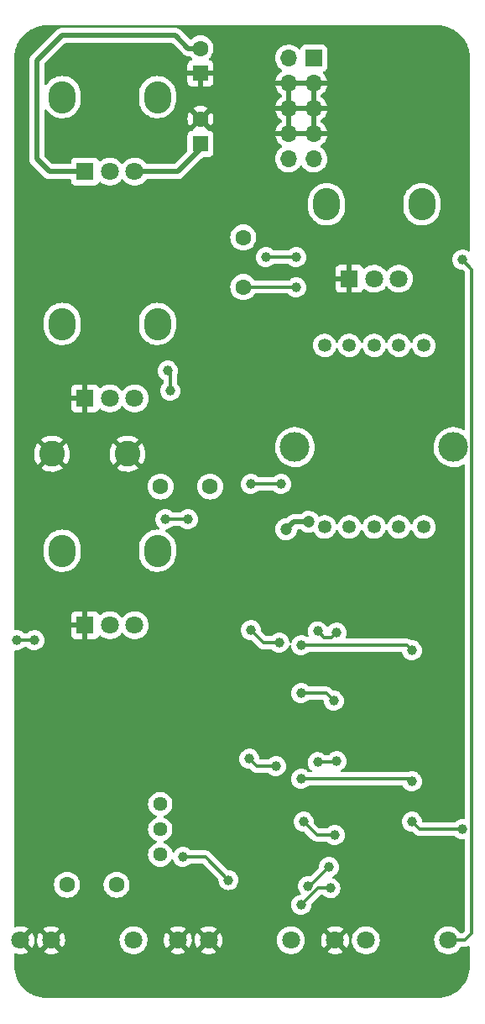
<source format=gtl>
G04 #@! TF.GenerationSoftware,KiCad,Pcbnew,6.0.5+dfsg-1~bpo11+1*
G04 #@! TF.CreationDate,2022-12-29T14:19:13+00:00*
G04 #@! TF.ProjectId,SSI2140_phase_shifter,53534932-3134-4305-9f70-686173655f73,0*
G04 #@! TF.SameCoordinates,Original*
G04 #@! TF.FileFunction,Copper,L1,Top*
G04 #@! TF.FilePolarity,Positive*
%FSLAX46Y46*%
G04 Gerber Fmt 4.6, Leading zero omitted, Abs format (unit mm)*
G04 Created by KiCad (PCBNEW 6.0.5+dfsg-1~bpo11+1) date 2022-12-29 14:19:13*
%MOMM*%
%LPD*%
G01*
G04 APERTURE LIST*
G04 #@! TA.AperFunction,ComponentPad*
%ADD10C,1.800000*%
G04 #@! TD*
G04 #@! TA.AperFunction,ComponentPad*
%ADD11O,2.720000X3.240000*%
G04 #@! TD*
G04 #@! TA.AperFunction,ComponentPad*
%ADD12R,1.800000X1.800000*%
G04 #@! TD*
G04 #@! TA.AperFunction,ComponentPad*
%ADD13C,3.000000*%
G04 #@! TD*
G04 #@! TA.AperFunction,ComponentPad*
%ADD14C,1.350000*%
G04 #@! TD*
G04 #@! TA.AperFunction,ComponentPad*
%ADD15C,1.600000*%
G04 #@! TD*
G04 #@! TA.AperFunction,ComponentPad*
%ADD16R,1.600000X1.600000*%
G04 #@! TD*
G04 #@! TA.AperFunction,ComponentPad*
%ADD17R,1.700000X1.700000*%
G04 #@! TD*
G04 #@! TA.AperFunction,ComponentPad*
%ADD18O,1.700000X1.700000*%
G04 #@! TD*
G04 #@! TA.AperFunction,ComponentPad*
%ADD19C,2.600000*%
G04 #@! TD*
G04 #@! TA.AperFunction,ComponentPad*
%ADD20C,1.440000*%
G04 #@! TD*
G04 #@! TA.AperFunction,ViaPad*
%ADD21C,1.000000*%
G04 #@! TD*
G04 #@! TA.AperFunction,ViaPad*
%ADD22C,1.200000*%
G04 #@! TD*
G04 #@! TA.AperFunction,Conductor*
%ADD23C,0.300000*%
G04 #@! TD*
G04 #@! TA.AperFunction,Conductor*
%ADD24C,0.500000*%
G04 #@! TD*
G04 APERTURE END LIST*
D10*
X124076000Y-138938000D03*
X127176000Y-138938000D03*
X135476000Y-138938000D03*
D11*
X137896000Y-99688000D03*
X128296000Y-99688000D03*
D12*
X130596000Y-107188000D03*
D10*
X133096000Y-107188000D03*
X135596000Y-107188000D03*
D11*
X154966000Y-64773000D03*
X164566000Y-64773000D03*
D12*
X157266000Y-72273000D03*
D10*
X159766000Y-72273000D03*
X162266000Y-72273000D03*
D11*
X137896000Y-53968000D03*
X128296000Y-53968000D03*
D12*
X130596000Y-61468000D03*
D10*
X133096000Y-61468000D03*
X135596000Y-61468000D03*
D13*
X167766000Y-89238000D03*
X151766000Y-89238000D03*
D14*
X154766000Y-78988000D03*
X157266000Y-78988000D03*
X159766000Y-78988000D03*
X162266000Y-78988000D03*
X164766000Y-78988000D03*
X164766000Y-97288000D03*
X162266000Y-97288000D03*
X159766000Y-97288000D03*
X157266000Y-97288000D03*
X154766000Y-97288000D03*
D10*
X155826000Y-138938000D03*
X158926000Y-138938000D03*
X167226000Y-138938000D03*
X139951000Y-138938000D03*
X143051000Y-138938000D03*
X151351000Y-138938000D03*
D11*
X128296000Y-76828000D03*
X137896000Y-76828000D03*
D12*
X130596000Y-84328000D03*
D10*
X133096000Y-84328000D03*
X135596000Y-84328000D03*
D15*
X146558000Y-73112000D03*
X146558000Y-68112000D03*
D16*
X142240000Y-51562000D03*
D15*
X142240000Y-49062000D03*
X128778000Y-133350000D03*
X133778000Y-133350000D03*
D17*
X153670000Y-50038000D03*
D18*
X151130000Y-50038000D03*
X153670000Y-52578000D03*
X151130000Y-52578000D03*
X153670000Y-55118000D03*
X151130000Y-55118000D03*
X153670000Y-57658000D03*
X151130000Y-57658000D03*
X153670000Y-60198000D03*
X151130000Y-60198000D03*
D19*
X134874000Y-89916000D03*
X127254000Y-89916000D03*
D20*
X138176000Y-125222000D03*
X138176000Y-127762000D03*
X138176000Y-130302000D03*
D16*
X142240000Y-58674000D03*
D15*
X142240000Y-56174000D03*
X143216000Y-93218000D03*
X138216000Y-93218000D03*
D21*
X152400000Y-135382000D03*
X155956000Y-107950000D03*
X155345955Y-133706045D03*
X154057000Y-120994137D03*
X154057000Y-107806926D03*
X155956000Y-120904000D03*
X167806500Y-100330000D03*
X159258000Y-123952000D03*
X150368000Y-100076000D03*
X159258000Y-110744000D03*
X144018000Y-78486000D03*
X144272000Y-82042000D03*
X167894000Y-122936000D03*
X132842000Y-111252000D03*
X140970000Y-100076000D03*
X167806500Y-109966575D03*
X134620000Y-124206000D03*
X168148000Y-135890000D03*
X159258000Y-113538000D03*
X129794000Y-67564000D03*
X141057500Y-119649425D03*
X140803500Y-104409425D03*
X138430000Y-69596000D03*
X167894000Y-125984000D03*
X153162000Y-77470000D03*
X167806500Y-113014575D03*
X149860000Y-128016000D03*
X125730000Y-122174000D03*
X138430000Y-67564000D03*
X141189688Y-132368312D03*
X149860000Y-115062000D03*
X141224000Y-125984000D03*
X158750000Y-101346000D03*
X149860000Y-102362000D03*
X159258000Y-126746000D03*
X134112000Y-122174000D03*
X140970000Y-113030000D03*
X155194000Y-131572000D03*
X153085669Y-133494955D03*
D22*
X153162000Y-96774000D03*
X150876000Y-97536000D03*
D21*
X138938000Y-81534000D03*
X139192000Y-83566000D03*
X145067000Y-132875000D03*
X140462000Y-130556000D03*
X163576000Y-127000000D03*
X152654000Y-127000000D03*
X168656000Y-127762000D03*
X155789500Y-128332072D03*
X147161999Y-120650000D03*
X149860000Y-121412000D03*
X147320000Y-107696000D03*
X155702000Y-114808000D03*
X150186867Y-108966000D03*
X152400000Y-114046000D03*
X163576000Y-122936000D03*
X152400000Y-122682000D03*
X125476000Y-108712000D03*
X123698000Y-108712000D03*
X148844000Y-70104000D03*
X168656000Y-70358000D03*
X151892000Y-70104000D03*
X151892000Y-73152000D03*
X138684000Y-96520000D03*
X140970000Y-96520000D03*
X152400000Y-109220000D03*
X163576000Y-109728000D03*
X147320000Y-92964000D03*
X150368000Y-92964000D03*
D23*
X154708074Y-108458000D02*
X154057000Y-107806926D01*
D24*
X135596000Y-61468000D02*
X139954000Y-61468000D01*
D23*
X155865863Y-120994137D02*
X154057000Y-120994137D01*
X155956000Y-120904000D02*
X155865863Y-120994137D01*
X155956000Y-107950000D02*
X155448000Y-108458000D01*
X155448000Y-108458000D02*
X154708074Y-108458000D01*
X152400000Y-135382000D02*
X154075955Y-133706045D01*
X154075955Y-133706045D02*
X155345955Y-133706045D01*
D24*
X142240000Y-59182000D02*
X142240000Y-58674000D01*
X139954000Y-61468000D02*
X142240000Y-59182000D01*
X127000000Y-61468000D02*
X125730000Y-60198000D01*
X125730000Y-50292000D02*
X128270000Y-47752000D01*
X150876000Y-97536000D02*
X151638000Y-96774000D01*
X139700000Y-47752000D02*
X141010000Y-49062000D01*
X151638000Y-96774000D02*
X153162000Y-96774000D01*
X128270000Y-47752000D02*
X139700000Y-47752000D01*
X130596000Y-61468000D02*
X127000000Y-61468000D01*
X125730000Y-60198000D02*
X125730000Y-50292000D01*
D23*
X155194000Y-131572000D02*
X153271045Y-133494955D01*
X153271045Y-133494955D02*
X153085669Y-133494955D01*
D24*
X141010000Y-49062000D02*
X142240000Y-49062000D01*
D23*
X139192000Y-81788000D02*
X138938000Y-81534000D01*
X139192000Y-83566000D02*
X139192000Y-81788000D01*
X142748000Y-130556000D02*
X140462000Y-130556000D01*
X145067000Y-132875000D02*
X142748000Y-130556000D01*
X163576000Y-127000000D02*
X164338000Y-127762000D01*
X164338000Y-127762000D02*
X168656000Y-127762000D01*
X153986072Y-128332072D02*
X152654000Y-127000000D01*
X155789500Y-128332072D02*
X153986072Y-128332072D01*
X147923999Y-121412000D02*
X147161999Y-120650000D01*
X149860000Y-121412000D02*
X147923999Y-121412000D01*
X150186867Y-108966000D02*
X148590000Y-108966000D01*
X154940000Y-114046000D02*
X155702000Y-114808000D01*
X148590000Y-108966000D02*
X147320000Y-107696000D01*
X152400000Y-114046000D02*
X154940000Y-114046000D01*
X163576000Y-122936000D02*
X163322000Y-122682000D01*
X163322000Y-122682000D02*
X152400000Y-122682000D01*
X123698000Y-108712000D02*
X125476000Y-108712000D01*
X148844000Y-70104000D02*
X151892000Y-70104000D01*
X169616000Y-138232000D02*
X168910000Y-138938000D01*
X169616000Y-71318000D02*
X169616000Y-138232000D01*
X168656000Y-70358000D02*
X169616000Y-71318000D01*
X168910000Y-138938000D02*
X167226000Y-138938000D01*
X151892000Y-73152000D02*
X151852000Y-73112000D01*
X151852000Y-73112000D02*
X146558000Y-73112000D01*
X138684000Y-96520000D02*
X140970000Y-96520000D01*
X152400000Y-109220000D02*
X163068000Y-109220000D01*
X163576000Y-109728000D02*
X163068000Y-109220000D01*
X150368000Y-92964000D02*
X147320000Y-92964000D01*
G04 #@! TA.AperFunction,Conductor*
G36*
X166086018Y-46738000D02*
G01*
X166100851Y-46740310D01*
X166100855Y-46740310D01*
X166109724Y-46741691D01*
X166128436Y-46739244D01*
X166151366Y-46738353D01*
X166454503Y-46754240D01*
X166467617Y-46755618D01*
X166795898Y-46807613D01*
X166808798Y-46810355D01*
X167129846Y-46896379D01*
X167142382Y-46900453D01*
X167408344Y-47002546D01*
X167452672Y-47019562D01*
X167464720Y-47024926D01*
X167760867Y-47175820D01*
X167772288Y-47182414D01*
X168051040Y-47363437D01*
X168061710Y-47371190D01*
X168320004Y-47580352D01*
X168329805Y-47589177D01*
X168564823Y-47824195D01*
X168573648Y-47833996D01*
X168782810Y-48092290D01*
X168790563Y-48102960D01*
X168971586Y-48381712D01*
X168978180Y-48393133D01*
X169129074Y-48689280D01*
X169134438Y-48701328D01*
X169141632Y-48720069D01*
X169187437Y-48839393D01*
X169253545Y-49011610D01*
X169257620Y-49024152D01*
X169300561Y-49184411D01*
X169343645Y-49345202D01*
X169346387Y-49358102D01*
X169398382Y-49686383D01*
X169399760Y-49699499D01*
X169400401Y-49711734D01*
X169415262Y-49995298D01*
X169413935Y-50021273D01*
X169413691Y-50022843D01*
X169413691Y-50022849D01*
X169412309Y-50031724D01*
X169413473Y-50040626D01*
X169413473Y-50040628D01*
X169416436Y-50063283D01*
X169417500Y-50079621D01*
X169417500Y-69413035D01*
X169397498Y-69481156D01*
X169343842Y-69527649D01*
X169273568Y-69537753D01*
X169223248Y-69518344D01*
X169222675Y-69517870D01*
X169048701Y-69423802D01*
X168859768Y-69365318D01*
X168853643Y-69364674D01*
X168853642Y-69364674D01*
X168669204Y-69345289D01*
X168669202Y-69345289D01*
X168663075Y-69344645D01*
X168580576Y-69352153D01*
X168472251Y-69362011D01*
X168472248Y-69362012D01*
X168466112Y-69362570D01*
X168460206Y-69364308D01*
X168460202Y-69364309D01*
X168386458Y-69386013D01*
X168276381Y-69418410D01*
X168270923Y-69421263D01*
X168270919Y-69421265D01*
X168180147Y-69468720D01*
X168101110Y-69510040D01*
X167946975Y-69633968D01*
X167819846Y-69785474D01*
X167816879Y-69790872D01*
X167816875Y-69790877D01*
X167763792Y-69887436D01*
X167724567Y-69958787D01*
X167722706Y-69964654D01*
X167722705Y-69964656D01*
X167677385Y-70107523D01*
X167664765Y-70147306D01*
X167642719Y-70343851D01*
X167643235Y-70349995D01*
X167657640Y-70521542D01*
X167659268Y-70540934D01*
X167660967Y-70546858D01*
X167702819Y-70692813D01*
X167713783Y-70731050D01*
X167716602Y-70736535D01*
X167787518Y-70874521D01*
X167804187Y-70906956D01*
X167927035Y-71061953D01*
X167931728Y-71065947D01*
X167931729Y-71065948D01*
X167994478Y-71119351D01*
X168077650Y-71190136D01*
X168250294Y-71286624D01*
X168438392Y-71347740D01*
X168634777Y-71371158D01*
X168640911Y-71370686D01*
X168640913Y-71370686D01*
X168652020Y-71369831D01*
X168672748Y-71368236D01*
X168742202Y-71382953D01*
X168771510Y-71404770D01*
X168920595Y-71553855D01*
X168954621Y-71616167D01*
X168957500Y-71642950D01*
X168957500Y-87387502D01*
X168937498Y-87455623D01*
X168883842Y-87502116D01*
X168813568Y-87512220D01*
X168765665Y-87494934D01*
X168702377Y-87456151D01*
X168702366Y-87456145D01*
X168698704Y-87453901D01*
X168694768Y-87452173D01*
X168451873Y-87345549D01*
X168451869Y-87345548D01*
X168447945Y-87343825D01*
X168184566Y-87268800D01*
X168180324Y-87268196D01*
X168180318Y-87268195D01*
X167979834Y-87239662D01*
X167913443Y-87230213D01*
X167769589Y-87229460D01*
X167643877Y-87228802D01*
X167643871Y-87228802D01*
X167639591Y-87228780D01*
X167635347Y-87229339D01*
X167635343Y-87229339D01*
X167516302Y-87245011D01*
X167368078Y-87264525D01*
X167363938Y-87265658D01*
X167363936Y-87265658D01*
X167291008Y-87285609D01*
X167103928Y-87336788D01*
X167099980Y-87338472D01*
X166855982Y-87442546D01*
X166855978Y-87442548D01*
X166852030Y-87444232D01*
X166832997Y-87455623D01*
X166620725Y-87582664D01*
X166620721Y-87582667D01*
X166617043Y-87584868D01*
X166403318Y-87756094D01*
X166214808Y-87954742D01*
X166055002Y-88177136D01*
X165926857Y-88419161D01*
X165925385Y-88423184D01*
X165925383Y-88423188D01*
X165834214Y-88672317D01*
X165832743Y-88676337D01*
X165774404Y-88943907D01*
X165752917Y-89216918D01*
X165768682Y-89490320D01*
X165769507Y-89494525D01*
X165769508Y-89494533D01*
X165779209Y-89543978D01*
X165821405Y-89759053D01*
X165822792Y-89763103D01*
X165822793Y-89763108D01*
X165908723Y-90014088D01*
X165910112Y-90018144D01*
X166033160Y-90262799D01*
X166035586Y-90266328D01*
X166035589Y-90266334D01*
X166185843Y-90484953D01*
X166188274Y-90488490D01*
X166372582Y-90691043D01*
X166582675Y-90866707D01*
X166586316Y-90868991D01*
X166811024Y-91009951D01*
X166811028Y-91009953D01*
X166814664Y-91012234D01*
X166882544Y-91042883D01*
X167060345Y-91123164D01*
X167060349Y-91123166D01*
X167064257Y-91124930D01*
X167068377Y-91126150D01*
X167068376Y-91126150D01*
X167322723Y-91201491D01*
X167322727Y-91201492D01*
X167326836Y-91202709D01*
X167331070Y-91203357D01*
X167331075Y-91203358D01*
X167593298Y-91243483D01*
X167593300Y-91243483D01*
X167597540Y-91244132D01*
X167736912Y-91246322D01*
X167867071Y-91248367D01*
X167867077Y-91248367D01*
X167871362Y-91248434D01*
X168143235Y-91215534D01*
X168408127Y-91146041D01*
X168412087Y-91144401D01*
X168412092Y-91144399D01*
X168549158Y-91087624D01*
X168661136Y-91041241D01*
X168767929Y-90978836D01*
X168836836Y-90961737D01*
X168904049Y-90984606D01*
X168948227Y-91040183D01*
X168957500Y-91087624D01*
X168957500Y-126639653D01*
X168937498Y-126707774D01*
X168883842Y-126754267D01*
X168818330Y-126764963D01*
X168663075Y-126748645D01*
X168580576Y-126756153D01*
X168472251Y-126766011D01*
X168472248Y-126766012D01*
X168466112Y-126766570D01*
X168460206Y-126768308D01*
X168460202Y-126768309D01*
X168361821Y-126797264D01*
X168276381Y-126822410D01*
X168270923Y-126825263D01*
X168270919Y-126825265D01*
X168180147Y-126872720D01*
X168101110Y-126914040D01*
X167946975Y-127037968D01*
X167943013Y-127042690D01*
X167929753Y-127058492D01*
X167870643Y-127097818D01*
X167833232Y-127103500D01*
X164713778Y-127103500D01*
X164645657Y-127083498D01*
X164599164Y-127029842D01*
X164588379Y-126989795D01*
X164587993Y-126985851D01*
X164571850Y-126821214D01*
X164570682Y-126809302D01*
X164570681Y-126809298D01*
X164570080Y-126803167D01*
X164559861Y-126769318D01*
X164514697Y-126619731D01*
X164512916Y-126613831D01*
X164420066Y-126439204D01*
X164300253Y-126292299D01*
X164298960Y-126290713D01*
X164298957Y-126290710D01*
X164295065Y-126285938D01*
X164288724Y-126280692D01*
X164147425Y-126163799D01*
X164147421Y-126163797D01*
X164142675Y-126159870D01*
X163968701Y-126065802D01*
X163779768Y-126007318D01*
X163773643Y-126006674D01*
X163773642Y-126006674D01*
X163589204Y-125987289D01*
X163589202Y-125987289D01*
X163583075Y-125986645D01*
X163500576Y-125994153D01*
X163392251Y-126004011D01*
X163392248Y-126004012D01*
X163386112Y-126004570D01*
X163380206Y-126006308D01*
X163380202Y-126006309D01*
X163275076Y-126037249D01*
X163196381Y-126060410D01*
X163190923Y-126063263D01*
X163190919Y-126063265D01*
X163100147Y-126110720D01*
X163021110Y-126152040D01*
X162866975Y-126275968D01*
X162739846Y-126427474D01*
X162736879Y-126432872D01*
X162736875Y-126432877D01*
X162703823Y-126493000D01*
X162644567Y-126600787D01*
X162642706Y-126606654D01*
X162642705Y-126606656D01*
X162586627Y-126783436D01*
X162584765Y-126789306D01*
X162562719Y-126985851D01*
X162563235Y-126991995D01*
X162576117Y-127145404D01*
X162579268Y-127182934D01*
X162580967Y-127188858D01*
X162625893Y-127345533D01*
X162633783Y-127373050D01*
X162724187Y-127548956D01*
X162847035Y-127703953D01*
X162851728Y-127707947D01*
X162851729Y-127707948D01*
X162926140Y-127771276D01*
X162997650Y-127832136D01*
X163170294Y-127928624D01*
X163358392Y-127989740D01*
X163554777Y-128013158D01*
X163560911Y-128012686D01*
X163560913Y-128012686D01*
X163572020Y-128011831D01*
X163592748Y-128010236D01*
X163662202Y-128024953D01*
X163691510Y-128046770D01*
X163814345Y-128169605D01*
X163822335Y-128178385D01*
X163826584Y-128185080D01*
X163832362Y-128190506D01*
X163832363Y-128190507D01*
X163878257Y-128233604D01*
X163881099Y-128236359D01*
X163901667Y-128256927D01*
X163905170Y-128259644D01*
X163914195Y-128267352D01*
X163947867Y-128298972D01*
X163954818Y-128302793D01*
X163954819Y-128302794D01*
X163966658Y-128309303D01*
X163983182Y-128320157D01*
X163993271Y-128327982D01*
X164000132Y-128333304D01*
X164007404Y-128336451D01*
X164007406Y-128336452D01*
X164042535Y-128351654D01*
X164053195Y-128356876D01*
X164065919Y-128363871D01*
X164093663Y-128379124D01*
X164114441Y-128384459D01*
X164133131Y-128390858D01*
X164152824Y-128399380D01*
X164196596Y-128406313D01*
X164198448Y-128406606D01*
X164210071Y-128409013D01*
X164238072Y-128416202D01*
X164254812Y-128420500D01*
X164276259Y-128420500D01*
X164295969Y-128422051D01*
X164317152Y-128425406D01*
X164363141Y-128421059D01*
X164374996Y-128420500D01*
X167830494Y-128420500D01*
X167898615Y-128440502D01*
X167921132Y-128458974D01*
X167923204Y-128461120D01*
X167927035Y-128465953D01*
X168077650Y-128594136D01*
X168250294Y-128690624D01*
X168438392Y-128751740D01*
X168634777Y-128775158D01*
X168640912Y-128774686D01*
X168640914Y-128774686D01*
X168741847Y-128766919D01*
X168821834Y-128760764D01*
X168891287Y-128775481D01*
X168941760Y-128825411D01*
X168957500Y-128886393D01*
X168957500Y-137907050D01*
X168937498Y-137975171D01*
X168920595Y-137996145D01*
X168674145Y-138242595D01*
X168611833Y-138276621D01*
X168585050Y-138279500D01*
X168546186Y-138279500D01*
X168478065Y-138259498D01*
X168440394Y-138221940D01*
X168348575Y-138080009D01*
X168348570Y-138080003D01*
X168345764Y-138075665D01*
X168189887Y-137904358D01*
X168185836Y-137901159D01*
X168185832Y-137901155D01*
X168012177Y-137764011D01*
X168012172Y-137764008D01*
X168008123Y-137760810D01*
X168003607Y-137758317D01*
X168003604Y-137758315D01*
X167809879Y-137651373D01*
X167809875Y-137651371D01*
X167805355Y-137648876D01*
X167800486Y-137647152D01*
X167800482Y-137647150D01*
X167591903Y-137573288D01*
X167591899Y-137573287D01*
X167587028Y-137571562D01*
X167581935Y-137570655D01*
X167581932Y-137570654D01*
X167364095Y-137531851D01*
X167364089Y-137531850D01*
X167359006Y-137530945D01*
X167286096Y-137530054D01*
X167132581Y-137528179D01*
X167132579Y-137528179D01*
X167127411Y-137528116D01*
X166898464Y-137563150D01*
X166678314Y-137635106D01*
X166673726Y-137637494D01*
X166673722Y-137637496D01*
X166477461Y-137739663D01*
X166472872Y-137742052D01*
X166468739Y-137745155D01*
X166468736Y-137745157D01*
X166409284Y-137789795D01*
X166287655Y-137881117D01*
X166127639Y-138048564D01*
X166124725Y-138052836D01*
X166124724Y-138052837D01*
X166109152Y-138075665D01*
X165997119Y-138239899D01*
X165899602Y-138449981D01*
X165837707Y-138673169D01*
X165813095Y-138903469D01*
X165813392Y-138908622D01*
X165813392Y-138908625D01*
X165826129Y-139129529D01*
X165826427Y-139134697D01*
X165827564Y-139139743D01*
X165827565Y-139139749D01*
X165859741Y-139282523D01*
X165877346Y-139360642D01*
X165879288Y-139365424D01*
X165879289Y-139365428D01*
X165948644Y-139536228D01*
X165964484Y-139575237D01*
X166085501Y-139772719D01*
X166237147Y-139947784D01*
X166415349Y-140095730D01*
X166615322Y-140212584D01*
X166831694Y-140295209D01*
X166836760Y-140296240D01*
X166836761Y-140296240D01*
X166889846Y-140307040D01*
X167058656Y-140341385D01*
X167189324Y-140346176D01*
X167284949Y-140349683D01*
X167284953Y-140349683D01*
X167290113Y-140349872D01*
X167295233Y-140349216D01*
X167295235Y-140349216D01*
X167368291Y-140339857D01*
X167519847Y-140320442D01*
X167524795Y-140318957D01*
X167524802Y-140318956D01*
X167736747Y-140255369D01*
X167741690Y-140253886D01*
X167823161Y-140213974D01*
X167945049Y-140154262D01*
X167945052Y-140154260D01*
X167949684Y-140151991D01*
X168138243Y-140017494D01*
X168302303Y-139854005D01*
X168363876Y-139768318D01*
X168434443Y-139670113D01*
X168434444Y-139670112D01*
X168437458Y-139665917D01*
X168439751Y-139661278D01*
X168441957Y-139657607D01*
X168494186Y-139609517D01*
X168549961Y-139596500D01*
X168827944Y-139596500D01*
X168839800Y-139597059D01*
X168839803Y-139597059D01*
X168847537Y-139598788D01*
X168918369Y-139596562D01*
X168922327Y-139596500D01*
X168951432Y-139596500D01*
X168955832Y-139595944D01*
X168967664Y-139595012D01*
X169013831Y-139593562D01*
X169034421Y-139587580D01*
X169053782Y-139583570D01*
X169060770Y-139582688D01*
X169067204Y-139581875D01*
X169067205Y-139581875D01*
X169075064Y-139580882D01*
X169082429Y-139577966D01*
X169082433Y-139577965D01*
X169118021Y-139563874D01*
X169129231Y-139560035D01*
X169173600Y-139547145D01*
X169192065Y-139536225D01*
X169209805Y-139527534D01*
X169229756Y-139519635D01*
X169232678Y-139517512D01*
X169300132Y-139502638D01*
X169366722Y-139527260D01*
X169409430Y-139583974D01*
X169417500Y-139628342D01*
X169417500Y-141428633D01*
X169416000Y-141448018D01*
X169413690Y-141462851D01*
X169413690Y-141462855D01*
X169412309Y-141471724D01*
X169414136Y-141485693D01*
X169414756Y-141490433D01*
X169415647Y-141513368D01*
X169399760Y-141816501D01*
X169398382Y-141829617D01*
X169346387Y-142157898D01*
X169343645Y-142170798D01*
X169257621Y-142491846D01*
X169253545Y-142504390D01*
X169134438Y-142814672D01*
X169129074Y-142826720D01*
X168978180Y-143122867D01*
X168971586Y-143134288D01*
X168790563Y-143413040D01*
X168782810Y-143423710D01*
X168573648Y-143682004D01*
X168564823Y-143691805D01*
X168329805Y-143926823D01*
X168320004Y-143935648D01*
X168061710Y-144144810D01*
X168051040Y-144152563D01*
X167772288Y-144333586D01*
X167760867Y-144340180D01*
X167464720Y-144491074D01*
X167452671Y-144496438D01*
X167142382Y-144615547D01*
X167129846Y-144619621D01*
X166808798Y-144705645D01*
X166795898Y-144708387D01*
X166467617Y-144760382D01*
X166454501Y-144761760D01*
X166420848Y-144763524D01*
X166158702Y-144777262D01*
X166132727Y-144775935D01*
X166131157Y-144775691D01*
X166131151Y-144775691D01*
X166122276Y-144774309D01*
X166113374Y-144775473D01*
X166113372Y-144775473D01*
X166098323Y-144777441D01*
X166090714Y-144778436D01*
X166074379Y-144779500D01*
X126795367Y-144779500D01*
X126775982Y-144778000D01*
X126761149Y-144775690D01*
X126761145Y-144775690D01*
X126752276Y-144774309D01*
X126733564Y-144776756D01*
X126710634Y-144777647D01*
X126407497Y-144761760D01*
X126394383Y-144760382D01*
X126066102Y-144708387D01*
X126053202Y-144705645D01*
X125732154Y-144619621D01*
X125719618Y-144615547D01*
X125409329Y-144496438D01*
X125397280Y-144491074D01*
X125101133Y-144340180D01*
X125089712Y-144333586D01*
X124810960Y-144152563D01*
X124800290Y-144144810D01*
X124541996Y-143935648D01*
X124532195Y-143926823D01*
X124297177Y-143691805D01*
X124288352Y-143682004D01*
X124079190Y-143423710D01*
X124071437Y-143413040D01*
X123890414Y-143134288D01*
X123883820Y-143122867D01*
X123732926Y-142826720D01*
X123727562Y-142814672D01*
X123608455Y-142504390D01*
X123604379Y-142491846D01*
X123518355Y-142170798D01*
X123515613Y-142157898D01*
X123463618Y-141829617D01*
X123462240Y-141816501D01*
X123446932Y-141524416D01*
X123448506Y-141496910D01*
X123448770Y-141495341D01*
X123449576Y-141490552D01*
X123449729Y-141478000D01*
X123445773Y-141450376D01*
X123444500Y-141432514D01*
X123444500Y-140387088D01*
X123464502Y-140318967D01*
X123518158Y-140272474D01*
X123588432Y-140262370D01*
X123615449Y-140269378D01*
X123677003Y-140292883D01*
X123686901Y-140295759D01*
X123903653Y-140339857D01*
X123913883Y-140341076D01*
X124134914Y-140349182D01*
X124145223Y-140348714D01*
X124364623Y-140320608D01*
X124374688Y-140318468D01*
X124586557Y-140254905D01*
X124596152Y-140251144D01*
X124794778Y-140153838D01*
X124803636Y-140148559D01*
X124861097Y-140107572D01*
X124867509Y-140099406D01*
X126379423Y-140099406D01*
X126384704Y-140106461D01*
X126561080Y-140209527D01*
X126570363Y-140213974D01*
X126777003Y-140292883D01*
X126786901Y-140295759D01*
X127003653Y-140339857D01*
X127013883Y-140341076D01*
X127234914Y-140349182D01*
X127245223Y-140348714D01*
X127464623Y-140320608D01*
X127474688Y-140318468D01*
X127686557Y-140254905D01*
X127696152Y-140251144D01*
X127894778Y-140153838D01*
X127903636Y-140148559D01*
X127961097Y-140107572D01*
X127969497Y-140096874D01*
X127962510Y-140083721D01*
X127188811Y-139310021D01*
X127174868Y-139302408D01*
X127173034Y-139302539D01*
X127166420Y-139306790D01*
X126386180Y-140087031D01*
X126379423Y-140099406D01*
X124867509Y-140099406D01*
X124869497Y-140096874D01*
X124862509Y-140083720D01*
X123805885Y-139027095D01*
X123771859Y-138964783D01*
X123773694Y-138939132D01*
X124440408Y-138939132D01*
X124440539Y-138940966D01*
X124444790Y-138947580D01*
X125222307Y-139725096D01*
X125234313Y-139731652D01*
X125246052Y-139722684D01*
X125284010Y-139669859D01*
X125289321Y-139661020D01*
X125387318Y-139462737D01*
X125391117Y-139453142D01*
X125455415Y-139241517D01*
X125457594Y-139231436D01*
X125486702Y-139010338D01*
X125487221Y-139003663D01*
X125488744Y-138941364D01*
X125488550Y-138934646D01*
X125486412Y-138908638D01*
X125763893Y-138908638D01*
X125776627Y-139129468D01*
X125778061Y-139139670D01*
X125826685Y-139355439D01*
X125829773Y-139365292D01*
X125912986Y-139570220D01*
X125917634Y-139579421D01*
X126006097Y-139723781D01*
X126016553Y-139733242D01*
X126025331Y-139729458D01*
X126803979Y-138950811D01*
X126810356Y-138939132D01*
X127540408Y-138939132D01*
X127540539Y-138940966D01*
X127544790Y-138947580D01*
X128322307Y-139725096D01*
X128334313Y-139731652D01*
X128346052Y-139722684D01*
X128384010Y-139669859D01*
X128389321Y-139661020D01*
X128487318Y-139462737D01*
X128491117Y-139453142D01*
X128555415Y-139241517D01*
X128557594Y-139231436D01*
X128586702Y-139010338D01*
X128587221Y-139003663D01*
X128588744Y-138941364D01*
X128588550Y-138934646D01*
X128585987Y-138903469D01*
X134063095Y-138903469D01*
X134063392Y-138908622D01*
X134063392Y-138908625D01*
X134076129Y-139129529D01*
X134076427Y-139134697D01*
X134077564Y-139139743D01*
X134077565Y-139139749D01*
X134109741Y-139282523D01*
X134127346Y-139360642D01*
X134129288Y-139365424D01*
X134129289Y-139365428D01*
X134198644Y-139536228D01*
X134214484Y-139575237D01*
X134335501Y-139772719D01*
X134487147Y-139947784D01*
X134665349Y-140095730D01*
X134865322Y-140212584D01*
X135081694Y-140295209D01*
X135086760Y-140296240D01*
X135086761Y-140296240D01*
X135139846Y-140307040D01*
X135308656Y-140341385D01*
X135439324Y-140346176D01*
X135534949Y-140349683D01*
X135534953Y-140349683D01*
X135540113Y-140349872D01*
X135545233Y-140349216D01*
X135545235Y-140349216D01*
X135618291Y-140339857D01*
X135769847Y-140320442D01*
X135774795Y-140318957D01*
X135774802Y-140318956D01*
X135986747Y-140255369D01*
X135991690Y-140253886D01*
X136073161Y-140213974D01*
X136195049Y-140154262D01*
X136195052Y-140154260D01*
X136199684Y-140151991D01*
X136273406Y-140099406D01*
X139154423Y-140099406D01*
X139159704Y-140106461D01*
X139336080Y-140209527D01*
X139345363Y-140213974D01*
X139552003Y-140292883D01*
X139561901Y-140295759D01*
X139778653Y-140339857D01*
X139788883Y-140341076D01*
X140009914Y-140349182D01*
X140020223Y-140348714D01*
X140239623Y-140320608D01*
X140249688Y-140318468D01*
X140461557Y-140254905D01*
X140471152Y-140251144D01*
X140669778Y-140153838D01*
X140678636Y-140148559D01*
X140736097Y-140107572D01*
X140742509Y-140099406D01*
X142254423Y-140099406D01*
X142259704Y-140106461D01*
X142436080Y-140209527D01*
X142445363Y-140213974D01*
X142652003Y-140292883D01*
X142661901Y-140295759D01*
X142878653Y-140339857D01*
X142888883Y-140341076D01*
X143109914Y-140349182D01*
X143120223Y-140348714D01*
X143339623Y-140320608D01*
X143349688Y-140318468D01*
X143561557Y-140254905D01*
X143571152Y-140251144D01*
X143769778Y-140153838D01*
X143778636Y-140148559D01*
X143836097Y-140107572D01*
X143844497Y-140096874D01*
X143837510Y-140083721D01*
X143063811Y-139310021D01*
X143049868Y-139302408D01*
X143048034Y-139302539D01*
X143041420Y-139306790D01*
X142261180Y-140087031D01*
X142254423Y-140099406D01*
X140742509Y-140099406D01*
X140744497Y-140096874D01*
X140737510Y-140083721D01*
X139963811Y-139310021D01*
X139949868Y-139302408D01*
X139948034Y-139302539D01*
X139941420Y-139306790D01*
X139161180Y-140087031D01*
X139154423Y-140099406D01*
X136273406Y-140099406D01*
X136388243Y-140017494D01*
X136552303Y-139854005D01*
X136687458Y-139665917D01*
X136689879Y-139661020D01*
X136787784Y-139462922D01*
X136787785Y-139462920D01*
X136790078Y-139458280D01*
X136857408Y-139236671D01*
X136887640Y-139007041D01*
X136889327Y-138938000D01*
X136886913Y-138908638D01*
X138538893Y-138908638D01*
X138551627Y-139129468D01*
X138553061Y-139139670D01*
X138601685Y-139355439D01*
X138604773Y-139365292D01*
X138687986Y-139570220D01*
X138692634Y-139579421D01*
X138781097Y-139723781D01*
X138791553Y-139733242D01*
X138800331Y-139729458D01*
X139578979Y-138950811D01*
X139585356Y-138939132D01*
X140315408Y-138939132D01*
X140315539Y-138940966D01*
X140319790Y-138947580D01*
X141097307Y-139725096D01*
X141109313Y-139731652D01*
X141121052Y-139722684D01*
X141159010Y-139669859D01*
X141164321Y-139661020D01*
X141262318Y-139462737D01*
X141266117Y-139453142D01*
X141330415Y-139241517D01*
X141332594Y-139231436D01*
X141361702Y-139010338D01*
X141362221Y-139003663D01*
X141363744Y-138941364D01*
X141363550Y-138934646D01*
X141361412Y-138908638D01*
X141638893Y-138908638D01*
X141651627Y-139129468D01*
X141653061Y-139139670D01*
X141701685Y-139355439D01*
X141704773Y-139365292D01*
X141787986Y-139570220D01*
X141792634Y-139579421D01*
X141881097Y-139723781D01*
X141891553Y-139733242D01*
X141900331Y-139729458D01*
X142678979Y-138950811D01*
X142685356Y-138939132D01*
X143415408Y-138939132D01*
X143415539Y-138940966D01*
X143419790Y-138947580D01*
X144197307Y-139725096D01*
X144209313Y-139731652D01*
X144221052Y-139722684D01*
X144259010Y-139669859D01*
X144264321Y-139661020D01*
X144362318Y-139462737D01*
X144366117Y-139453142D01*
X144430415Y-139241517D01*
X144432594Y-139231436D01*
X144461702Y-139010338D01*
X144462221Y-139003663D01*
X144463744Y-138941364D01*
X144463550Y-138934646D01*
X144460987Y-138903469D01*
X149938095Y-138903469D01*
X149938392Y-138908622D01*
X149938392Y-138908625D01*
X149951129Y-139129529D01*
X149951427Y-139134697D01*
X149952564Y-139139743D01*
X149952565Y-139139749D01*
X149984741Y-139282523D01*
X150002346Y-139360642D01*
X150004288Y-139365424D01*
X150004289Y-139365428D01*
X150073644Y-139536228D01*
X150089484Y-139575237D01*
X150210501Y-139772719D01*
X150362147Y-139947784D01*
X150540349Y-140095730D01*
X150740322Y-140212584D01*
X150956694Y-140295209D01*
X150961760Y-140296240D01*
X150961761Y-140296240D01*
X151014846Y-140307040D01*
X151183656Y-140341385D01*
X151314324Y-140346176D01*
X151409949Y-140349683D01*
X151409953Y-140349683D01*
X151415113Y-140349872D01*
X151420233Y-140349216D01*
X151420235Y-140349216D01*
X151493291Y-140339857D01*
X151644847Y-140320442D01*
X151649795Y-140318957D01*
X151649802Y-140318956D01*
X151861747Y-140255369D01*
X151866690Y-140253886D01*
X151948161Y-140213974D01*
X152070049Y-140154262D01*
X152070052Y-140154260D01*
X152074684Y-140151991D01*
X152148406Y-140099406D01*
X155029423Y-140099406D01*
X155034704Y-140106461D01*
X155211080Y-140209527D01*
X155220363Y-140213974D01*
X155427003Y-140292883D01*
X155436901Y-140295759D01*
X155653653Y-140339857D01*
X155663883Y-140341076D01*
X155884914Y-140349182D01*
X155895223Y-140348714D01*
X156114623Y-140320608D01*
X156124688Y-140318468D01*
X156336557Y-140254905D01*
X156346152Y-140251144D01*
X156544778Y-140153838D01*
X156553636Y-140148559D01*
X156611097Y-140107572D01*
X156619497Y-140096874D01*
X156612510Y-140083721D01*
X155838811Y-139310021D01*
X155824868Y-139302408D01*
X155823034Y-139302539D01*
X155816420Y-139306790D01*
X155036180Y-140087031D01*
X155029423Y-140099406D01*
X152148406Y-140099406D01*
X152263243Y-140017494D01*
X152427303Y-139854005D01*
X152562458Y-139665917D01*
X152564879Y-139661020D01*
X152662784Y-139462922D01*
X152662785Y-139462920D01*
X152665078Y-139458280D01*
X152732408Y-139236671D01*
X152762640Y-139007041D01*
X152764327Y-138938000D01*
X152761913Y-138908638D01*
X154413893Y-138908638D01*
X154426627Y-139129468D01*
X154428061Y-139139670D01*
X154476685Y-139355439D01*
X154479773Y-139365292D01*
X154562986Y-139570220D01*
X154567634Y-139579421D01*
X154656097Y-139723781D01*
X154666553Y-139733242D01*
X154675331Y-139729458D01*
X155453979Y-138950811D01*
X155460356Y-138939132D01*
X156190408Y-138939132D01*
X156190539Y-138940966D01*
X156194790Y-138947580D01*
X156972307Y-139725096D01*
X156984313Y-139731652D01*
X156996052Y-139722684D01*
X157034010Y-139669859D01*
X157039321Y-139661020D01*
X157137318Y-139462737D01*
X157141117Y-139453142D01*
X157205415Y-139241517D01*
X157207594Y-139231436D01*
X157236702Y-139010338D01*
X157237221Y-139003663D01*
X157238744Y-138941364D01*
X157238550Y-138934646D01*
X157235987Y-138903469D01*
X157513095Y-138903469D01*
X157513392Y-138908622D01*
X157513392Y-138908625D01*
X157526129Y-139129529D01*
X157526427Y-139134697D01*
X157527564Y-139139743D01*
X157527565Y-139139749D01*
X157559741Y-139282523D01*
X157577346Y-139360642D01*
X157579288Y-139365424D01*
X157579289Y-139365428D01*
X157648644Y-139536228D01*
X157664484Y-139575237D01*
X157785501Y-139772719D01*
X157937147Y-139947784D01*
X158115349Y-140095730D01*
X158315322Y-140212584D01*
X158531694Y-140295209D01*
X158536760Y-140296240D01*
X158536761Y-140296240D01*
X158589846Y-140307040D01*
X158758656Y-140341385D01*
X158889324Y-140346176D01*
X158984949Y-140349683D01*
X158984953Y-140349683D01*
X158990113Y-140349872D01*
X158995233Y-140349216D01*
X158995235Y-140349216D01*
X159068291Y-140339857D01*
X159219847Y-140320442D01*
X159224795Y-140318957D01*
X159224802Y-140318956D01*
X159436747Y-140255369D01*
X159441690Y-140253886D01*
X159523161Y-140213974D01*
X159645049Y-140154262D01*
X159645052Y-140154260D01*
X159649684Y-140151991D01*
X159838243Y-140017494D01*
X160002303Y-139854005D01*
X160137458Y-139665917D01*
X160139879Y-139661020D01*
X160237784Y-139462922D01*
X160237785Y-139462920D01*
X160240078Y-139458280D01*
X160307408Y-139236671D01*
X160337640Y-139007041D01*
X160339327Y-138938000D01*
X160332002Y-138848905D01*
X160320773Y-138712318D01*
X160320772Y-138712312D01*
X160320349Y-138707167D01*
X160286797Y-138573592D01*
X160265184Y-138487544D01*
X160265183Y-138487540D01*
X160263925Y-138482533D01*
X160252017Y-138455146D01*
X160173630Y-138274868D01*
X160173628Y-138274865D01*
X160171570Y-138270131D01*
X160045764Y-138075665D01*
X159889887Y-137904358D01*
X159885836Y-137901159D01*
X159885832Y-137901155D01*
X159712177Y-137764011D01*
X159712172Y-137764008D01*
X159708123Y-137760810D01*
X159703607Y-137758317D01*
X159703604Y-137758315D01*
X159509879Y-137651373D01*
X159509875Y-137651371D01*
X159505355Y-137648876D01*
X159500486Y-137647152D01*
X159500482Y-137647150D01*
X159291903Y-137573288D01*
X159291899Y-137573287D01*
X159287028Y-137571562D01*
X159281935Y-137570655D01*
X159281932Y-137570654D01*
X159064095Y-137531851D01*
X159064089Y-137531850D01*
X159059006Y-137530945D01*
X158986096Y-137530054D01*
X158832581Y-137528179D01*
X158832579Y-137528179D01*
X158827411Y-137528116D01*
X158598464Y-137563150D01*
X158378314Y-137635106D01*
X158373726Y-137637494D01*
X158373722Y-137637496D01*
X158177461Y-137739663D01*
X158172872Y-137742052D01*
X158168739Y-137745155D01*
X158168736Y-137745157D01*
X158109284Y-137789795D01*
X157987655Y-137881117D01*
X157827639Y-138048564D01*
X157824725Y-138052836D01*
X157824724Y-138052837D01*
X157809152Y-138075665D01*
X157697119Y-138239899D01*
X157599602Y-138449981D01*
X157537707Y-138673169D01*
X157513095Y-138903469D01*
X157235987Y-138903469D01*
X157220279Y-138712400D01*
X157218596Y-138702238D01*
X157164710Y-138487708D01*
X157161389Y-138477953D01*
X157073193Y-138275118D01*
X157068315Y-138266020D01*
X156995224Y-138153038D01*
X156984538Y-138143835D01*
X156974973Y-138148238D01*
X156198021Y-138925189D01*
X156190408Y-138939132D01*
X155460356Y-138939132D01*
X155461592Y-138936868D01*
X155461461Y-138935034D01*
X155457210Y-138928420D01*
X154679862Y-138151073D01*
X154668330Y-138144776D01*
X154656048Y-138154399D01*
X154600467Y-138235877D01*
X154595379Y-138244833D01*
X154502252Y-138445459D01*
X154498689Y-138455146D01*
X154439581Y-138668280D01*
X154437650Y-138678400D01*
X154414145Y-138898349D01*
X154413893Y-138908638D01*
X152761913Y-138908638D01*
X152757002Y-138848905D01*
X152745773Y-138712318D01*
X152745772Y-138712312D01*
X152745349Y-138707167D01*
X152711797Y-138573592D01*
X152690184Y-138487544D01*
X152690183Y-138487540D01*
X152688925Y-138482533D01*
X152677017Y-138455146D01*
X152598630Y-138274868D01*
X152598628Y-138274865D01*
X152596570Y-138270131D01*
X152470764Y-138075665D01*
X152314887Y-137904358D01*
X152310836Y-137901159D01*
X152310832Y-137901155D01*
X152155790Y-137778711D01*
X155031508Y-137778711D01*
X155038251Y-137791040D01*
X155813189Y-138565979D01*
X155827132Y-138573592D01*
X155828966Y-138573461D01*
X155835580Y-138569210D01*
X156614994Y-137789795D01*
X156622011Y-137776944D01*
X156614237Y-137766274D01*
X156611902Y-137764430D01*
X156603320Y-137758729D01*
X156409678Y-137651833D01*
X156400272Y-137647606D01*
X156191772Y-137573772D01*
X156181809Y-137571140D01*
X155964047Y-137532350D01*
X155953796Y-137531381D01*
X155732616Y-137528679D01*
X155722332Y-137529399D01*
X155503693Y-137562855D01*
X155493666Y-137565244D01*
X155283426Y-137633961D01*
X155273916Y-137637958D01*
X155077725Y-137740089D01*
X155069007Y-137745578D01*
X155039961Y-137767386D01*
X155031508Y-137778711D01*
X152155790Y-137778711D01*
X152137177Y-137764011D01*
X152137172Y-137764008D01*
X152133123Y-137760810D01*
X152128607Y-137758317D01*
X152128604Y-137758315D01*
X151934879Y-137651373D01*
X151934875Y-137651371D01*
X151930355Y-137648876D01*
X151925486Y-137647152D01*
X151925482Y-137647150D01*
X151716903Y-137573288D01*
X151716899Y-137573287D01*
X151712028Y-137571562D01*
X151706935Y-137570655D01*
X151706932Y-137570654D01*
X151489095Y-137531851D01*
X151489089Y-137531850D01*
X151484006Y-137530945D01*
X151411096Y-137530054D01*
X151257581Y-137528179D01*
X151257579Y-137528179D01*
X151252411Y-137528116D01*
X151023464Y-137563150D01*
X150803314Y-137635106D01*
X150798726Y-137637494D01*
X150798722Y-137637496D01*
X150602461Y-137739663D01*
X150597872Y-137742052D01*
X150593739Y-137745155D01*
X150593736Y-137745157D01*
X150534284Y-137789795D01*
X150412655Y-137881117D01*
X150252639Y-138048564D01*
X150249725Y-138052836D01*
X150249724Y-138052837D01*
X150234152Y-138075665D01*
X150122119Y-138239899D01*
X150024602Y-138449981D01*
X149962707Y-138673169D01*
X149938095Y-138903469D01*
X144460987Y-138903469D01*
X144445279Y-138712400D01*
X144443596Y-138702238D01*
X144389710Y-138487708D01*
X144386389Y-138477953D01*
X144298193Y-138275118D01*
X144293315Y-138266020D01*
X144220224Y-138153038D01*
X144209538Y-138143835D01*
X144199973Y-138148238D01*
X143423021Y-138925189D01*
X143415408Y-138939132D01*
X142685356Y-138939132D01*
X142686592Y-138936868D01*
X142686461Y-138935034D01*
X142682210Y-138928420D01*
X141904862Y-138151073D01*
X141893330Y-138144776D01*
X141881048Y-138154399D01*
X141825467Y-138235877D01*
X141820379Y-138244833D01*
X141727252Y-138445459D01*
X141723689Y-138455146D01*
X141664581Y-138668280D01*
X141662650Y-138678400D01*
X141639145Y-138898349D01*
X141638893Y-138908638D01*
X141361412Y-138908638D01*
X141345279Y-138712400D01*
X141343596Y-138702238D01*
X141289710Y-138487708D01*
X141286389Y-138477953D01*
X141198193Y-138275118D01*
X141193315Y-138266020D01*
X141120224Y-138153038D01*
X141109538Y-138143835D01*
X141099973Y-138148238D01*
X140323021Y-138925189D01*
X140315408Y-138939132D01*
X139585356Y-138939132D01*
X139586592Y-138936868D01*
X139586461Y-138935034D01*
X139582210Y-138928420D01*
X138804862Y-138151073D01*
X138793330Y-138144776D01*
X138781048Y-138154399D01*
X138725467Y-138235877D01*
X138720379Y-138244833D01*
X138627252Y-138445459D01*
X138623689Y-138455146D01*
X138564581Y-138668280D01*
X138562650Y-138678400D01*
X138539145Y-138898349D01*
X138538893Y-138908638D01*
X136886913Y-138908638D01*
X136882002Y-138848905D01*
X136870773Y-138712318D01*
X136870772Y-138712312D01*
X136870349Y-138707167D01*
X136836797Y-138573592D01*
X136815184Y-138487544D01*
X136815183Y-138487540D01*
X136813925Y-138482533D01*
X136802017Y-138455146D01*
X136723630Y-138274868D01*
X136723628Y-138274865D01*
X136721570Y-138270131D01*
X136595764Y-138075665D01*
X136439887Y-137904358D01*
X136435836Y-137901159D01*
X136435832Y-137901155D01*
X136280790Y-137778711D01*
X139156508Y-137778711D01*
X139163251Y-137791040D01*
X139938189Y-138565979D01*
X139952132Y-138573592D01*
X139953966Y-138573461D01*
X139960580Y-138569210D01*
X140739994Y-137789795D01*
X140746046Y-137778711D01*
X142256508Y-137778711D01*
X142263251Y-137791040D01*
X143038189Y-138565979D01*
X143052132Y-138573592D01*
X143053966Y-138573461D01*
X143060580Y-138569210D01*
X143839994Y-137789795D01*
X143847011Y-137776944D01*
X143839237Y-137766274D01*
X143836902Y-137764430D01*
X143828320Y-137758729D01*
X143634678Y-137651833D01*
X143625272Y-137647606D01*
X143416772Y-137573772D01*
X143406809Y-137571140D01*
X143189047Y-137532350D01*
X143178796Y-137531381D01*
X142957616Y-137528679D01*
X142947332Y-137529399D01*
X142728693Y-137562855D01*
X142718666Y-137565244D01*
X142508426Y-137633961D01*
X142498916Y-137637958D01*
X142302725Y-137740089D01*
X142294007Y-137745578D01*
X142264961Y-137767386D01*
X142256508Y-137778711D01*
X140746046Y-137778711D01*
X140747011Y-137776944D01*
X140739237Y-137766274D01*
X140736902Y-137764430D01*
X140728320Y-137758729D01*
X140534678Y-137651833D01*
X140525272Y-137647606D01*
X140316772Y-137573772D01*
X140306809Y-137571140D01*
X140089047Y-137532350D01*
X140078796Y-137531381D01*
X139857616Y-137528679D01*
X139847332Y-137529399D01*
X139628693Y-137562855D01*
X139618666Y-137565244D01*
X139408426Y-137633961D01*
X139398916Y-137637958D01*
X139202725Y-137740089D01*
X139194007Y-137745578D01*
X139164961Y-137767386D01*
X139156508Y-137778711D01*
X136280790Y-137778711D01*
X136262177Y-137764011D01*
X136262172Y-137764008D01*
X136258123Y-137760810D01*
X136253607Y-137758317D01*
X136253604Y-137758315D01*
X136059879Y-137651373D01*
X136059875Y-137651371D01*
X136055355Y-137648876D01*
X136050486Y-137647152D01*
X136050482Y-137647150D01*
X135841903Y-137573288D01*
X135841899Y-137573287D01*
X135837028Y-137571562D01*
X135831935Y-137570655D01*
X135831932Y-137570654D01*
X135614095Y-137531851D01*
X135614089Y-137531850D01*
X135609006Y-137530945D01*
X135536096Y-137530054D01*
X135382581Y-137528179D01*
X135382579Y-137528179D01*
X135377411Y-137528116D01*
X135148464Y-137563150D01*
X134928314Y-137635106D01*
X134923726Y-137637494D01*
X134923722Y-137637496D01*
X134727461Y-137739663D01*
X134722872Y-137742052D01*
X134718739Y-137745155D01*
X134718736Y-137745157D01*
X134659284Y-137789795D01*
X134537655Y-137881117D01*
X134377639Y-138048564D01*
X134374725Y-138052836D01*
X134374724Y-138052837D01*
X134359152Y-138075665D01*
X134247119Y-138239899D01*
X134149602Y-138449981D01*
X134087707Y-138673169D01*
X134063095Y-138903469D01*
X128585987Y-138903469D01*
X128570279Y-138712400D01*
X128568596Y-138702238D01*
X128514710Y-138487708D01*
X128511389Y-138477953D01*
X128423193Y-138275118D01*
X128418315Y-138266020D01*
X128345224Y-138153038D01*
X128334538Y-138143835D01*
X128324973Y-138148238D01*
X127548021Y-138925189D01*
X127540408Y-138939132D01*
X126810356Y-138939132D01*
X126811592Y-138936868D01*
X126811461Y-138935034D01*
X126807210Y-138928420D01*
X126029862Y-138151073D01*
X126018330Y-138144776D01*
X126006048Y-138154399D01*
X125950467Y-138235877D01*
X125945379Y-138244833D01*
X125852252Y-138445459D01*
X125848689Y-138455146D01*
X125789581Y-138668280D01*
X125787650Y-138678400D01*
X125764145Y-138898349D01*
X125763893Y-138908638D01*
X125486412Y-138908638D01*
X125470279Y-138712400D01*
X125468596Y-138702238D01*
X125414710Y-138487708D01*
X125411389Y-138477953D01*
X125323193Y-138275118D01*
X125318315Y-138266020D01*
X125245224Y-138153038D01*
X125234538Y-138143835D01*
X125224973Y-138148238D01*
X124448021Y-138925189D01*
X124440408Y-138939132D01*
X123773694Y-138939132D01*
X123776924Y-138893967D01*
X123805885Y-138848905D01*
X124076000Y-138578790D01*
X124864990Y-137789799D01*
X124871045Y-137778711D01*
X126381508Y-137778711D01*
X126388251Y-137791040D01*
X127163189Y-138565979D01*
X127177132Y-138573592D01*
X127178966Y-138573461D01*
X127185580Y-138569210D01*
X127964994Y-137789795D01*
X127972011Y-137776944D01*
X127964237Y-137766274D01*
X127961902Y-137764430D01*
X127953320Y-137758729D01*
X127759678Y-137651833D01*
X127750272Y-137647606D01*
X127541772Y-137573772D01*
X127531809Y-137571140D01*
X127314047Y-137532350D01*
X127303796Y-137531381D01*
X127082616Y-137528679D01*
X127072332Y-137529399D01*
X126853693Y-137562855D01*
X126843666Y-137565244D01*
X126633426Y-137633961D01*
X126623916Y-137637958D01*
X126427725Y-137740089D01*
X126419007Y-137745578D01*
X126389961Y-137767386D01*
X126381508Y-137778711D01*
X124871045Y-137778711D01*
X124872010Y-137776943D01*
X124864236Y-137766273D01*
X124861902Y-137764430D01*
X124853320Y-137758729D01*
X124659678Y-137651833D01*
X124650272Y-137647606D01*
X124441772Y-137573772D01*
X124431809Y-137571140D01*
X124214047Y-137532350D01*
X124203796Y-137531381D01*
X123982616Y-137528679D01*
X123972332Y-137529399D01*
X123753693Y-137562855D01*
X123743666Y-137565244D01*
X123609645Y-137609048D01*
X123538681Y-137611199D01*
X123477819Y-137574643D01*
X123446383Y-137510985D01*
X123444500Y-137489283D01*
X123444500Y-135367851D01*
X151386719Y-135367851D01*
X151403268Y-135564934D01*
X151457783Y-135755050D01*
X151548187Y-135930956D01*
X151671035Y-136085953D01*
X151821650Y-136214136D01*
X151994294Y-136310624D01*
X152182392Y-136371740D01*
X152378777Y-136395158D01*
X152384912Y-136394686D01*
X152384914Y-136394686D01*
X152569830Y-136380457D01*
X152569834Y-136380456D01*
X152575972Y-136379984D01*
X152766463Y-136326798D01*
X152771967Y-136324018D01*
X152771969Y-136324017D01*
X152937495Y-136240404D01*
X152937497Y-136240403D01*
X152942996Y-136237625D01*
X153098847Y-136115861D01*
X153228078Y-135966145D01*
X153325769Y-135794179D01*
X153388197Y-135606513D01*
X153412985Y-135410295D01*
X153413380Y-135382000D01*
X153411859Y-135366489D01*
X153425118Y-135296742D01*
X153448162Y-135265098D01*
X154311809Y-134401450D01*
X154374122Y-134367425D01*
X154400905Y-134364545D01*
X154520449Y-134364545D01*
X154588570Y-134384547D01*
X154611087Y-134403019D01*
X154613159Y-134405165D01*
X154616990Y-134409998D01*
X154767605Y-134538181D01*
X154940249Y-134634669D01*
X155128347Y-134695785D01*
X155324732Y-134719203D01*
X155330867Y-134718731D01*
X155330869Y-134718731D01*
X155515785Y-134704502D01*
X155515789Y-134704501D01*
X155521927Y-134704029D01*
X155712418Y-134650843D01*
X155717922Y-134648063D01*
X155717924Y-134648062D01*
X155883450Y-134564449D01*
X155883452Y-134564448D01*
X155888951Y-134561670D01*
X156044802Y-134439906D01*
X156142181Y-134327091D01*
X156170004Y-134294858D01*
X156170005Y-134294856D01*
X156174033Y-134290190D01*
X156271724Y-134118224D01*
X156334152Y-133930558D01*
X156358940Y-133734340D01*
X156359335Y-133706045D01*
X156340035Y-133509212D01*
X156329610Y-133474681D01*
X156284652Y-133325776D01*
X156282871Y-133319876D01*
X156190021Y-133145249D01*
X156113800Y-133051793D01*
X156068915Y-132996758D01*
X156068912Y-132996755D01*
X156065020Y-132991983D01*
X155975230Y-132917702D01*
X155917380Y-132869844D01*
X155917376Y-132869842D01*
X155912630Y-132865915D01*
X155738656Y-132771847D01*
X155613021Y-132732957D01*
X155553861Y-132693706D01*
X155525313Y-132628702D01*
X155536441Y-132558583D01*
X155583712Y-132505611D01*
X155593468Y-132500126D01*
X155731498Y-132430402D01*
X155736996Y-132427625D01*
X155875204Y-132319645D01*
X155887991Y-132309655D01*
X155892847Y-132305861D01*
X156022078Y-132156145D01*
X156119769Y-131984179D01*
X156182197Y-131796513D01*
X156206985Y-131600295D01*
X156207380Y-131572000D01*
X156188080Y-131375167D01*
X156130916Y-131185831D01*
X156038066Y-131011204D01*
X155958471Y-130913611D01*
X155916960Y-130862713D01*
X155916957Y-130862710D01*
X155913065Y-130857938D01*
X155906724Y-130852692D01*
X155765425Y-130735799D01*
X155765421Y-130735797D01*
X155760675Y-130731870D01*
X155586701Y-130637802D01*
X155397768Y-130579318D01*
X155391643Y-130578674D01*
X155391642Y-130578674D01*
X155207204Y-130559289D01*
X155207202Y-130559289D01*
X155201075Y-130558645D01*
X155118576Y-130566153D01*
X155010251Y-130576011D01*
X155010248Y-130576012D01*
X155004112Y-130576570D01*
X154998206Y-130578308D01*
X154998202Y-130578309D01*
X154893076Y-130609249D01*
X154814381Y-130632410D01*
X154808923Y-130635263D01*
X154808919Y-130635265D01*
X154718147Y-130682720D01*
X154639110Y-130724040D01*
X154484975Y-130847968D01*
X154357846Y-130999474D01*
X154354879Y-131004872D01*
X154354875Y-131004877D01*
X154276095Y-131148180D01*
X154262567Y-131172787D01*
X154260706Y-131178654D01*
X154260705Y-131178656D01*
X154249335Y-131214500D01*
X154202765Y-131361306D01*
X154180719Y-131557851D01*
X154181907Y-131572000D01*
X154183275Y-131588290D01*
X154169043Y-131657845D01*
X154146812Y-131687928D01*
X153370871Y-132463869D01*
X153308559Y-132497895D01*
X153268608Y-132500084D01*
X153092744Y-132481600D01*
X153013289Y-132488831D01*
X152901920Y-132498966D01*
X152901917Y-132498967D01*
X152895781Y-132499525D01*
X152889875Y-132501263D01*
X152889871Y-132501264D01*
X152837091Y-132516798D01*
X152706050Y-132555365D01*
X152700592Y-132558218D01*
X152700588Y-132558220D01*
X152609816Y-132605675D01*
X152530779Y-132646995D01*
X152376644Y-132770923D01*
X152249515Y-132922429D01*
X152246548Y-132927827D01*
X152246544Y-132927832D01*
X152178397Y-133051793D01*
X152154236Y-133095742D01*
X152152375Y-133101609D01*
X152152374Y-133101611D01*
X152140046Y-133140473D01*
X152094434Y-133284261D01*
X152072388Y-133480806D01*
X152072904Y-133486950D01*
X152080097Y-133572607D01*
X152088937Y-133677889D01*
X152098021Y-133709568D01*
X152130105Y-133821457D01*
X152143452Y-133868005D01*
X152233856Y-134043911D01*
X152237682Y-134048738D01*
X152340827Y-134178876D01*
X152367464Y-134244686D01*
X152354293Y-134314450D01*
X152305496Y-134366019D01*
X152253502Y-134382621D01*
X152216251Y-134386011D01*
X152216248Y-134386012D01*
X152210112Y-134386570D01*
X152204206Y-134388308D01*
X152204202Y-134388309D01*
X152159553Y-134401450D01*
X152020381Y-134442410D01*
X152014923Y-134445263D01*
X152014919Y-134445265D01*
X151940127Y-134484366D01*
X151845110Y-134534040D01*
X151690975Y-134657968D01*
X151563846Y-134809474D01*
X151560879Y-134814872D01*
X151560875Y-134814877D01*
X151482095Y-134958180D01*
X151468567Y-134982787D01*
X151408765Y-135171306D01*
X151386719Y-135367851D01*
X123444500Y-135367851D01*
X123444500Y-133350000D01*
X127464502Y-133350000D01*
X127484457Y-133578087D01*
X127485881Y-133583400D01*
X127485881Y-133583402D01*
X127524313Y-133726829D01*
X127543716Y-133799243D01*
X127546039Y-133804224D01*
X127546039Y-133804225D01*
X127638151Y-134001762D01*
X127638154Y-134001767D01*
X127640477Y-134006749D01*
X127771802Y-134194300D01*
X127933700Y-134356198D01*
X127938208Y-134359355D01*
X127938211Y-134359357D01*
X127979559Y-134388309D01*
X128121251Y-134487523D01*
X128126233Y-134489846D01*
X128126238Y-134489849D01*
X128286220Y-134564449D01*
X128328757Y-134584284D01*
X128334065Y-134585706D01*
X128334067Y-134585707D01*
X128544598Y-134642119D01*
X128544600Y-134642119D01*
X128549913Y-134643543D01*
X128778000Y-134663498D01*
X129006087Y-134643543D01*
X129011400Y-134642119D01*
X129011402Y-134642119D01*
X129221933Y-134585707D01*
X129221935Y-134585706D01*
X129227243Y-134584284D01*
X129269780Y-134564449D01*
X129429762Y-134489849D01*
X129429767Y-134489846D01*
X129434749Y-134487523D01*
X129576441Y-134388309D01*
X129617789Y-134359357D01*
X129617792Y-134359355D01*
X129622300Y-134356198D01*
X129784198Y-134194300D01*
X129915523Y-134006749D01*
X129917846Y-134001767D01*
X129917849Y-134001762D01*
X130009961Y-133804225D01*
X130009961Y-133804224D01*
X130012284Y-133799243D01*
X130031688Y-133726829D01*
X130070119Y-133583402D01*
X130070119Y-133583400D01*
X130071543Y-133578087D01*
X130091498Y-133350000D01*
X132464502Y-133350000D01*
X132484457Y-133578087D01*
X132485881Y-133583400D01*
X132485881Y-133583402D01*
X132524313Y-133726829D01*
X132543716Y-133799243D01*
X132546039Y-133804224D01*
X132546039Y-133804225D01*
X132638151Y-134001762D01*
X132638154Y-134001767D01*
X132640477Y-134006749D01*
X132771802Y-134194300D01*
X132933700Y-134356198D01*
X132938208Y-134359355D01*
X132938211Y-134359357D01*
X132979559Y-134388309D01*
X133121251Y-134487523D01*
X133126233Y-134489846D01*
X133126238Y-134489849D01*
X133286220Y-134564449D01*
X133328757Y-134584284D01*
X133334065Y-134585706D01*
X133334067Y-134585707D01*
X133544598Y-134642119D01*
X133544600Y-134642119D01*
X133549913Y-134643543D01*
X133778000Y-134663498D01*
X134006087Y-134643543D01*
X134011400Y-134642119D01*
X134011402Y-134642119D01*
X134221933Y-134585707D01*
X134221935Y-134585706D01*
X134227243Y-134584284D01*
X134269780Y-134564449D01*
X134429762Y-134489849D01*
X134429767Y-134489846D01*
X134434749Y-134487523D01*
X134576441Y-134388309D01*
X134617789Y-134359357D01*
X134617792Y-134359355D01*
X134622300Y-134356198D01*
X134784198Y-134194300D01*
X134915523Y-134006749D01*
X134917846Y-134001767D01*
X134917849Y-134001762D01*
X135009961Y-133804225D01*
X135009961Y-133804224D01*
X135012284Y-133799243D01*
X135031688Y-133726829D01*
X135070119Y-133583402D01*
X135070119Y-133583400D01*
X135071543Y-133578087D01*
X135091498Y-133350000D01*
X135071543Y-133121913D01*
X135065541Y-133099513D01*
X135013707Y-132906067D01*
X135013706Y-132906065D01*
X135012284Y-132900757D01*
X135001916Y-132878523D01*
X134917849Y-132698238D01*
X134917846Y-132698233D01*
X134915523Y-132693251D01*
X134791969Y-132516798D01*
X134787357Y-132510211D01*
X134787355Y-132510208D01*
X134784198Y-132505700D01*
X134622300Y-132343802D01*
X134617792Y-132340645D01*
X134617789Y-132340643D01*
X134539611Y-132285902D01*
X134434749Y-132212477D01*
X134429767Y-132210154D01*
X134429762Y-132210151D01*
X134232225Y-132118039D01*
X134232224Y-132118039D01*
X134227243Y-132115716D01*
X134221935Y-132114294D01*
X134221933Y-132114293D01*
X134011402Y-132057881D01*
X134011400Y-132057881D01*
X134006087Y-132056457D01*
X133778000Y-132036502D01*
X133549913Y-132056457D01*
X133544600Y-132057881D01*
X133544598Y-132057881D01*
X133334067Y-132114293D01*
X133334065Y-132114294D01*
X133328757Y-132115716D01*
X133323776Y-132118039D01*
X133323775Y-132118039D01*
X133126238Y-132210151D01*
X133126233Y-132210154D01*
X133121251Y-132212477D01*
X133016389Y-132285902D01*
X132938211Y-132340643D01*
X132938208Y-132340645D01*
X132933700Y-132343802D01*
X132771802Y-132505700D01*
X132768645Y-132510208D01*
X132768643Y-132510211D01*
X132764031Y-132516798D01*
X132640477Y-132693251D01*
X132638154Y-132698233D01*
X132638151Y-132698238D01*
X132554084Y-132878523D01*
X132543716Y-132900757D01*
X132542294Y-132906065D01*
X132542293Y-132906067D01*
X132490459Y-133099513D01*
X132484457Y-133121913D01*
X132464502Y-133350000D01*
X130091498Y-133350000D01*
X130071543Y-133121913D01*
X130065541Y-133099513D01*
X130013707Y-132906067D01*
X130013706Y-132906065D01*
X130012284Y-132900757D01*
X130001916Y-132878523D01*
X129917849Y-132698238D01*
X129917846Y-132698233D01*
X129915523Y-132693251D01*
X129791969Y-132516798D01*
X129787357Y-132510211D01*
X129787355Y-132510208D01*
X129784198Y-132505700D01*
X129622300Y-132343802D01*
X129617792Y-132340645D01*
X129617789Y-132340643D01*
X129539611Y-132285902D01*
X129434749Y-132212477D01*
X129429767Y-132210154D01*
X129429762Y-132210151D01*
X129232225Y-132118039D01*
X129232224Y-132118039D01*
X129227243Y-132115716D01*
X129221935Y-132114294D01*
X129221933Y-132114293D01*
X129011402Y-132057881D01*
X129011400Y-132057881D01*
X129006087Y-132056457D01*
X128778000Y-132036502D01*
X128549913Y-132056457D01*
X128544600Y-132057881D01*
X128544598Y-132057881D01*
X128334067Y-132114293D01*
X128334065Y-132114294D01*
X128328757Y-132115716D01*
X128323776Y-132118039D01*
X128323775Y-132118039D01*
X128126238Y-132210151D01*
X128126233Y-132210154D01*
X128121251Y-132212477D01*
X128016389Y-132285902D01*
X127938211Y-132340643D01*
X127938208Y-132340645D01*
X127933700Y-132343802D01*
X127771802Y-132505700D01*
X127768645Y-132510208D01*
X127768643Y-132510211D01*
X127764031Y-132516798D01*
X127640477Y-132693251D01*
X127638154Y-132698233D01*
X127638151Y-132698238D01*
X127554084Y-132878523D01*
X127543716Y-132900757D01*
X127542294Y-132906065D01*
X127542293Y-132906067D01*
X127490459Y-133099513D01*
X127484457Y-133121913D01*
X127464502Y-133350000D01*
X123444500Y-133350000D01*
X123444500Y-130302000D01*
X136942807Y-130302000D01*
X136961542Y-130516142D01*
X136962966Y-130521455D01*
X136962966Y-130521457D01*
X136978298Y-130578674D01*
X137017178Y-130723777D01*
X137019500Y-130728757D01*
X137019501Y-130728759D01*
X137079739Y-130857938D01*
X137108024Y-130918596D01*
X137231319Y-131094681D01*
X137383319Y-131246681D01*
X137559403Y-131369976D01*
X137564381Y-131372297D01*
X137564384Y-131372299D01*
X137654679Y-131414404D01*
X137754223Y-131460822D01*
X137759531Y-131462244D01*
X137759533Y-131462245D01*
X137956543Y-131515034D01*
X137956545Y-131515034D01*
X137961858Y-131516458D01*
X138176000Y-131535193D01*
X138390142Y-131516458D01*
X138395455Y-131515034D01*
X138395457Y-131515034D01*
X138592467Y-131462245D01*
X138592469Y-131462244D01*
X138597777Y-131460822D01*
X138697321Y-131414404D01*
X138787616Y-131372299D01*
X138787619Y-131372297D01*
X138792597Y-131369976D01*
X138968681Y-131246681D01*
X139120681Y-131094681D01*
X139243976Y-130918596D01*
X139270482Y-130861754D01*
X139317399Y-130808468D01*
X139385676Y-130789007D01*
X139453636Y-130809548D01*
X139499702Y-130863571D01*
X139505796Y-130880272D01*
X139519783Y-130929050D01*
X139610187Y-131104956D01*
X139733035Y-131259953D01*
X139737728Y-131263947D01*
X139737729Y-131263948D01*
X139865042Y-131372299D01*
X139883650Y-131388136D01*
X140056294Y-131484624D01*
X140244392Y-131545740D01*
X140440777Y-131569158D01*
X140446912Y-131568686D01*
X140446914Y-131568686D01*
X140631830Y-131554457D01*
X140631834Y-131554456D01*
X140637972Y-131553984D01*
X140828463Y-131500798D01*
X140833967Y-131498018D01*
X140833969Y-131498017D01*
X140999495Y-131414404D01*
X140999497Y-131414403D01*
X141004996Y-131411625D01*
X141160847Y-131289861D01*
X141188203Y-131258169D01*
X141247856Y-131219672D01*
X141283584Y-131214500D01*
X142423050Y-131214500D01*
X142491171Y-131234502D01*
X142512145Y-131251405D01*
X144017685Y-132756945D01*
X144051711Y-132819257D01*
X144053211Y-132848546D01*
X144054492Y-132848564D01*
X144054406Y-132854725D01*
X144053719Y-132860851D01*
X144070268Y-133057934D01*
X144124783Y-133248050D01*
X144127602Y-133253535D01*
X144177179Y-133350000D01*
X144215187Y-133423956D01*
X144338035Y-133578953D01*
X144342728Y-133582947D01*
X144342729Y-133582948D01*
X144483250Y-133702540D01*
X144488650Y-133707136D01*
X144661294Y-133803624D01*
X144849392Y-133864740D01*
X145045777Y-133888158D01*
X145051912Y-133887686D01*
X145051914Y-133887686D01*
X145236830Y-133873457D01*
X145236834Y-133873456D01*
X145242972Y-133872984D01*
X145433463Y-133819798D01*
X145438967Y-133817018D01*
X145438969Y-133817017D01*
X145604495Y-133733404D01*
X145604497Y-133733403D01*
X145609996Y-133730625D01*
X145765847Y-133608861D01*
X145859489Y-133500376D01*
X145891049Y-133463813D01*
X145891050Y-133463811D01*
X145895078Y-133459145D01*
X145992769Y-133287179D01*
X146055197Y-133099513D01*
X146079985Y-132903295D01*
X146080380Y-132875000D01*
X146061080Y-132678167D01*
X146003916Y-132488831D01*
X145911066Y-132314204D01*
X145826202Y-132210151D01*
X145789960Y-132165713D01*
X145789957Y-132165710D01*
X145786065Y-132160938D01*
X145781316Y-132157009D01*
X145638425Y-132038799D01*
X145638421Y-132038797D01*
X145633675Y-132034870D01*
X145459701Y-131940802D01*
X145270768Y-131882318D01*
X145264643Y-131881674D01*
X145264642Y-131881674D01*
X145080204Y-131862289D01*
X145080202Y-131862289D01*
X145074075Y-131861645D01*
X145051121Y-131863734D01*
X144981469Y-131849989D01*
X144950607Y-131827348D01*
X144128137Y-131004877D01*
X143271655Y-130148395D01*
X143263665Y-130139615D01*
X143263663Y-130139613D01*
X143259416Y-130132920D01*
X143207742Y-130084395D01*
X143204901Y-130081641D01*
X143184333Y-130061073D01*
X143180826Y-130058353D01*
X143171804Y-130050647D01*
X143143913Y-130024456D01*
X143138133Y-130019028D01*
X143131181Y-130015206D01*
X143119342Y-130008697D01*
X143102818Y-129997843D01*
X143092132Y-129989555D01*
X143085868Y-129984696D01*
X143078596Y-129981549D01*
X143078594Y-129981548D01*
X143043465Y-129966346D01*
X143032805Y-129961124D01*
X142999284Y-129942695D01*
X142999282Y-129942694D01*
X142992337Y-129938876D01*
X142971559Y-129933541D01*
X142952869Y-129927142D01*
X142933176Y-129918620D01*
X142887552Y-129911394D01*
X142875929Y-129908987D01*
X142847928Y-129901798D01*
X142831188Y-129897500D01*
X142809741Y-129897500D01*
X142790031Y-129895949D01*
X142776677Y-129893834D01*
X142768848Y-129892594D01*
X142722859Y-129896941D01*
X142711004Y-129897500D01*
X141286209Y-129897500D01*
X141218088Y-129877498D01*
X141188567Y-129851136D01*
X141184960Y-129846713D01*
X141184956Y-129846709D01*
X141181065Y-129841938D01*
X141115140Y-129787400D01*
X141033425Y-129719799D01*
X141033421Y-129719797D01*
X141028675Y-129715870D01*
X140854701Y-129621802D01*
X140665768Y-129563318D01*
X140659643Y-129562674D01*
X140659642Y-129562674D01*
X140475204Y-129543289D01*
X140475202Y-129543289D01*
X140469075Y-129542645D01*
X140386576Y-129550153D01*
X140278251Y-129560011D01*
X140278248Y-129560012D01*
X140272112Y-129560570D01*
X140266206Y-129562308D01*
X140266202Y-129562309D01*
X140161076Y-129593249D01*
X140082381Y-129616410D01*
X140076923Y-129619263D01*
X140076919Y-129619265D01*
X139986147Y-129666720D01*
X139907110Y-129708040D01*
X139752975Y-129831968D01*
X139625846Y-129983474D01*
X139622876Y-129988877D01*
X139622873Y-129988881D01*
X139599784Y-130030879D01*
X139549439Y-130080937D01*
X139480021Y-130095830D01*
X139413573Y-130070829D01*
X139371189Y-130013871D01*
X139367663Y-130002788D01*
X139364118Y-129989555D01*
X139339980Y-129899472D01*
X139336245Y-129885533D01*
X139336244Y-129885531D01*
X139334822Y-129880223D01*
X139332499Y-129875241D01*
X139246299Y-129690385D01*
X139246297Y-129690382D01*
X139243976Y-129685404D01*
X139120681Y-129509319D01*
X138968681Y-129357319D01*
X138792597Y-129234024D01*
X138787619Y-129231703D01*
X138787616Y-129231701D01*
X138604247Y-129146195D01*
X138550962Y-129099278D01*
X138531501Y-129031000D01*
X138552043Y-128963041D01*
X138604247Y-128917805D01*
X138787616Y-128832299D01*
X138787619Y-128832297D01*
X138792597Y-128829976D01*
X138968681Y-128706681D01*
X139120681Y-128554681D01*
X139243976Y-128378596D01*
X139250843Y-128363871D01*
X139332499Y-128188759D01*
X139332500Y-128188757D01*
X139334822Y-128183777D01*
X139338620Y-128169605D01*
X139389034Y-127981457D01*
X139389034Y-127981455D01*
X139390458Y-127976142D01*
X139409193Y-127762000D01*
X139390458Y-127547858D01*
X139350270Y-127397874D01*
X139336245Y-127345533D01*
X139336244Y-127345531D01*
X139334822Y-127340223D01*
X139243976Y-127145404D01*
X139132257Y-126985851D01*
X151640719Y-126985851D01*
X151641235Y-126991995D01*
X151654117Y-127145404D01*
X151657268Y-127182934D01*
X151658967Y-127188858D01*
X151703893Y-127345533D01*
X151711783Y-127373050D01*
X151802187Y-127548956D01*
X151925035Y-127703953D01*
X151929728Y-127707947D01*
X151929729Y-127707948D01*
X152004140Y-127771276D01*
X152075650Y-127832136D01*
X152248294Y-127928624D01*
X152436392Y-127989740D01*
X152632777Y-128013158D01*
X152638911Y-128012686D01*
X152638913Y-128012686D01*
X152648360Y-128011959D01*
X152670747Y-128010236D01*
X152740201Y-128024953D01*
X152769509Y-128046769D01*
X153462417Y-128739676D01*
X153470407Y-128748457D01*
X153474656Y-128755152D01*
X153480434Y-128760578D01*
X153480435Y-128760579D01*
X153526345Y-128803691D01*
X153529187Y-128806446D01*
X153549739Y-128826998D01*
X153552873Y-128829429D01*
X153553235Y-128829710D01*
X153562263Y-128837420D01*
X153595939Y-128869044D01*
X153602890Y-128872865D01*
X153602891Y-128872866D01*
X153614727Y-128879373D01*
X153631256Y-128890230D01*
X153641941Y-128898519D01*
X153641943Y-128898520D01*
X153648203Y-128903376D01*
X153690616Y-128921729D01*
X153701253Y-128926940D01*
X153741735Y-128949196D01*
X153749414Y-128951168D01*
X153749415Y-128951168D01*
X153762506Y-128954529D01*
X153781208Y-128960931D01*
X153800895Y-128969451D01*
X153808724Y-128970691D01*
X153846520Y-128976677D01*
X153858146Y-128979085D01*
X153895207Y-128988601D01*
X153895208Y-128988601D01*
X153902884Y-128990572D01*
X153924330Y-128990572D01*
X153944040Y-128992123D01*
X153965223Y-128995478D01*
X154011207Y-128991131D01*
X154023066Y-128990572D01*
X154963994Y-128990572D01*
X155032115Y-129010574D01*
X155054632Y-129029046D01*
X155056704Y-129031192D01*
X155060535Y-129036025D01*
X155211150Y-129164208D01*
X155383794Y-129260696D01*
X155571892Y-129321812D01*
X155768277Y-129345230D01*
X155774412Y-129344758D01*
X155774414Y-129344758D01*
X155959330Y-129330529D01*
X155959334Y-129330528D01*
X155965472Y-129330056D01*
X156155963Y-129276870D01*
X156161467Y-129274090D01*
X156161469Y-129274089D01*
X156326995Y-129190476D01*
X156326997Y-129190475D01*
X156332496Y-129187697D01*
X156488347Y-129065933D01*
X156608316Y-128926947D01*
X156613549Y-128920885D01*
X156613550Y-128920883D01*
X156617578Y-128916217D01*
X156715269Y-128744251D01*
X156777697Y-128556585D01*
X156802485Y-128360367D01*
X156802880Y-128332072D01*
X156783580Y-128135239D01*
X156726416Y-127945903D01*
X156633566Y-127771276D01*
X156537567Y-127653570D01*
X156512460Y-127622785D01*
X156512457Y-127622782D01*
X156508565Y-127618010D01*
X156503816Y-127614081D01*
X156360925Y-127495871D01*
X156360921Y-127495869D01*
X156356175Y-127491942D01*
X156182201Y-127397874D01*
X155993268Y-127339390D01*
X155987143Y-127338746D01*
X155987142Y-127338746D01*
X155802704Y-127319361D01*
X155802702Y-127319361D01*
X155796575Y-127318717D01*
X155714076Y-127326225D01*
X155605751Y-127336083D01*
X155605748Y-127336084D01*
X155599612Y-127336642D01*
X155593706Y-127338380D01*
X155593702Y-127338381D01*
X155496045Y-127367123D01*
X155409881Y-127392482D01*
X155404423Y-127395335D01*
X155404419Y-127395337D01*
X155313647Y-127442792D01*
X155234610Y-127484112D01*
X155080475Y-127608040D01*
X155076513Y-127612762D01*
X155063253Y-127628564D01*
X155004143Y-127667890D01*
X154966732Y-127673572D01*
X154311021Y-127673572D01*
X154242900Y-127653570D01*
X154221926Y-127636667D01*
X153703885Y-127118626D01*
X153669859Y-127056314D01*
X153666992Y-127027771D01*
X153667331Y-127003522D01*
X153667331Y-127003519D01*
X153667380Y-127000000D01*
X153648080Y-126803167D01*
X153637861Y-126769318D01*
X153592697Y-126619731D01*
X153590916Y-126613831D01*
X153498066Y-126439204D01*
X153378253Y-126292299D01*
X153376960Y-126290713D01*
X153376957Y-126290710D01*
X153373065Y-126285938D01*
X153366724Y-126280692D01*
X153225425Y-126163799D01*
X153225421Y-126163797D01*
X153220675Y-126159870D01*
X153046701Y-126065802D01*
X152857768Y-126007318D01*
X152851643Y-126006674D01*
X152851642Y-126006674D01*
X152667204Y-125987289D01*
X152667202Y-125987289D01*
X152661075Y-125986645D01*
X152578576Y-125994153D01*
X152470251Y-126004011D01*
X152470248Y-126004012D01*
X152464112Y-126004570D01*
X152458206Y-126006308D01*
X152458202Y-126006309D01*
X152353076Y-126037249D01*
X152274381Y-126060410D01*
X152268923Y-126063263D01*
X152268919Y-126063265D01*
X152178147Y-126110720D01*
X152099110Y-126152040D01*
X151944975Y-126275968D01*
X151817846Y-126427474D01*
X151814879Y-126432872D01*
X151814875Y-126432877D01*
X151781823Y-126493000D01*
X151722567Y-126600787D01*
X151720706Y-126606654D01*
X151720705Y-126606656D01*
X151664627Y-126783436D01*
X151662765Y-126789306D01*
X151640719Y-126985851D01*
X139132257Y-126985851D01*
X139120681Y-126969319D01*
X138968681Y-126817319D01*
X138792597Y-126694024D01*
X138787619Y-126691703D01*
X138787616Y-126691701D01*
X138604247Y-126606195D01*
X138550962Y-126559278D01*
X138531501Y-126491000D01*
X138552043Y-126423041D01*
X138604247Y-126377805D01*
X138787616Y-126292299D01*
X138787619Y-126292297D01*
X138792597Y-126289976D01*
X138968681Y-126166681D01*
X139120681Y-126014681D01*
X139243976Y-125838596D01*
X139334822Y-125643777D01*
X139390458Y-125436142D01*
X139409193Y-125222000D01*
X139390458Y-125007858D01*
X139334822Y-124800223D01*
X139243976Y-124605404D01*
X139120681Y-124429319D01*
X138968681Y-124277319D01*
X138792597Y-124154024D01*
X138787619Y-124151703D01*
X138787616Y-124151701D01*
X138602759Y-124065501D01*
X138602758Y-124065500D01*
X138597777Y-124063178D01*
X138592469Y-124061756D01*
X138592467Y-124061755D01*
X138395457Y-124008966D01*
X138395455Y-124008966D01*
X138390142Y-124007542D01*
X138176000Y-123988807D01*
X137961858Y-124007542D01*
X137956545Y-124008966D01*
X137956543Y-124008966D01*
X137759533Y-124061755D01*
X137759531Y-124061756D01*
X137754223Y-124063178D01*
X137749243Y-124065500D01*
X137749241Y-124065501D01*
X137564385Y-124151701D01*
X137564382Y-124151703D01*
X137559404Y-124154024D01*
X137383319Y-124277319D01*
X137231319Y-124429319D01*
X137108024Y-124605404D01*
X137017178Y-124800223D01*
X136961542Y-125007858D01*
X136942807Y-125222000D01*
X136961542Y-125436142D01*
X137017178Y-125643777D01*
X137108024Y-125838596D01*
X137231319Y-126014681D01*
X137383319Y-126166681D01*
X137559403Y-126289976D01*
X137564381Y-126292297D01*
X137564384Y-126292299D01*
X137747753Y-126377805D01*
X137801038Y-126424722D01*
X137820499Y-126493000D01*
X137799957Y-126560959D01*
X137747753Y-126606195D01*
X137564385Y-126691701D01*
X137564382Y-126691703D01*
X137559404Y-126694024D01*
X137383319Y-126817319D01*
X137231319Y-126969319D01*
X137108024Y-127145404D01*
X137017178Y-127340223D01*
X137015756Y-127345531D01*
X137015755Y-127345533D01*
X137001730Y-127397874D01*
X136961542Y-127547858D01*
X136942807Y-127762000D01*
X136961542Y-127976142D01*
X136962966Y-127981455D01*
X136962966Y-127981457D01*
X137013381Y-128169605D01*
X137017178Y-128183777D01*
X137019500Y-128188757D01*
X137019501Y-128188759D01*
X137101158Y-128363871D01*
X137108024Y-128378596D01*
X137231319Y-128554681D01*
X137383319Y-128706681D01*
X137559403Y-128829976D01*
X137564381Y-128832297D01*
X137564384Y-128832299D01*
X137747753Y-128917805D01*
X137801038Y-128964722D01*
X137820499Y-129033000D01*
X137799957Y-129100959D01*
X137747753Y-129146195D01*
X137564385Y-129231701D01*
X137564382Y-129231703D01*
X137559404Y-129234024D01*
X137383319Y-129357319D01*
X137231319Y-129509319D01*
X137108024Y-129685404D01*
X137105703Y-129690382D01*
X137105701Y-129690385D01*
X137019501Y-129875241D01*
X137017178Y-129880223D01*
X137015756Y-129885531D01*
X137015755Y-129885533D01*
X136966105Y-130070829D01*
X136961542Y-130087858D01*
X136942807Y-130302000D01*
X123444500Y-130302000D01*
X123444500Y-122667851D01*
X151386719Y-122667851D01*
X151403268Y-122864934D01*
X151457783Y-123055050D01*
X151460602Y-123060535D01*
X151514992Y-123166365D01*
X151548187Y-123230956D01*
X151671035Y-123385953D01*
X151675728Y-123389947D01*
X151675729Y-123389948D01*
X151787364Y-123484956D01*
X151821650Y-123514136D01*
X151994294Y-123610624D01*
X152182392Y-123671740D01*
X152378777Y-123695158D01*
X152384912Y-123694686D01*
X152384914Y-123694686D01*
X152569830Y-123680457D01*
X152569834Y-123680456D01*
X152575972Y-123679984D01*
X152766463Y-123626798D01*
X152771967Y-123624018D01*
X152771969Y-123624017D01*
X152937495Y-123540404D01*
X152937497Y-123540403D01*
X152942996Y-123537625D01*
X153098847Y-123415861D01*
X153102873Y-123411197D01*
X153126203Y-123384169D01*
X153185856Y-123345672D01*
X153221584Y-123340500D01*
X162573036Y-123340500D01*
X162641157Y-123360502D01*
X162685102Y-123408906D01*
X162721368Y-123479473D01*
X162721373Y-123479481D01*
X162724187Y-123484956D01*
X162847035Y-123639953D01*
X162851728Y-123643947D01*
X162851729Y-123643948D01*
X162882148Y-123669836D01*
X162997650Y-123768136D01*
X163170294Y-123864624D01*
X163358392Y-123925740D01*
X163554777Y-123949158D01*
X163560912Y-123948686D01*
X163560914Y-123948686D01*
X163745830Y-123934457D01*
X163745834Y-123934456D01*
X163751972Y-123933984D01*
X163942463Y-123880798D01*
X163947967Y-123878018D01*
X163947969Y-123878017D01*
X164113495Y-123794404D01*
X164113497Y-123794403D01*
X164118996Y-123791625D01*
X164274847Y-123669861D01*
X164388990Y-123537625D01*
X164400049Y-123524813D01*
X164400050Y-123524811D01*
X164404078Y-123520145D01*
X164501769Y-123348179D01*
X164564197Y-123160513D01*
X164588985Y-122964295D01*
X164589380Y-122936000D01*
X164570080Y-122739167D01*
X164512916Y-122549831D01*
X164420066Y-122375204D01*
X164334593Y-122270404D01*
X164298960Y-122226713D01*
X164298957Y-122226710D01*
X164295065Y-122221938D01*
X164197466Y-122141197D01*
X164147425Y-122099799D01*
X164147421Y-122099797D01*
X164142675Y-122095870D01*
X163968701Y-122001802D01*
X163779768Y-121943318D01*
X163773643Y-121942674D01*
X163773642Y-121942674D01*
X163589204Y-121923289D01*
X163589202Y-121923289D01*
X163583075Y-121922645D01*
X163500576Y-121930153D01*
X163392251Y-121940011D01*
X163392248Y-121940012D01*
X163386112Y-121940570D01*
X163380206Y-121942308D01*
X163380202Y-121942309D01*
X163240912Y-121983304D01*
X163196381Y-121996410D01*
X163190916Y-121999267D01*
X163171991Y-122009161D01*
X163113615Y-122023500D01*
X156505505Y-122023500D01*
X156437384Y-122003498D01*
X156390891Y-121949842D01*
X156380787Y-121879568D01*
X156410281Y-121814988D01*
X156448693Y-121785035D01*
X156498996Y-121759625D01*
X156654847Y-121637861D01*
X156784078Y-121488145D01*
X156881769Y-121316179D01*
X156944197Y-121128513D01*
X156968985Y-120932295D01*
X156969380Y-120904000D01*
X156950080Y-120707167D01*
X156946108Y-120694009D01*
X156914563Y-120589529D01*
X156892916Y-120517831D01*
X156800066Y-120343204D01*
X156720292Y-120245392D01*
X156678960Y-120194713D01*
X156678957Y-120194710D01*
X156675065Y-120189938D01*
X156668724Y-120184692D01*
X156527425Y-120067799D01*
X156527421Y-120067797D01*
X156522675Y-120063870D01*
X156348701Y-119969802D01*
X156159768Y-119911318D01*
X156153643Y-119910674D01*
X156153642Y-119910674D01*
X155969204Y-119891289D01*
X155969202Y-119891289D01*
X155963075Y-119890645D01*
X155880576Y-119898153D01*
X155772251Y-119908011D01*
X155772248Y-119908012D01*
X155766112Y-119908570D01*
X155760206Y-119910308D01*
X155760202Y-119910309D01*
X155673122Y-119935938D01*
X155576381Y-119964410D01*
X155570923Y-119967263D01*
X155570919Y-119967265D01*
X155480147Y-120014720D01*
X155401110Y-120056040D01*
X155246975Y-120179968D01*
X155166269Y-120276150D01*
X155154120Y-120290628D01*
X155095011Y-120329955D01*
X155057599Y-120335637D01*
X154881209Y-120335637D01*
X154813088Y-120315635D01*
X154783567Y-120289273D01*
X154779960Y-120284850D01*
X154779956Y-120284846D01*
X154776065Y-120280075D01*
X154660767Y-120184692D01*
X154628425Y-120157936D01*
X154628421Y-120157934D01*
X154623675Y-120154007D01*
X154449701Y-120059939D01*
X154260768Y-120001455D01*
X154254643Y-120000811D01*
X154254642Y-120000811D01*
X154070204Y-119981426D01*
X154070202Y-119981426D01*
X154064075Y-119980782D01*
X153981576Y-119988290D01*
X153873251Y-119998148D01*
X153873248Y-119998149D01*
X153867112Y-119998707D01*
X153861206Y-120000445D01*
X153861202Y-120000446D01*
X153756076Y-120031386D01*
X153677381Y-120054547D01*
X153671923Y-120057400D01*
X153671919Y-120057402D01*
X153600681Y-120094645D01*
X153502110Y-120146177D01*
X153347975Y-120270105D01*
X153220846Y-120421611D01*
X153217879Y-120427009D01*
X153217875Y-120427014D01*
X153140422Y-120567903D01*
X153125567Y-120594924D01*
X153123706Y-120600791D01*
X153123705Y-120600793D01*
X153067627Y-120777573D01*
X153065765Y-120783443D01*
X153043719Y-120979988D01*
X153044235Y-120986132D01*
X153056191Y-121128513D01*
X153060268Y-121177071D01*
X153067928Y-121203783D01*
X153112134Y-121357948D01*
X153114783Y-121367187D01*
X153144730Y-121425456D01*
X153175404Y-121485141D01*
X153205187Y-121543093D01*
X153328035Y-121698090D01*
X153378067Y-121740670D01*
X153449596Y-121801546D01*
X153488509Y-121860929D01*
X153489140Y-121931922D01*
X153451289Y-121991987D01*
X153386972Y-122022053D01*
X153367933Y-122023500D01*
X153224209Y-122023500D01*
X153156088Y-122003498D01*
X153126567Y-121977136D01*
X153122960Y-121972713D01*
X153122956Y-121972709D01*
X153119065Y-121967938D01*
X153012244Y-121879568D01*
X152971425Y-121845799D01*
X152971421Y-121845797D01*
X152966675Y-121841870D01*
X152792701Y-121747802D01*
X152603768Y-121689318D01*
X152597643Y-121688674D01*
X152597642Y-121688674D01*
X152413204Y-121669289D01*
X152413202Y-121669289D01*
X152407075Y-121668645D01*
X152337762Y-121674953D01*
X152216251Y-121686011D01*
X152216248Y-121686012D01*
X152210112Y-121686570D01*
X152204206Y-121688308D01*
X152204202Y-121688309D01*
X152099076Y-121719249D01*
X152020381Y-121742410D01*
X152014923Y-121745263D01*
X152014919Y-121745265D01*
X151938849Y-121785034D01*
X151845110Y-121834040D01*
X151690975Y-121957968D01*
X151563846Y-122109474D01*
X151560879Y-122114872D01*
X151560875Y-122114877D01*
X151489815Y-122244136D01*
X151468567Y-122282787D01*
X151466706Y-122288654D01*
X151466705Y-122288656D01*
X151423635Y-122424429D01*
X151408765Y-122471306D01*
X151386719Y-122667851D01*
X123444500Y-122667851D01*
X123444500Y-120635851D01*
X146148718Y-120635851D01*
X146149234Y-120641995D01*
X146153602Y-120694009D01*
X146165267Y-120832934D01*
X146219782Y-121023050D01*
X146249729Y-121081319D01*
X146298939Y-121177071D01*
X146310186Y-121198956D01*
X146433034Y-121353953D01*
X146583649Y-121482136D01*
X146756293Y-121578624D01*
X146944391Y-121639740D01*
X147140776Y-121663158D01*
X147146910Y-121662686D01*
X147146912Y-121662686D01*
X147158019Y-121661831D01*
X147178747Y-121660236D01*
X147248201Y-121674953D01*
X147277509Y-121696770D01*
X147400344Y-121819605D01*
X147408334Y-121828385D01*
X147412583Y-121835080D01*
X147418361Y-121840506D01*
X147418362Y-121840507D01*
X147464256Y-121883604D01*
X147467098Y-121886359D01*
X147487666Y-121906927D01*
X147491169Y-121909644D01*
X147500194Y-121917352D01*
X147533866Y-121948972D01*
X147540817Y-121952793D01*
X147540818Y-121952794D01*
X147552657Y-121959303D01*
X147569181Y-121970157D01*
X147578179Y-121977136D01*
X147586131Y-121983304D01*
X147593403Y-121986451D01*
X147593405Y-121986452D01*
X147628534Y-122001654D01*
X147639195Y-122006876D01*
X147679662Y-122029124D01*
X147700440Y-122034459D01*
X147719130Y-122040858D01*
X147738823Y-122049380D01*
X147782595Y-122056313D01*
X147784447Y-122056606D01*
X147796070Y-122059013D01*
X147824071Y-122066202D01*
X147840811Y-122070500D01*
X147862258Y-122070500D01*
X147881968Y-122072051D01*
X147903151Y-122075406D01*
X147949140Y-122071059D01*
X147960995Y-122070500D01*
X149034494Y-122070500D01*
X149102615Y-122090502D01*
X149125132Y-122108974D01*
X149127204Y-122111120D01*
X149131035Y-122115953D01*
X149281650Y-122244136D01*
X149454294Y-122340624D01*
X149642392Y-122401740D01*
X149838777Y-122425158D01*
X149844912Y-122424686D01*
X149844914Y-122424686D01*
X150029830Y-122410457D01*
X150029834Y-122410456D01*
X150035972Y-122409984D01*
X150226463Y-122356798D01*
X150231967Y-122354018D01*
X150231969Y-122354017D01*
X150397495Y-122270404D01*
X150397497Y-122270403D01*
X150402996Y-122267625D01*
X150558847Y-122145861D01*
X150665715Y-122022053D01*
X150684049Y-122000813D01*
X150684050Y-122000811D01*
X150688078Y-121996145D01*
X150785769Y-121824179D01*
X150848197Y-121636513D01*
X150872985Y-121440295D01*
X150873380Y-121412000D01*
X150854080Y-121215167D01*
X150847532Y-121193477D01*
X150798697Y-121031731D01*
X150796916Y-121025831D01*
X150704066Y-120851204D01*
X150608067Y-120733498D01*
X150582960Y-120702713D01*
X150582957Y-120702710D01*
X150579065Y-120697938D01*
X150574316Y-120694009D01*
X150431425Y-120575799D01*
X150431421Y-120575797D01*
X150426675Y-120571870D01*
X150252701Y-120477802D01*
X150063768Y-120419318D01*
X150057643Y-120418674D01*
X150057642Y-120418674D01*
X149873204Y-120399289D01*
X149873202Y-120399289D01*
X149867075Y-120398645D01*
X149784576Y-120406153D01*
X149676251Y-120416011D01*
X149676248Y-120416012D01*
X149670112Y-120416570D01*
X149664206Y-120418308D01*
X149664202Y-120418309D01*
X149565821Y-120447264D01*
X149480381Y-120472410D01*
X149474923Y-120475263D01*
X149474919Y-120475265D01*
X149403903Y-120512392D01*
X149305110Y-120564040D01*
X149150975Y-120687968D01*
X149147013Y-120692690D01*
X149133753Y-120708492D01*
X149074643Y-120747818D01*
X149037232Y-120753500D01*
X148299777Y-120753500D01*
X148231656Y-120733498D01*
X148185163Y-120679842D01*
X148174378Y-120639795D01*
X148173992Y-120635851D01*
X148162998Y-120523731D01*
X148156681Y-120459302D01*
X148156680Y-120459298D01*
X148156079Y-120453167D01*
X148146410Y-120421140D01*
X148121437Y-120338428D01*
X148098915Y-120263831D01*
X148006065Y-120089204D01*
X147935708Y-120002938D01*
X147884959Y-119940713D01*
X147884956Y-119940710D01*
X147881064Y-119935938D01*
X147874723Y-119930692D01*
X147733424Y-119813799D01*
X147733420Y-119813797D01*
X147728674Y-119809870D01*
X147554700Y-119715802D01*
X147365767Y-119657318D01*
X147359642Y-119656674D01*
X147359641Y-119656674D01*
X147175203Y-119637289D01*
X147175201Y-119637289D01*
X147169074Y-119636645D01*
X147086575Y-119644153D01*
X146978250Y-119654011D01*
X146978247Y-119654012D01*
X146972111Y-119654570D01*
X146966205Y-119656308D01*
X146966201Y-119656309D01*
X146861075Y-119687249D01*
X146782380Y-119710410D01*
X146776922Y-119713263D01*
X146776918Y-119713265D01*
X146686146Y-119760720D01*
X146607109Y-119802040D01*
X146452974Y-119925968D01*
X146325845Y-120077474D01*
X146322878Y-120082872D01*
X146322874Y-120082877D01*
X146285382Y-120151076D01*
X146230566Y-120250787D01*
X146228705Y-120256654D01*
X146228704Y-120256656D01*
X146176527Y-120421140D01*
X146170764Y-120439306D01*
X146148718Y-120635851D01*
X123444500Y-120635851D01*
X123444500Y-114031851D01*
X151386719Y-114031851D01*
X151387235Y-114037995D01*
X151391603Y-114090009D01*
X151403268Y-114228934D01*
X151457783Y-114419050D01*
X151548187Y-114594956D01*
X151671035Y-114749953D01*
X151821650Y-114878136D01*
X151994294Y-114974624D01*
X152182392Y-115035740D01*
X152378777Y-115059158D01*
X152384912Y-115058686D01*
X152384914Y-115058686D01*
X152569830Y-115044457D01*
X152569834Y-115044456D01*
X152575972Y-115043984D01*
X152766463Y-114990798D01*
X152771967Y-114988018D01*
X152771969Y-114988017D01*
X152937495Y-114904404D01*
X152937497Y-114904403D01*
X152942996Y-114901625D01*
X153098847Y-114779861D01*
X153126203Y-114748169D01*
X153185856Y-114709672D01*
X153221584Y-114704500D01*
X154565353Y-114704500D01*
X154633474Y-114724502D01*
X154679967Y-114778158D01*
X154690911Y-114819957D01*
X154705268Y-114990934D01*
X154759783Y-115181050D01*
X154850187Y-115356956D01*
X154973035Y-115511953D01*
X155123650Y-115640136D01*
X155296294Y-115736624D01*
X155484392Y-115797740D01*
X155680777Y-115821158D01*
X155686912Y-115820686D01*
X155686914Y-115820686D01*
X155871830Y-115806457D01*
X155871834Y-115806456D01*
X155877972Y-115805984D01*
X156068463Y-115752798D01*
X156073967Y-115750018D01*
X156073969Y-115750017D01*
X156239495Y-115666404D01*
X156239497Y-115666403D01*
X156244996Y-115663625D01*
X156400847Y-115541861D01*
X156530078Y-115392145D01*
X156627769Y-115220179D01*
X156690197Y-115032513D01*
X156714985Y-114836295D01*
X156715380Y-114808000D01*
X156696080Y-114611167D01*
X156689532Y-114589477D01*
X156640697Y-114427731D01*
X156638916Y-114421831D01*
X156546066Y-114247204D01*
X156475709Y-114160938D01*
X156424960Y-114098713D01*
X156424957Y-114098710D01*
X156421065Y-114093938D01*
X156338611Y-114025726D01*
X156273425Y-113971799D01*
X156273421Y-113971797D01*
X156268675Y-113967870D01*
X156094701Y-113873802D01*
X155905768Y-113815318D01*
X155899643Y-113814674D01*
X155899642Y-113814674D01*
X155715204Y-113795289D01*
X155715202Y-113795289D01*
X155709075Y-113794645D01*
X155686122Y-113796734D01*
X155616470Y-113782989D01*
X155585608Y-113760348D01*
X155463655Y-113638395D01*
X155455665Y-113629615D01*
X155455663Y-113629613D01*
X155451416Y-113622920D01*
X155399742Y-113574395D01*
X155396901Y-113571641D01*
X155376333Y-113551073D01*
X155372826Y-113548353D01*
X155363804Y-113540647D01*
X155335913Y-113514456D01*
X155330133Y-113509028D01*
X155323181Y-113505206D01*
X155311342Y-113498697D01*
X155294818Y-113487843D01*
X155284132Y-113479555D01*
X155277868Y-113474696D01*
X155270596Y-113471549D01*
X155270594Y-113471548D01*
X155235465Y-113456346D01*
X155224805Y-113451124D01*
X155191284Y-113432695D01*
X155191282Y-113432694D01*
X155184337Y-113428876D01*
X155163559Y-113423541D01*
X155144869Y-113417142D01*
X155125176Y-113408620D01*
X155079552Y-113401394D01*
X155067929Y-113398987D01*
X155039928Y-113391798D01*
X155023188Y-113387500D01*
X155001741Y-113387500D01*
X154982031Y-113385949D01*
X154968677Y-113383834D01*
X154960848Y-113382594D01*
X154914859Y-113386941D01*
X154903004Y-113387500D01*
X153224209Y-113387500D01*
X153156088Y-113367498D01*
X153126567Y-113341136D01*
X153122960Y-113336713D01*
X153122956Y-113336709D01*
X153119065Y-113331938D01*
X153053140Y-113277400D01*
X152971425Y-113209799D01*
X152971421Y-113209797D01*
X152966675Y-113205870D01*
X152792701Y-113111802D01*
X152603768Y-113053318D01*
X152597643Y-113052674D01*
X152597642Y-113052674D01*
X152413204Y-113033289D01*
X152413202Y-113033289D01*
X152407075Y-113032645D01*
X152324576Y-113040153D01*
X152216251Y-113050011D01*
X152216248Y-113050012D01*
X152210112Y-113050570D01*
X152204206Y-113052308D01*
X152204202Y-113052309D01*
X152099076Y-113083249D01*
X152020381Y-113106410D01*
X152014923Y-113109263D01*
X152014919Y-113109265D01*
X151924147Y-113156720D01*
X151845110Y-113198040D01*
X151690975Y-113321968D01*
X151563846Y-113473474D01*
X151560879Y-113478872D01*
X151560875Y-113478877D01*
X151509101Y-113573055D01*
X151468567Y-113646787D01*
X151466706Y-113652654D01*
X151466705Y-113652656D01*
X151414528Y-113817140D01*
X151408765Y-113835306D01*
X151386719Y-114031851D01*
X123444500Y-114031851D01*
X123444500Y-109839378D01*
X123464502Y-109771257D01*
X123518158Y-109724764D01*
X123585419Y-109714264D01*
X123676777Y-109725158D01*
X123682912Y-109724686D01*
X123682914Y-109724686D01*
X123867830Y-109710457D01*
X123867834Y-109710456D01*
X123873972Y-109709984D01*
X124064463Y-109656798D01*
X124069967Y-109654018D01*
X124069969Y-109654017D01*
X124235495Y-109570404D01*
X124235497Y-109570403D01*
X124240996Y-109567625D01*
X124377563Y-109460927D01*
X124391991Y-109449655D01*
X124396847Y-109445861D01*
X124424203Y-109414169D01*
X124483856Y-109375672D01*
X124519584Y-109370500D01*
X124650494Y-109370500D01*
X124718615Y-109390502D01*
X124741132Y-109408974D01*
X124743204Y-109411120D01*
X124747035Y-109415953D01*
X124897650Y-109544136D01*
X125070294Y-109640624D01*
X125258392Y-109701740D01*
X125454777Y-109725158D01*
X125460912Y-109724686D01*
X125460914Y-109724686D01*
X125645830Y-109710457D01*
X125645834Y-109710456D01*
X125651972Y-109709984D01*
X125842463Y-109656798D01*
X125847967Y-109654018D01*
X125847969Y-109654017D01*
X126013495Y-109570404D01*
X126013497Y-109570403D01*
X126018996Y-109567625D01*
X126155563Y-109460927D01*
X126169991Y-109449655D01*
X126174847Y-109445861D01*
X126304078Y-109296145D01*
X126401769Y-109124179D01*
X126464197Y-108936513D01*
X126488985Y-108740295D01*
X126489380Y-108712000D01*
X126470080Y-108515167D01*
X126464284Y-108495968D01*
X126435005Y-108398993D01*
X126412916Y-108325831D01*
X126320066Y-108151204D01*
X126304949Y-108132669D01*
X129188001Y-108132669D01*
X129188371Y-108139490D01*
X129193895Y-108190352D01*
X129197521Y-108205604D01*
X129242676Y-108326054D01*
X129251214Y-108341649D01*
X129327715Y-108443724D01*
X129340276Y-108456285D01*
X129442351Y-108532786D01*
X129457946Y-108541324D01*
X129578394Y-108586478D01*
X129593649Y-108590105D01*
X129644514Y-108595631D01*
X129651328Y-108596000D01*
X130323885Y-108596000D01*
X130339124Y-108591525D01*
X130340329Y-108590135D01*
X130342000Y-108582452D01*
X130342000Y-108577884D01*
X130850000Y-108577884D01*
X130854475Y-108593123D01*
X130855865Y-108594328D01*
X130863548Y-108595999D01*
X131540669Y-108595999D01*
X131547490Y-108595629D01*
X131598352Y-108590105D01*
X131613604Y-108586479D01*
X131734054Y-108541324D01*
X131749649Y-108532786D01*
X131851724Y-108456285D01*
X131864285Y-108443724D01*
X131940786Y-108341649D01*
X131949325Y-108326052D01*
X131961278Y-108294167D01*
X132003919Y-108237402D01*
X132070480Y-108212702D01*
X132139829Y-108227909D01*
X132159741Y-108241448D01*
X132285349Y-108345730D01*
X132485322Y-108462584D01*
X132701694Y-108545209D01*
X132706760Y-108546240D01*
X132706761Y-108546240D01*
X132757653Y-108556594D01*
X132928656Y-108591385D01*
X133059324Y-108596176D01*
X133154949Y-108599683D01*
X133154953Y-108599683D01*
X133160113Y-108599872D01*
X133165233Y-108599216D01*
X133165235Y-108599216D01*
X133264668Y-108586478D01*
X133389847Y-108570442D01*
X133394795Y-108568957D01*
X133394802Y-108568956D01*
X133606747Y-108505369D01*
X133611690Y-108503886D01*
X133692236Y-108464427D01*
X133815049Y-108404262D01*
X133815052Y-108404260D01*
X133819684Y-108401991D01*
X134008243Y-108267494D01*
X134172303Y-108104005D01*
X134241370Y-108007888D01*
X134297365Y-107964240D01*
X134368068Y-107957794D01*
X134431033Y-107990597D01*
X134451128Y-108015584D01*
X134452799Y-108018311D01*
X134452804Y-108018317D01*
X134455501Y-108022719D01*
X134607147Y-108197784D01*
X134785349Y-108345730D01*
X134985322Y-108462584D01*
X135201694Y-108545209D01*
X135206760Y-108546240D01*
X135206761Y-108546240D01*
X135257653Y-108556594D01*
X135428656Y-108591385D01*
X135559324Y-108596176D01*
X135654949Y-108599683D01*
X135654953Y-108599683D01*
X135660113Y-108599872D01*
X135665233Y-108599216D01*
X135665235Y-108599216D01*
X135764668Y-108586478D01*
X135889847Y-108570442D01*
X135894795Y-108568957D01*
X135894802Y-108568956D01*
X136106747Y-108505369D01*
X136111690Y-108503886D01*
X136192236Y-108464427D01*
X136315049Y-108404262D01*
X136315052Y-108404260D01*
X136319684Y-108401991D01*
X136508243Y-108267494D01*
X136672303Y-108104005D01*
X136807458Y-107915917D01*
X136827286Y-107875799D01*
X136907784Y-107712922D01*
X136907785Y-107712920D01*
X136910078Y-107708280D01*
X136918108Y-107681851D01*
X146306719Y-107681851D01*
X146307235Y-107687995D01*
X146322675Y-107871870D01*
X146323268Y-107878934D01*
X146324967Y-107884858D01*
X146371695Y-108047818D01*
X146377783Y-108069050D01*
X146380602Y-108074535D01*
X146460059Y-108229140D01*
X146468187Y-108244956D01*
X146591035Y-108399953D01*
X146595728Y-108403947D01*
X146595729Y-108403948D01*
X146703853Y-108495968D01*
X146741650Y-108528136D01*
X146914294Y-108624624D01*
X147102392Y-108685740D01*
X147298777Y-108709158D01*
X147304911Y-108708686D01*
X147304913Y-108708686D01*
X147316020Y-108707831D01*
X147336748Y-108706236D01*
X147406202Y-108720953D01*
X147435510Y-108742770D01*
X148066345Y-109373605D01*
X148074335Y-109382385D01*
X148078584Y-109389080D01*
X148084362Y-109394506D01*
X148084363Y-109394507D01*
X148130257Y-109437604D01*
X148133099Y-109440359D01*
X148153667Y-109460927D01*
X148157170Y-109463644D01*
X148166195Y-109471352D01*
X148199867Y-109502972D01*
X148206812Y-109506790D01*
X148206816Y-109506793D01*
X148218653Y-109513300D01*
X148235181Y-109524156D01*
X148252131Y-109537304D01*
X148294545Y-109555659D01*
X148305183Y-109560871D01*
X148345663Y-109583124D01*
X148353340Y-109585095D01*
X148353345Y-109585097D01*
X148366426Y-109588455D01*
X148385134Y-109594860D01*
X148404823Y-109603380D01*
X148412649Y-109604619D01*
X148412651Y-109604620D01*
X148437159Y-109608501D01*
X148450459Y-109610608D01*
X148462070Y-109613012D01*
X148493107Y-109620981D01*
X148499135Y-109622529D01*
X148499136Y-109622529D01*
X148506812Y-109624500D01*
X148528258Y-109624500D01*
X148547968Y-109626051D01*
X148561322Y-109628166D01*
X148561323Y-109628166D01*
X148569152Y-109629406D01*
X148615141Y-109625059D01*
X148626996Y-109624500D01*
X149361361Y-109624500D01*
X149429482Y-109644502D01*
X149451999Y-109662974D01*
X149454071Y-109665120D01*
X149457902Y-109669953D01*
X149608517Y-109798136D01*
X149781161Y-109894624D01*
X149969259Y-109955740D01*
X150165644Y-109979158D01*
X150171779Y-109978686D01*
X150171781Y-109978686D01*
X150356697Y-109964457D01*
X150356701Y-109964456D01*
X150362839Y-109963984D01*
X150553330Y-109910798D01*
X150558834Y-109908018D01*
X150558836Y-109908017D01*
X150724362Y-109824404D01*
X150724364Y-109824403D01*
X150729863Y-109821625D01*
X150885714Y-109699861D01*
X150999857Y-109567625D01*
X151010916Y-109554813D01*
X151010917Y-109554811D01*
X151014945Y-109550145D01*
X151112636Y-109378179D01*
X151149278Y-109268029D01*
X151189759Y-109209704D01*
X151255347Y-109182524D01*
X151325218Y-109195119D01*
X151377187Y-109243488D01*
X151394394Y-109297257D01*
X151402105Y-109389080D01*
X151403268Y-109402934D01*
X151414240Y-109441197D01*
X151455503Y-109585097D01*
X151457783Y-109593050D01*
X151548187Y-109768956D01*
X151671035Y-109923953D01*
X151675728Y-109927947D01*
X151675729Y-109927948D01*
X151706148Y-109953836D01*
X151821650Y-110052136D01*
X151994294Y-110148624D01*
X152182392Y-110209740D01*
X152378777Y-110233158D01*
X152384912Y-110232686D01*
X152384914Y-110232686D01*
X152569830Y-110218457D01*
X152569834Y-110218456D01*
X152575972Y-110217984D01*
X152766463Y-110164798D01*
X152771967Y-110162018D01*
X152771969Y-110162017D01*
X152937495Y-110078404D01*
X152937497Y-110078403D01*
X152942996Y-110075625D01*
X153098847Y-109953861D01*
X153126203Y-109922169D01*
X153185856Y-109883672D01*
X153221584Y-109878500D01*
X162475020Y-109878500D01*
X162543141Y-109898502D01*
X162589634Y-109952158D01*
X162596139Y-109969770D01*
X162620619Y-110055141D01*
X162633783Y-110101050D01*
X162724187Y-110276956D01*
X162847035Y-110431953D01*
X162997650Y-110560136D01*
X163170294Y-110656624D01*
X163358392Y-110717740D01*
X163554777Y-110741158D01*
X163560912Y-110740686D01*
X163560914Y-110740686D01*
X163745830Y-110726457D01*
X163745834Y-110726456D01*
X163751972Y-110725984D01*
X163942463Y-110672798D01*
X163947967Y-110670018D01*
X163947969Y-110670017D01*
X164113495Y-110586404D01*
X164113497Y-110586403D01*
X164118996Y-110583625D01*
X164274847Y-110461861D01*
X164404078Y-110312145D01*
X164501769Y-110140179D01*
X164564197Y-109952513D01*
X164588985Y-109756295D01*
X164589380Y-109728000D01*
X164570080Y-109531167D01*
X164566129Y-109518079D01*
X164528820Y-109394507D01*
X164512916Y-109341831D01*
X164420066Y-109167204D01*
X164349709Y-109080938D01*
X164298960Y-109018713D01*
X164298957Y-109018710D01*
X164295065Y-109013938D01*
X164289466Y-109009306D01*
X164147425Y-108891799D01*
X164147421Y-108891797D01*
X164142675Y-108887870D01*
X163968701Y-108793802D01*
X163779768Y-108735318D01*
X163773643Y-108734674D01*
X163773642Y-108734674D01*
X163589204Y-108715289D01*
X163589202Y-108715289D01*
X163583075Y-108714645D01*
X163556257Y-108717086D01*
X163486605Y-108703339D01*
X163470961Y-108692241D01*
X163470326Y-108693115D01*
X163463914Y-108688456D01*
X163458133Y-108683028D01*
X163451181Y-108679206D01*
X163439342Y-108672697D01*
X163422818Y-108661843D01*
X163412132Y-108653555D01*
X163405868Y-108648696D01*
X163398596Y-108645549D01*
X163398594Y-108645548D01*
X163363465Y-108630346D01*
X163352805Y-108625124D01*
X163319284Y-108606695D01*
X163319282Y-108606694D01*
X163312337Y-108602876D01*
X163291559Y-108597541D01*
X163272869Y-108591142D01*
X163253176Y-108582620D01*
X163207552Y-108575394D01*
X163195929Y-108572987D01*
X163167928Y-108565798D01*
X163151188Y-108561500D01*
X163129741Y-108561500D01*
X163110031Y-108559949D01*
X163096677Y-108557834D01*
X163088848Y-108556594D01*
X163042859Y-108560941D01*
X163031004Y-108561500D01*
X156985028Y-108561500D01*
X156916907Y-108541498D01*
X156870414Y-108487842D01*
X156860310Y-108417568D01*
X156875471Y-108373265D01*
X156881769Y-108362179D01*
X156944197Y-108174513D01*
X156968985Y-107978295D01*
X156969380Y-107950000D01*
X156950080Y-107753167D01*
X156940411Y-107721140D01*
X156900926Y-107590362D01*
X156892916Y-107563831D01*
X156800066Y-107389204D01*
X156720292Y-107291392D01*
X156678960Y-107240713D01*
X156678957Y-107240710D01*
X156675065Y-107235938D01*
X156667492Y-107229673D01*
X156527425Y-107113799D01*
X156527421Y-107113797D01*
X156522675Y-107109870D01*
X156348701Y-107015802D01*
X156159768Y-106957318D01*
X156153643Y-106956674D01*
X156153642Y-106956674D01*
X155969204Y-106937289D01*
X155969202Y-106937289D01*
X155963075Y-106936645D01*
X155880576Y-106944153D01*
X155772251Y-106954011D01*
X155772248Y-106954012D01*
X155766112Y-106954570D01*
X155760206Y-106956308D01*
X155760202Y-106956309D01*
X155673122Y-106981938D01*
X155576381Y-107010410D01*
X155570923Y-107013263D01*
X155570919Y-107013265D01*
X155480147Y-107060720D01*
X155401110Y-107102040D01*
X155246975Y-107225968D01*
X155148747Y-107343031D01*
X155089640Y-107382356D01*
X155018652Y-107383482D01*
X154958325Y-107346051D01*
X154940976Y-107321191D01*
X154928001Y-107296787D01*
X154901066Y-107246130D01*
X154825493Y-107153469D01*
X154779960Y-107097639D01*
X154779957Y-107097636D01*
X154776065Y-107092864D01*
X154769724Y-107087618D01*
X154628425Y-106970725D01*
X154628421Y-106970723D01*
X154623675Y-106966796D01*
X154449701Y-106872728D01*
X154260768Y-106814244D01*
X154254643Y-106813600D01*
X154254642Y-106813600D01*
X154070204Y-106794215D01*
X154070202Y-106794215D01*
X154064075Y-106793571D01*
X153981576Y-106801079D01*
X153873251Y-106810937D01*
X153873248Y-106810938D01*
X153867112Y-106811496D01*
X153861206Y-106813234D01*
X153861202Y-106813235D01*
X153756076Y-106844175D01*
X153677381Y-106867336D01*
X153671923Y-106870189D01*
X153671919Y-106870191D01*
X153584516Y-106915885D01*
X153502110Y-106958966D01*
X153347975Y-107082894D01*
X153344011Y-107087618D01*
X153331910Y-107102040D01*
X153220846Y-107234400D01*
X153217879Y-107239798D01*
X153217875Y-107239803D01*
X153161127Y-107343029D01*
X153125567Y-107407713D01*
X153123706Y-107413580D01*
X153123705Y-107413582D01*
X153076043Y-107563831D01*
X153065765Y-107596232D01*
X153043719Y-107792777D01*
X153044235Y-107798921D01*
X153058117Y-107964240D01*
X153060268Y-107989860D01*
X153071567Y-108029265D01*
X153111462Y-108168393D01*
X153114783Y-108179976D01*
X153117601Y-108185458D01*
X153117602Y-108185462D01*
X153127984Y-108205663D01*
X153141331Y-108275393D01*
X153114860Y-108341271D01*
X153056975Y-108382379D01*
X152986055Y-108385666D01*
X152955988Y-108374091D01*
X152798127Y-108288735D01*
X152798120Y-108288732D01*
X152792701Y-108285802D01*
X152603768Y-108227318D01*
X152597643Y-108226674D01*
X152597642Y-108226674D01*
X152413204Y-108207289D01*
X152413202Y-108207289D01*
X152407075Y-108206645D01*
X152340520Y-108212702D01*
X152216251Y-108224011D01*
X152216248Y-108224012D01*
X152210112Y-108224570D01*
X152204206Y-108226308D01*
X152204202Y-108226309D01*
X152124444Y-108249783D01*
X152020381Y-108280410D01*
X152014923Y-108283263D01*
X152014919Y-108283265D01*
X151943903Y-108320392D01*
X151845110Y-108372040D01*
X151690975Y-108495968D01*
X151563846Y-108647474D01*
X151560879Y-108652872D01*
X151560875Y-108652877D01*
X151511457Y-108742770D01*
X151468567Y-108820787D01*
X151466705Y-108826656D01*
X151466704Y-108826659D01*
X151438327Y-108916115D01*
X151398664Y-108975000D01*
X151333462Y-109003092D01*
X151263422Y-108991475D01*
X151210782Y-108943835D01*
X151192826Y-108890313D01*
X151183650Y-108796732D01*
X151180947Y-108769167D01*
X151171278Y-108737140D01*
X151145837Y-108652877D01*
X151123783Y-108579831D01*
X151030933Y-108405204D01*
X150931482Y-108283265D01*
X150909827Y-108256713D01*
X150909824Y-108256710D01*
X150905932Y-108251938D01*
X150901183Y-108248009D01*
X150758292Y-108129799D01*
X150758288Y-108129797D01*
X150753542Y-108125870D01*
X150579568Y-108031802D01*
X150390635Y-107973318D01*
X150384510Y-107972674D01*
X150384509Y-107972674D01*
X150200071Y-107953289D01*
X150200069Y-107953289D01*
X150193942Y-107952645D01*
X150111443Y-107960153D01*
X150003118Y-107970011D01*
X150003115Y-107970012D01*
X149996979Y-107970570D01*
X149991073Y-107972308D01*
X149991069Y-107972309D01*
X149917325Y-107994013D01*
X149807248Y-108026410D01*
X149801790Y-108029263D01*
X149801786Y-108029265D01*
X149737023Y-108063123D01*
X149631977Y-108118040D01*
X149477842Y-108241968D01*
X149469476Y-108251938D01*
X149460620Y-108262492D01*
X149401510Y-108301818D01*
X149364099Y-108307500D01*
X148914949Y-108307500D01*
X148846828Y-108287498D01*
X148825854Y-108270595D01*
X148369885Y-107814626D01*
X148335859Y-107752314D01*
X148332992Y-107723771D01*
X148333069Y-107718309D01*
X148333380Y-107696000D01*
X148314080Y-107499167D01*
X148302290Y-107460115D01*
X148286468Y-107407713D01*
X148256916Y-107309831D01*
X148164066Y-107135204D01*
X148064615Y-107013265D01*
X148042960Y-106986713D01*
X148042957Y-106986710D01*
X148039065Y-106981938D01*
X148032724Y-106976692D01*
X147891425Y-106859799D01*
X147891421Y-106859797D01*
X147886675Y-106855870D01*
X147712701Y-106761802D01*
X147523768Y-106703318D01*
X147517643Y-106702674D01*
X147517642Y-106702674D01*
X147333204Y-106683289D01*
X147333202Y-106683289D01*
X147327075Y-106682645D01*
X147244576Y-106690153D01*
X147136251Y-106700011D01*
X147136248Y-106700012D01*
X147130112Y-106700570D01*
X147124206Y-106702308D01*
X147124202Y-106702309D01*
X147037601Y-106727797D01*
X146940381Y-106756410D01*
X146934923Y-106759263D01*
X146934919Y-106759265D01*
X146868067Y-106794215D01*
X146765110Y-106848040D01*
X146610975Y-106971968D01*
X146483846Y-107123474D01*
X146480879Y-107128872D01*
X146480875Y-107128877D01*
X146412259Y-107253691D01*
X146388567Y-107296787D01*
X146386706Y-107302654D01*
X146386705Y-107302656D01*
X146341972Y-107443671D01*
X146328765Y-107485306D01*
X146306719Y-107681851D01*
X136918108Y-107681851D01*
X136977408Y-107486671D01*
X137007640Y-107257041D01*
X137009327Y-107188000D01*
X136994961Y-107013265D01*
X136990773Y-106962318D01*
X136990772Y-106962312D01*
X136990349Y-106957167D01*
X136953619Y-106810937D01*
X136935184Y-106737544D01*
X136935183Y-106737540D01*
X136933925Y-106732533D01*
X136920942Y-106702674D01*
X136843630Y-106524868D01*
X136843628Y-106524865D01*
X136841570Y-106520131D01*
X136715764Y-106325665D01*
X136559887Y-106154358D01*
X136555836Y-106151159D01*
X136555832Y-106151155D01*
X136382177Y-106014011D01*
X136382172Y-106014008D01*
X136378123Y-106010810D01*
X136373607Y-106008317D01*
X136373604Y-106008315D01*
X136179879Y-105901373D01*
X136179875Y-105901371D01*
X136175355Y-105898876D01*
X136170486Y-105897152D01*
X136170482Y-105897150D01*
X135961903Y-105823288D01*
X135961899Y-105823287D01*
X135957028Y-105821562D01*
X135951935Y-105820655D01*
X135951932Y-105820654D01*
X135734095Y-105781851D01*
X135734089Y-105781850D01*
X135729006Y-105780945D01*
X135651644Y-105780000D01*
X135502581Y-105778179D01*
X135502579Y-105778179D01*
X135497411Y-105778116D01*
X135268464Y-105813150D01*
X135048314Y-105885106D01*
X135043726Y-105887494D01*
X135043722Y-105887496D01*
X134847461Y-105989663D01*
X134842872Y-105992052D01*
X134838739Y-105995155D01*
X134838736Y-105995157D01*
X134661790Y-106128012D01*
X134657655Y-106131117D01*
X134497639Y-106298564D01*
X134450836Y-106367174D01*
X134395927Y-106412175D01*
X134325402Y-106420346D01*
X134261655Y-106389092D01*
X134240959Y-106364609D01*
X134218577Y-106330013D01*
X134218574Y-106330009D01*
X134215764Y-106325665D01*
X134059887Y-106154358D01*
X134055836Y-106151159D01*
X134055832Y-106151155D01*
X133882177Y-106014011D01*
X133882172Y-106014008D01*
X133878123Y-106010810D01*
X133873607Y-106008317D01*
X133873604Y-106008315D01*
X133679879Y-105901373D01*
X133679875Y-105901371D01*
X133675355Y-105898876D01*
X133670486Y-105897152D01*
X133670482Y-105897150D01*
X133461903Y-105823288D01*
X133461899Y-105823287D01*
X133457028Y-105821562D01*
X133451935Y-105820655D01*
X133451932Y-105820654D01*
X133234095Y-105781851D01*
X133234089Y-105781850D01*
X133229006Y-105780945D01*
X133151644Y-105780000D01*
X133002581Y-105778179D01*
X133002579Y-105778179D01*
X132997411Y-105778116D01*
X132768464Y-105813150D01*
X132548314Y-105885106D01*
X132543726Y-105887494D01*
X132543722Y-105887496D01*
X132347461Y-105989663D01*
X132342872Y-105992052D01*
X132338739Y-105995155D01*
X132338736Y-105995157D01*
X132161790Y-106128012D01*
X132157655Y-106131117D01*
X132157066Y-106130333D01*
X132097346Y-106158484D01*
X132026955Y-106149231D01*
X131972741Y-106103391D01*
X131959925Y-106078224D01*
X131949323Y-106049944D01*
X131940786Y-106034351D01*
X131864285Y-105932276D01*
X131851724Y-105919715D01*
X131749649Y-105843214D01*
X131734054Y-105834676D01*
X131613606Y-105789522D01*
X131598351Y-105785895D01*
X131547486Y-105780369D01*
X131540672Y-105780000D01*
X130868115Y-105780000D01*
X130852876Y-105784475D01*
X130851671Y-105785865D01*
X130850000Y-105793548D01*
X130850000Y-108577884D01*
X130342000Y-108577884D01*
X130342000Y-107460115D01*
X130337525Y-107444876D01*
X130336135Y-107443671D01*
X130328452Y-107442000D01*
X129206116Y-107442000D01*
X129190877Y-107446475D01*
X129189672Y-107447865D01*
X129188001Y-107455548D01*
X129188001Y-108132669D01*
X126304949Y-108132669D01*
X126220615Y-108029265D01*
X126198960Y-108002713D01*
X126198957Y-108002710D01*
X126195065Y-107997938D01*
X126190316Y-107994009D01*
X126047425Y-107875799D01*
X126047421Y-107875797D01*
X126042675Y-107871870D01*
X125868701Y-107777802D01*
X125679768Y-107719318D01*
X125673643Y-107718674D01*
X125673642Y-107718674D01*
X125489204Y-107699289D01*
X125489202Y-107699289D01*
X125483075Y-107698645D01*
X125400576Y-107706153D01*
X125292251Y-107716011D01*
X125292248Y-107716012D01*
X125286112Y-107716570D01*
X125280206Y-107718308D01*
X125280202Y-107718309D01*
X125222499Y-107735292D01*
X125096381Y-107772410D01*
X125090923Y-107775263D01*
X125090919Y-107775265D01*
X125045670Y-107798921D01*
X124921110Y-107864040D01*
X124766975Y-107987968D01*
X124763013Y-107992690D01*
X124749753Y-108008492D01*
X124690643Y-108047818D01*
X124653232Y-108053500D01*
X124522209Y-108053500D01*
X124454088Y-108033498D01*
X124424567Y-108007136D01*
X124420960Y-108002713D01*
X124420956Y-108002709D01*
X124417065Y-107997938D01*
X124351140Y-107943400D01*
X124269425Y-107875799D01*
X124269421Y-107875797D01*
X124264675Y-107871870D01*
X124090701Y-107777802D01*
X123901768Y-107719318D01*
X123895643Y-107718674D01*
X123895642Y-107718674D01*
X123711204Y-107699289D01*
X123711202Y-107699289D01*
X123705075Y-107698645D01*
X123581920Y-107709853D01*
X123512266Y-107696108D01*
X123461102Y-107646887D01*
X123444500Y-107584372D01*
X123444500Y-106915885D01*
X129188000Y-106915885D01*
X129192475Y-106931124D01*
X129193865Y-106932329D01*
X129201548Y-106934000D01*
X130323885Y-106934000D01*
X130339124Y-106929525D01*
X130340329Y-106928135D01*
X130342000Y-106920452D01*
X130342000Y-105798116D01*
X130337525Y-105782877D01*
X130336135Y-105781672D01*
X130328452Y-105780001D01*
X129651331Y-105780001D01*
X129644510Y-105780371D01*
X129593648Y-105785895D01*
X129578396Y-105789521D01*
X129457946Y-105834676D01*
X129442351Y-105843214D01*
X129340276Y-105919715D01*
X129327715Y-105932276D01*
X129251214Y-106034351D01*
X129242676Y-106049946D01*
X129197522Y-106170394D01*
X129193895Y-106185649D01*
X129188369Y-106236514D01*
X129188000Y-106243328D01*
X129188000Y-106915885D01*
X123444500Y-106915885D01*
X123444500Y-100016884D01*
X126427500Y-100016884D01*
X126427665Y-100019152D01*
X126427665Y-100019164D01*
X126435725Y-100130238D01*
X126442125Y-100218451D01*
X126443109Y-100222906D01*
X126443109Y-100222909D01*
X126482482Y-100401240D01*
X126500585Y-100483237D01*
X126596655Y-100736810D01*
X126728324Y-100973859D01*
X126892833Y-101189417D01*
X127086736Y-101378970D01*
X127305972Y-101538547D01*
X127545947Y-101664804D01*
X127550248Y-101666323D01*
X127550253Y-101666325D01*
X127683087Y-101713233D01*
X127801634Y-101755096D01*
X127899653Y-101774415D01*
X128063206Y-101806652D01*
X128063212Y-101806653D01*
X128067678Y-101807533D01*
X128072232Y-101807760D01*
X128072234Y-101807760D01*
X128333936Y-101820789D01*
X128333942Y-101820789D01*
X128338505Y-101821016D01*
X128608441Y-101795262D01*
X128612870Y-101794178D01*
X128612877Y-101794177D01*
X128772584Y-101755096D01*
X128871832Y-101730810D01*
X129031039Y-101666325D01*
X129118931Y-101630725D01*
X129118932Y-101630725D01*
X129123160Y-101629012D01*
X129357161Y-101491999D01*
X129568932Y-101322641D01*
X129690399Y-101192612D01*
X129750921Y-101127824D01*
X129750923Y-101127821D01*
X129754037Y-101124488D01*
X129908598Y-100901688D01*
X129990624Y-100736810D01*
X130027346Y-100662997D01*
X130027347Y-100662994D01*
X130029379Y-100658910D01*
X130113847Y-100401240D01*
X130160235Y-100134075D01*
X130164500Y-100048400D01*
X130164500Y-100016884D01*
X136027500Y-100016884D01*
X136027665Y-100019152D01*
X136027665Y-100019164D01*
X136035725Y-100130238D01*
X136042125Y-100218451D01*
X136043109Y-100222906D01*
X136043109Y-100222909D01*
X136082482Y-100401240D01*
X136100585Y-100483237D01*
X136196655Y-100736810D01*
X136328324Y-100973859D01*
X136492833Y-101189417D01*
X136686736Y-101378970D01*
X136905972Y-101538547D01*
X137145947Y-101664804D01*
X137150248Y-101666323D01*
X137150253Y-101666325D01*
X137283087Y-101713233D01*
X137401634Y-101755096D01*
X137499653Y-101774415D01*
X137663206Y-101806652D01*
X137663212Y-101806653D01*
X137667678Y-101807533D01*
X137672232Y-101807760D01*
X137672234Y-101807760D01*
X137933936Y-101820789D01*
X137933942Y-101820789D01*
X137938505Y-101821016D01*
X138208441Y-101795262D01*
X138212870Y-101794178D01*
X138212877Y-101794177D01*
X138372584Y-101755096D01*
X138471832Y-101730810D01*
X138631039Y-101666325D01*
X138718931Y-101630725D01*
X138718932Y-101630725D01*
X138723160Y-101629012D01*
X138957161Y-101491999D01*
X139168932Y-101322641D01*
X139290399Y-101192612D01*
X139350921Y-101127824D01*
X139350923Y-101127821D01*
X139354037Y-101124488D01*
X139508598Y-100901688D01*
X139590624Y-100736810D01*
X139627346Y-100662997D01*
X139627347Y-100662994D01*
X139629379Y-100658910D01*
X139713847Y-100401240D01*
X139760235Y-100134075D01*
X139764500Y-100048400D01*
X139764500Y-99359116D01*
X139762328Y-99329170D01*
X139750205Y-99162100D01*
X139749875Y-99157549D01*
X139748891Y-99153091D01*
X139692400Y-98897223D01*
X139692399Y-98897219D01*
X139691415Y-98892763D01*
X139595345Y-98639190D01*
X139463676Y-98402141D01*
X139346173Y-98248176D01*
X139301939Y-98190215D01*
X139301938Y-98190214D01*
X139299167Y-98186583D01*
X139283224Y-98170997D01*
X139108531Y-98000224D01*
X139105264Y-97997030D01*
X138940425Y-97877047D01*
X138889721Y-97840141D01*
X138886028Y-97837453D01*
X138739928Y-97760586D01*
X138688958Y-97711169D01*
X138672795Y-97642037D01*
X138696574Y-97575141D01*
X138752744Y-97531720D01*
X138788930Y-97523451D01*
X138853830Y-97518457D01*
X138853834Y-97518456D01*
X138859972Y-97517984D01*
X139050463Y-97464798D01*
X139055967Y-97462018D01*
X139055969Y-97462017D01*
X139221495Y-97378404D01*
X139221497Y-97378403D01*
X139226996Y-97375625D01*
X139382847Y-97253861D01*
X139410203Y-97222169D01*
X139469856Y-97183672D01*
X139505584Y-97178500D01*
X140144494Y-97178500D01*
X140212615Y-97198502D01*
X140235132Y-97216974D01*
X140237204Y-97219120D01*
X140241035Y-97223953D01*
X140391650Y-97352136D01*
X140564294Y-97448624D01*
X140752392Y-97509740D01*
X140948777Y-97533158D01*
X140954912Y-97532686D01*
X140954914Y-97532686D01*
X141139830Y-97518457D01*
X141139834Y-97518456D01*
X141145972Y-97517984D01*
X141185817Y-97506859D01*
X149763132Y-97506859D01*
X149776457Y-97710151D01*
X149826605Y-97907610D01*
X149911898Y-98092624D01*
X150029479Y-98258997D01*
X150175410Y-98401157D01*
X150180206Y-98404362D01*
X150180209Y-98404364D01*
X150285835Y-98474941D01*
X150344803Y-98514342D01*
X150350106Y-98516620D01*
X150350109Y-98516622D01*
X150439115Y-98554862D01*
X150531987Y-98594763D01*
X150604817Y-98611243D01*
X150725055Y-98638450D01*
X150725060Y-98638451D01*
X150730692Y-98639725D01*
X150736463Y-98639952D01*
X150736465Y-98639952D01*
X150799470Y-98642427D01*
X150934263Y-98647723D01*
X151135883Y-98618490D01*
X151141347Y-98616635D01*
X151141352Y-98616634D01*
X151323327Y-98554862D01*
X151323332Y-98554860D01*
X151328799Y-98553004D01*
X151506551Y-98453458D01*
X151663186Y-98323186D01*
X151793458Y-98166551D01*
X151886606Y-98000224D01*
X151890180Y-97993842D01*
X151890181Y-97993840D01*
X151893004Y-97988799D01*
X151894860Y-97983332D01*
X151894862Y-97983327D01*
X151956634Y-97801352D01*
X151956635Y-97801347D01*
X151958490Y-97795883D01*
X151959318Y-97790175D01*
X151959319Y-97790169D01*
X151981031Y-97640420D01*
X152010601Y-97575874D01*
X152070373Y-97537562D01*
X152105727Y-97532500D01*
X152300696Y-97532500D01*
X152368817Y-97552502D01*
X152388618Y-97568246D01*
X152441770Y-97620024D01*
X152461410Y-97639157D01*
X152466206Y-97642362D01*
X152466209Y-97642364D01*
X152576044Y-97715753D01*
X152630803Y-97752342D01*
X152636106Y-97754620D01*
X152636109Y-97754622D01*
X152812680Y-97830483D01*
X152817987Y-97832763D01*
X152890817Y-97849243D01*
X153011055Y-97876450D01*
X153011060Y-97876451D01*
X153016692Y-97877725D01*
X153022463Y-97877952D01*
X153022465Y-97877952D01*
X153085470Y-97880427D01*
X153220263Y-97885723D01*
X153421883Y-97856490D01*
X153427347Y-97854635D01*
X153427352Y-97854634D01*
X153576361Y-97804052D01*
X153647296Y-97801096D01*
X153708568Y-97836959D01*
X153731287Y-97870613D01*
X153736668Y-97882285D01*
X153740001Y-97887001D01*
X153808078Y-97983327D01*
X153862204Y-98059914D01*
X154018009Y-98211692D01*
X154198863Y-98332536D01*
X154204171Y-98334817D01*
X154204172Y-98334817D01*
X154393409Y-98416119D01*
X154393412Y-98416120D01*
X154398712Y-98418397D01*
X154404342Y-98419671D01*
X154566146Y-98456284D01*
X154610860Y-98466402D01*
X154616631Y-98466629D01*
X154616633Y-98466629D01*
X154689620Y-98469496D01*
X154828205Y-98474941D01*
X155043466Y-98443730D01*
X155048930Y-98441875D01*
X155048935Y-98441874D01*
X155243963Y-98375671D01*
X155243968Y-98375669D01*
X155249435Y-98373813D01*
X155439213Y-98267532D01*
X155606446Y-98128446D01*
X155745532Y-97961213D01*
X155835202Y-97801096D01*
X155848989Y-97776478D01*
X155848990Y-97776476D01*
X155851813Y-97771435D01*
X155853669Y-97765968D01*
X155853671Y-97765963D01*
X155895733Y-97642051D01*
X155936570Y-97583974D01*
X156002323Y-97557196D01*
X156072115Y-97570217D01*
X156123788Y-97618904D01*
X156137169Y-97651537D01*
X156144183Y-97679156D01*
X156144185Y-97679161D01*
X156145605Y-97684753D01*
X156148022Y-97689996D01*
X156157094Y-97709675D01*
X156236668Y-97882285D01*
X156240001Y-97887001D01*
X156308078Y-97983327D01*
X156362204Y-98059914D01*
X156518009Y-98211692D01*
X156698863Y-98332536D01*
X156704171Y-98334817D01*
X156704172Y-98334817D01*
X156893409Y-98416119D01*
X156893412Y-98416120D01*
X156898712Y-98418397D01*
X156904342Y-98419671D01*
X157066146Y-98456284D01*
X157110860Y-98466402D01*
X157116631Y-98466629D01*
X157116633Y-98466629D01*
X157189620Y-98469496D01*
X157328205Y-98474941D01*
X157543466Y-98443730D01*
X157548930Y-98441875D01*
X157548935Y-98441874D01*
X157743963Y-98375671D01*
X157743968Y-98375669D01*
X157749435Y-98373813D01*
X157939213Y-98267532D01*
X158106446Y-98128446D01*
X158245532Y-97961213D01*
X158335202Y-97801096D01*
X158348989Y-97776478D01*
X158348990Y-97776476D01*
X158351813Y-97771435D01*
X158353669Y-97765968D01*
X158353671Y-97765963D01*
X158395733Y-97642051D01*
X158436570Y-97583974D01*
X158502323Y-97557196D01*
X158572115Y-97570217D01*
X158623788Y-97618904D01*
X158637169Y-97651537D01*
X158644183Y-97679156D01*
X158644185Y-97679161D01*
X158645605Y-97684753D01*
X158648022Y-97689996D01*
X158657094Y-97709675D01*
X158736668Y-97882285D01*
X158740001Y-97887001D01*
X158808078Y-97983327D01*
X158862204Y-98059914D01*
X159018009Y-98211692D01*
X159198863Y-98332536D01*
X159204171Y-98334817D01*
X159204172Y-98334817D01*
X159393409Y-98416119D01*
X159393412Y-98416120D01*
X159398712Y-98418397D01*
X159404342Y-98419671D01*
X159566146Y-98456284D01*
X159610860Y-98466402D01*
X159616631Y-98466629D01*
X159616633Y-98466629D01*
X159689620Y-98469496D01*
X159828205Y-98474941D01*
X160043466Y-98443730D01*
X160048930Y-98441875D01*
X160048935Y-98441874D01*
X160243963Y-98375671D01*
X160243968Y-98375669D01*
X160249435Y-98373813D01*
X160439213Y-98267532D01*
X160606446Y-98128446D01*
X160745532Y-97961213D01*
X160835202Y-97801096D01*
X160848989Y-97776478D01*
X160848990Y-97776476D01*
X160851813Y-97771435D01*
X160853669Y-97765968D01*
X160853671Y-97765963D01*
X160895733Y-97642051D01*
X160936570Y-97583974D01*
X161002323Y-97557196D01*
X161072115Y-97570217D01*
X161123788Y-97618904D01*
X161137169Y-97651537D01*
X161144183Y-97679156D01*
X161144185Y-97679161D01*
X161145605Y-97684753D01*
X161148022Y-97689996D01*
X161157094Y-97709675D01*
X161236668Y-97882285D01*
X161240001Y-97887001D01*
X161308078Y-97983327D01*
X161362204Y-98059914D01*
X161518009Y-98211692D01*
X161698863Y-98332536D01*
X161704171Y-98334817D01*
X161704172Y-98334817D01*
X161893409Y-98416119D01*
X161893412Y-98416120D01*
X161898712Y-98418397D01*
X161904342Y-98419671D01*
X162066146Y-98456284D01*
X162110860Y-98466402D01*
X162116631Y-98466629D01*
X162116633Y-98466629D01*
X162189620Y-98469496D01*
X162328205Y-98474941D01*
X162543466Y-98443730D01*
X162548930Y-98441875D01*
X162548935Y-98441874D01*
X162743963Y-98375671D01*
X162743968Y-98375669D01*
X162749435Y-98373813D01*
X162939213Y-98267532D01*
X163106446Y-98128446D01*
X163245532Y-97961213D01*
X163335202Y-97801096D01*
X163348989Y-97776478D01*
X163348990Y-97776476D01*
X163351813Y-97771435D01*
X163353669Y-97765968D01*
X163353671Y-97765963D01*
X163395733Y-97642051D01*
X163436570Y-97583974D01*
X163502323Y-97557196D01*
X163572115Y-97570217D01*
X163623788Y-97618904D01*
X163637169Y-97651537D01*
X163644183Y-97679156D01*
X163644185Y-97679161D01*
X163645605Y-97684753D01*
X163648022Y-97689996D01*
X163657094Y-97709675D01*
X163736668Y-97882285D01*
X163740001Y-97887001D01*
X163808078Y-97983327D01*
X163862204Y-98059914D01*
X164018009Y-98211692D01*
X164198863Y-98332536D01*
X164204171Y-98334817D01*
X164204172Y-98334817D01*
X164393409Y-98416119D01*
X164393412Y-98416120D01*
X164398712Y-98418397D01*
X164404342Y-98419671D01*
X164566146Y-98456284D01*
X164610860Y-98466402D01*
X164616631Y-98466629D01*
X164616633Y-98466629D01*
X164689620Y-98469496D01*
X164828205Y-98474941D01*
X165043466Y-98443730D01*
X165048930Y-98441875D01*
X165048935Y-98441874D01*
X165243963Y-98375671D01*
X165243968Y-98375669D01*
X165249435Y-98373813D01*
X165439213Y-98267532D01*
X165606446Y-98128446D01*
X165745532Y-97961213D01*
X165835202Y-97801096D01*
X165848989Y-97776478D01*
X165848990Y-97776476D01*
X165851813Y-97771435D01*
X165853669Y-97765968D01*
X165853671Y-97765963D01*
X165919874Y-97570935D01*
X165919875Y-97570930D01*
X165921730Y-97565466D01*
X165952941Y-97350205D01*
X165954570Y-97288000D01*
X165934667Y-97071400D01*
X165932433Y-97063477D01*
X165877195Y-96867619D01*
X165875626Y-96862055D01*
X165779423Y-96666974D01*
X165678035Y-96531198D01*
X165652733Y-96497315D01*
X165652732Y-96497314D01*
X165649280Y-96492691D01*
X165613596Y-96459705D01*
X165493796Y-96348963D01*
X165493793Y-96348961D01*
X165489556Y-96345044D01*
X165305599Y-96228976D01*
X165103572Y-96148376D01*
X164890239Y-96105941D01*
X164884464Y-96105865D01*
X164884460Y-96105865D01*
X164775419Y-96104438D01*
X164672746Y-96103094D01*
X164667049Y-96104073D01*
X164667048Y-96104073D01*
X164464065Y-96138952D01*
X164464062Y-96138953D01*
X164458375Y-96139930D01*
X164254307Y-96215214D01*
X164201174Y-96246825D01*
X164072856Y-96323167D01*
X164067376Y-96326427D01*
X163903842Y-96469842D01*
X163900270Y-96474373D01*
X163844773Y-96544771D01*
X163769181Y-96640658D01*
X163667905Y-96833154D01*
X163666192Y-96838670D01*
X163666191Y-96838673D01*
X163636609Y-96933942D01*
X163597306Y-96993068D01*
X163532277Y-97021558D01*
X163462168Y-97010368D01*
X163409238Y-96963051D01*
X163395008Y-96930779D01*
X163377195Y-96867619D01*
X163375626Y-96862055D01*
X163279423Y-96666974D01*
X163178035Y-96531198D01*
X163152733Y-96497315D01*
X163152732Y-96497314D01*
X163149280Y-96492691D01*
X163113596Y-96459705D01*
X162993796Y-96348963D01*
X162993793Y-96348961D01*
X162989556Y-96345044D01*
X162805599Y-96228976D01*
X162603572Y-96148376D01*
X162390239Y-96105941D01*
X162384464Y-96105865D01*
X162384460Y-96105865D01*
X162275419Y-96104438D01*
X162172746Y-96103094D01*
X162167049Y-96104073D01*
X162167048Y-96104073D01*
X161964065Y-96138952D01*
X161964062Y-96138953D01*
X161958375Y-96139930D01*
X161754307Y-96215214D01*
X161701174Y-96246825D01*
X161572856Y-96323167D01*
X161567376Y-96326427D01*
X161403842Y-96469842D01*
X161400270Y-96474373D01*
X161344773Y-96544771D01*
X161269181Y-96640658D01*
X161167905Y-96833154D01*
X161166192Y-96838670D01*
X161166191Y-96838673D01*
X161136609Y-96933942D01*
X161097306Y-96993068D01*
X161032277Y-97021558D01*
X160962168Y-97010368D01*
X160909238Y-96963051D01*
X160895008Y-96930779D01*
X160877195Y-96867619D01*
X160875626Y-96862055D01*
X160779423Y-96666974D01*
X160678035Y-96531198D01*
X160652733Y-96497315D01*
X160652732Y-96497314D01*
X160649280Y-96492691D01*
X160613596Y-96459705D01*
X160493796Y-96348963D01*
X160493793Y-96348961D01*
X160489556Y-96345044D01*
X160305599Y-96228976D01*
X160103572Y-96148376D01*
X159890239Y-96105941D01*
X159884464Y-96105865D01*
X159884460Y-96105865D01*
X159775419Y-96104438D01*
X159672746Y-96103094D01*
X159667049Y-96104073D01*
X159667048Y-96104073D01*
X159464065Y-96138952D01*
X159464062Y-96138953D01*
X159458375Y-96139930D01*
X159254307Y-96215214D01*
X159201174Y-96246825D01*
X159072856Y-96323167D01*
X159067376Y-96326427D01*
X158903842Y-96469842D01*
X158900270Y-96474373D01*
X158844773Y-96544771D01*
X158769181Y-96640658D01*
X158667905Y-96833154D01*
X158666192Y-96838670D01*
X158666191Y-96838673D01*
X158636609Y-96933942D01*
X158597306Y-96993068D01*
X158532277Y-97021558D01*
X158462168Y-97010368D01*
X158409238Y-96963051D01*
X158395008Y-96930779D01*
X158377195Y-96867619D01*
X158375626Y-96862055D01*
X158279423Y-96666974D01*
X158178035Y-96531198D01*
X158152733Y-96497315D01*
X158152732Y-96497314D01*
X158149280Y-96492691D01*
X158113596Y-96459705D01*
X157993796Y-96348963D01*
X157993793Y-96348961D01*
X157989556Y-96345044D01*
X157805599Y-96228976D01*
X157603572Y-96148376D01*
X157390239Y-96105941D01*
X157384464Y-96105865D01*
X157384460Y-96105865D01*
X157275419Y-96104438D01*
X157172746Y-96103094D01*
X157167049Y-96104073D01*
X157167048Y-96104073D01*
X156964065Y-96138952D01*
X156964062Y-96138953D01*
X156958375Y-96139930D01*
X156754307Y-96215214D01*
X156701174Y-96246825D01*
X156572856Y-96323167D01*
X156567376Y-96326427D01*
X156403842Y-96469842D01*
X156400270Y-96474373D01*
X156344773Y-96544771D01*
X156269181Y-96640658D01*
X156167905Y-96833154D01*
X156166192Y-96838670D01*
X156166191Y-96838673D01*
X156136609Y-96933942D01*
X156097306Y-96993068D01*
X156032277Y-97021558D01*
X155962168Y-97010368D01*
X155909238Y-96963051D01*
X155895008Y-96930779D01*
X155877195Y-96867619D01*
X155875626Y-96862055D01*
X155779423Y-96666974D01*
X155678035Y-96531198D01*
X155652733Y-96497315D01*
X155652732Y-96497314D01*
X155649280Y-96492691D01*
X155613596Y-96459705D01*
X155493796Y-96348963D01*
X155493793Y-96348961D01*
X155489556Y-96345044D01*
X155305599Y-96228976D01*
X155103572Y-96148376D01*
X154890239Y-96105941D01*
X154884464Y-96105865D01*
X154884460Y-96105865D01*
X154775419Y-96104438D01*
X154672746Y-96103094D01*
X154667049Y-96104073D01*
X154667048Y-96104073D01*
X154464065Y-96138952D01*
X154464062Y-96138953D01*
X154458375Y-96139930D01*
X154254307Y-96215214D01*
X154253491Y-96215699D01*
X154184945Y-96226723D01*
X154119882Y-96198309D01*
X154099839Y-96177113D01*
X153992758Y-96033715D01*
X153992758Y-96033714D01*
X153989305Y-96029091D01*
X153839703Y-95890800D01*
X153761564Y-95841498D01*
X153672288Y-95785169D01*
X153672283Y-95785167D01*
X153667404Y-95782088D01*
X153478180Y-95706595D01*
X153278366Y-95666849D01*
X153272592Y-95666773D01*
X153272588Y-95666773D01*
X153169452Y-95665424D01*
X153074655Y-95664183D01*
X153068958Y-95665162D01*
X153068957Y-95665162D01*
X152960496Y-95683799D01*
X152873870Y-95698684D01*
X152682734Y-95769198D01*
X152677773Y-95772150D01*
X152677772Y-95772150D01*
X152629798Y-95800692D01*
X152507649Y-95873363D01*
X152381225Y-95984233D01*
X152316823Y-96014109D01*
X152298150Y-96015500D01*
X151705070Y-96015500D01*
X151686120Y-96014067D01*
X151671885Y-96011901D01*
X151671881Y-96011901D01*
X151664651Y-96010801D01*
X151657359Y-96011394D01*
X151657356Y-96011394D01*
X151611982Y-96015085D01*
X151601767Y-96015500D01*
X151593707Y-96015500D01*
X151590073Y-96015924D01*
X151590067Y-96015924D01*
X151577042Y-96017443D01*
X151565480Y-96018791D01*
X151561132Y-96019221D01*
X151488364Y-96025140D01*
X151481403Y-96027395D01*
X151475463Y-96028582D01*
X151469588Y-96029971D01*
X151462319Y-96030818D01*
X151393670Y-96055736D01*
X151389542Y-96057153D01*
X151327064Y-96077393D01*
X151327062Y-96077394D01*
X151320101Y-96079649D01*
X151313846Y-96083445D01*
X151308372Y-96085951D01*
X151302942Y-96088670D01*
X151296063Y-96091167D01*
X151289943Y-96095180D01*
X151289942Y-96095180D01*
X151235024Y-96131186D01*
X151231320Y-96133523D01*
X151168893Y-96171405D01*
X151160516Y-96178803D01*
X151160492Y-96178776D01*
X151157500Y-96181429D01*
X151154267Y-96184132D01*
X151148148Y-96188144D01*
X151143116Y-96193456D01*
X151094872Y-96244383D01*
X151092494Y-96246825D01*
X150949118Y-96390201D01*
X150886806Y-96424227D01*
X150858375Y-96427095D01*
X150823335Y-96426637D01*
X150788655Y-96426183D01*
X150782958Y-96427162D01*
X150782957Y-96427162D01*
X150593567Y-96459705D01*
X150587870Y-96460684D01*
X150396734Y-96531198D01*
X150391773Y-96534150D01*
X150391772Y-96534150D01*
X150367997Y-96548295D01*
X150221649Y-96635363D01*
X150068478Y-96769690D01*
X150064911Y-96774215D01*
X150064906Y-96774220D01*
X150018447Y-96833154D01*
X149942351Y-96929681D01*
X149847492Y-97109978D01*
X149787078Y-97304543D01*
X149763132Y-97506859D01*
X141185817Y-97506859D01*
X141336463Y-97464798D01*
X141341967Y-97462018D01*
X141341969Y-97462017D01*
X141507495Y-97378404D01*
X141507497Y-97378403D01*
X141512996Y-97375625D01*
X141668847Y-97253861D01*
X141798078Y-97104145D01*
X141895769Y-96932179D01*
X141958197Y-96744513D01*
X141982985Y-96548295D01*
X141983380Y-96520000D01*
X141964080Y-96323167D01*
X141906916Y-96133831D01*
X141814066Y-95959204D01*
X141696567Y-95815136D01*
X141692960Y-95810713D01*
X141692957Y-95810710D01*
X141689065Y-95805938D01*
X141682724Y-95800692D01*
X141541425Y-95683799D01*
X141541421Y-95683797D01*
X141536675Y-95679870D01*
X141362701Y-95585802D01*
X141173768Y-95527318D01*
X141167643Y-95526674D01*
X141167642Y-95526674D01*
X140983204Y-95507289D01*
X140983202Y-95507289D01*
X140977075Y-95506645D01*
X140894576Y-95514153D01*
X140786251Y-95524011D01*
X140786248Y-95524012D01*
X140780112Y-95524570D01*
X140774206Y-95526308D01*
X140774202Y-95526309D01*
X140669076Y-95557249D01*
X140590381Y-95580410D01*
X140584923Y-95583263D01*
X140584919Y-95583265D01*
X140494147Y-95630720D01*
X140415110Y-95672040D01*
X140260975Y-95795968D01*
X140257013Y-95800690D01*
X140243753Y-95816492D01*
X140184643Y-95855818D01*
X140147232Y-95861500D01*
X139508209Y-95861500D01*
X139440088Y-95841498D01*
X139410567Y-95815136D01*
X139406960Y-95810713D01*
X139406956Y-95810709D01*
X139403065Y-95805938D01*
X139337140Y-95751400D01*
X139255425Y-95683799D01*
X139255421Y-95683797D01*
X139250675Y-95679870D01*
X139076701Y-95585802D01*
X138887768Y-95527318D01*
X138881643Y-95526674D01*
X138881642Y-95526674D01*
X138697204Y-95507289D01*
X138697202Y-95507289D01*
X138691075Y-95506645D01*
X138608576Y-95514153D01*
X138500251Y-95524011D01*
X138500248Y-95524012D01*
X138494112Y-95524570D01*
X138488206Y-95526308D01*
X138488202Y-95526309D01*
X138383076Y-95557249D01*
X138304381Y-95580410D01*
X138298923Y-95583263D01*
X138298919Y-95583265D01*
X138208147Y-95630720D01*
X138129110Y-95672040D01*
X137974975Y-95795968D01*
X137847846Y-95947474D01*
X137844879Y-95952872D01*
X137844875Y-95952877D01*
X137787550Y-96057153D01*
X137752567Y-96120787D01*
X137750706Y-96126654D01*
X137750705Y-96126656D01*
X137723247Y-96213215D01*
X137692765Y-96309306D01*
X137670719Y-96505851D01*
X137671235Y-96511995D01*
X137682468Y-96645767D01*
X137687268Y-96702934D01*
X137688967Y-96708858D01*
X137734491Y-96867619D01*
X137741783Y-96893050D01*
X137744602Y-96898535D01*
X137807828Y-97021558D01*
X137832187Y-97068956D01*
X137955035Y-97223953D01*
X137959728Y-97227947D01*
X137959729Y-97227948D01*
X138092204Y-97340693D01*
X138131117Y-97400076D01*
X138131748Y-97471070D01*
X138093896Y-97531135D01*
X138029580Y-97561200D01*
X138004280Y-97562491D01*
X137933575Y-97558971D01*
X137858064Y-97555211D01*
X137858058Y-97555211D01*
X137853495Y-97554984D01*
X137583559Y-97580738D01*
X137579130Y-97581822D01*
X137579123Y-97581823D01*
X137449069Y-97613648D01*
X137320168Y-97645190D01*
X137315933Y-97646905D01*
X137315931Y-97646906D01*
X137073069Y-97745275D01*
X137068840Y-97746988D01*
X136884994Y-97854634D01*
X136845558Y-97877725D01*
X136834839Y-97884001D01*
X136623068Y-98053359D01*
X136619947Y-98056700D01*
X136495224Y-98190215D01*
X136437963Y-98251512D01*
X136283402Y-98474312D01*
X136281374Y-98478388D01*
X136281373Y-98478390D01*
X136197244Y-98647496D01*
X136162621Y-98717090D01*
X136078153Y-98974760D01*
X136031765Y-99241925D01*
X136027500Y-99327600D01*
X136027500Y-100016884D01*
X130164500Y-100016884D01*
X130164500Y-99359116D01*
X130162328Y-99329170D01*
X130150205Y-99162100D01*
X130149875Y-99157549D01*
X130148891Y-99153091D01*
X130092400Y-98897223D01*
X130092399Y-98897219D01*
X130091415Y-98892763D01*
X129995345Y-98639190D01*
X129863676Y-98402141D01*
X129746173Y-98248176D01*
X129701939Y-98190215D01*
X129701938Y-98190214D01*
X129699167Y-98186583D01*
X129683224Y-98170997D01*
X129508531Y-98000224D01*
X129505264Y-97997030D01*
X129340425Y-97877047D01*
X129289721Y-97840141D01*
X129286028Y-97837453D01*
X129046053Y-97711196D01*
X129041752Y-97709677D01*
X129041747Y-97709675D01*
X128863998Y-97646906D01*
X128790366Y-97620904D01*
X128692347Y-97601585D01*
X128528794Y-97569348D01*
X128528788Y-97569347D01*
X128524322Y-97568467D01*
X128519768Y-97568240D01*
X128519766Y-97568240D01*
X128258064Y-97555211D01*
X128258058Y-97555211D01*
X128253495Y-97554984D01*
X127983559Y-97580738D01*
X127979130Y-97581822D01*
X127979123Y-97581823D01*
X127849069Y-97613648D01*
X127720168Y-97645190D01*
X127715933Y-97646905D01*
X127715931Y-97646906D01*
X127473069Y-97745275D01*
X127468840Y-97746988D01*
X127284994Y-97854634D01*
X127245558Y-97877725D01*
X127234839Y-97884001D01*
X127023068Y-98053359D01*
X127019947Y-98056700D01*
X126895224Y-98190215D01*
X126837963Y-98251512D01*
X126683402Y-98474312D01*
X126681374Y-98478388D01*
X126681373Y-98478390D01*
X126597244Y-98647496D01*
X126562621Y-98717090D01*
X126478153Y-98974760D01*
X126431765Y-99241925D01*
X126427500Y-99327600D01*
X126427500Y-100016884D01*
X123444500Y-100016884D01*
X123444500Y-93218000D01*
X136902502Y-93218000D01*
X136922457Y-93446087D01*
X136923881Y-93451400D01*
X136923881Y-93451402D01*
X136975087Y-93642502D01*
X136981716Y-93667243D01*
X136984039Y-93672224D01*
X136984039Y-93672225D01*
X137076151Y-93869762D01*
X137076154Y-93869767D01*
X137078477Y-93874749D01*
X137209802Y-94062300D01*
X137371700Y-94224198D01*
X137376208Y-94227355D01*
X137376211Y-94227357D01*
X137454389Y-94282098D01*
X137559251Y-94355523D01*
X137564233Y-94357846D01*
X137564238Y-94357849D01*
X137761775Y-94449961D01*
X137766757Y-94452284D01*
X137772065Y-94453706D01*
X137772067Y-94453707D01*
X137982598Y-94510119D01*
X137982600Y-94510119D01*
X137987913Y-94511543D01*
X138216000Y-94531498D01*
X138444087Y-94511543D01*
X138449400Y-94510119D01*
X138449402Y-94510119D01*
X138659933Y-94453707D01*
X138659935Y-94453706D01*
X138665243Y-94452284D01*
X138670225Y-94449961D01*
X138867762Y-94357849D01*
X138867767Y-94357846D01*
X138872749Y-94355523D01*
X138977611Y-94282098D01*
X139055789Y-94227357D01*
X139055792Y-94227355D01*
X139060300Y-94224198D01*
X139222198Y-94062300D01*
X139353523Y-93874749D01*
X139355846Y-93869767D01*
X139355849Y-93869762D01*
X139447961Y-93672225D01*
X139447961Y-93672224D01*
X139450284Y-93667243D01*
X139456914Y-93642502D01*
X139508119Y-93451402D01*
X139508119Y-93451400D01*
X139509543Y-93446087D01*
X139529498Y-93218000D01*
X141902502Y-93218000D01*
X141922457Y-93446087D01*
X141923881Y-93451400D01*
X141923881Y-93451402D01*
X141975087Y-93642502D01*
X141981716Y-93667243D01*
X141984039Y-93672224D01*
X141984039Y-93672225D01*
X142076151Y-93869762D01*
X142076154Y-93869767D01*
X142078477Y-93874749D01*
X142209802Y-94062300D01*
X142371700Y-94224198D01*
X142376208Y-94227355D01*
X142376211Y-94227357D01*
X142454389Y-94282098D01*
X142559251Y-94355523D01*
X142564233Y-94357846D01*
X142564238Y-94357849D01*
X142761775Y-94449961D01*
X142766757Y-94452284D01*
X142772065Y-94453706D01*
X142772067Y-94453707D01*
X142982598Y-94510119D01*
X142982600Y-94510119D01*
X142987913Y-94511543D01*
X143216000Y-94531498D01*
X143444087Y-94511543D01*
X143449400Y-94510119D01*
X143449402Y-94510119D01*
X143659933Y-94453707D01*
X143659935Y-94453706D01*
X143665243Y-94452284D01*
X143670225Y-94449961D01*
X143867762Y-94357849D01*
X143867767Y-94357846D01*
X143872749Y-94355523D01*
X143977611Y-94282098D01*
X144055789Y-94227357D01*
X144055792Y-94227355D01*
X144060300Y-94224198D01*
X144222198Y-94062300D01*
X144353523Y-93874749D01*
X144355846Y-93869767D01*
X144355849Y-93869762D01*
X144447961Y-93672225D01*
X144447961Y-93672224D01*
X144450284Y-93667243D01*
X144456914Y-93642502D01*
X144508119Y-93451402D01*
X144508119Y-93451400D01*
X144509543Y-93446087D01*
X144529498Y-93218000D01*
X144509543Y-92989913D01*
X144502600Y-92964000D01*
X144498809Y-92949851D01*
X146306719Y-92949851D01*
X146323268Y-93146934D01*
X146377783Y-93337050D01*
X146468187Y-93512956D01*
X146591035Y-93667953D01*
X146595728Y-93671947D01*
X146595729Y-93671948D01*
X146596055Y-93672225D01*
X146741650Y-93796136D01*
X146914294Y-93892624D01*
X147102392Y-93953740D01*
X147298777Y-93977158D01*
X147304912Y-93976686D01*
X147304914Y-93976686D01*
X147489830Y-93962457D01*
X147489834Y-93962456D01*
X147495972Y-93961984D01*
X147686463Y-93908798D01*
X147691967Y-93906018D01*
X147691969Y-93906017D01*
X147857495Y-93822404D01*
X147857497Y-93822403D01*
X147862996Y-93819625D01*
X148018847Y-93697861D01*
X148022873Y-93693197D01*
X148046203Y-93666169D01*
X148105856Y-93627672D01*
X148141584Y-93622500D01*
X149542494Y-93622500D01*
X149610615Y-93642502D01*
X149633132Y-93660974D01*
X149635204Y-93663120D01*
X149639035Y-93667953D01*
X149789650Y-93796136D01*
X149962294Y-93892624D01*
X150150392Y-93953740D01*
X150346777Y-93977158D01*
X150352912Y-93976686D01*
X150352914Y-93976686D01*
X150537830Y-93962457D01*
X150537834Y-93962456D01*
X150543972Y-93961984D01*
X150734463Y-93908798D01*
X150739967Y-93906018D01*
X150739969Y-93906017D01*
X150905495Y-93822404D01*
X150905497Y-93822403D01*
X150910996Y-93819625D01*
X151066847Y-93697861D01*
X151196078Y-93548145D01*
X151293769Y-93376179D01*
X151356197Y-93188513D01*
X151380985Y-92992295D01*
X151381380Y-92964000D01*
X151362080Y-92767167D01*
X151304916Y-92577831D01*
X151212066Y-92403204D01*
X151094567Y-92259136D01*
X151090960Y-92254713D01*
X151090957Y-92254710D01*
X151087065Y-92249938D01*
X151080724Y-92244692D01*
X150939425Y-92127799D01*
X150939421Y-92127797D01*
X150934675Y-92123870D01*
X150760701Y-92029802D01*
X150571768Y-91971318D01*
X150565643Y-91970674D01*
X150565642Y-91970674D01*
X150381204Y-91951289D01*
X150381202Y-91951289D01*
X150375075Y-91950645D01*
X150292576Y-91958153D01*
X150184251Y-91968011D01*
X150184248Y-91968012D01*
X150178112Y-91968570D01*
X150172206Y-91970308D01*
X150172202Y-91970309D01*
X150067076Y-92001249D01*
X149988381Y-92024410D01*
X149982923Y-92027263D01*
X149982919Y-92027265D01*
X149892147Y-92074720D01*
X149813110Y-92116040D01*
X149658975Y-92239968D01*
X149655013Y-92244690D01*
X149641753Y-92260492D01*
X149582643Y-92299818D01*
X149545232Y-92305500D01*
X148144209Y-92305500D01*
X148076088Y-92285498D01*
X148046567Y-92259136D01*
X148042960Y-92254713D01*
X148042956Y-92254709D01*
X148039065Y-92249938D01*
X147973140Y-92195400D01*
X147891425Y-92127799D01*
X147891421Y-92127797D01*
X147886675Y-92123870D01*
X147712701Y-92029802D01*
X147523768Y-91971318D01*
X147517643Y-91970674D01*
X147517642Y-91970674D01*
X147333204Y-91951289D01*
X147333202Y-91951289D01*
X147327075Y-91950645D01*
X147244576Y-91958153D01*
X147136251Y-91968011D01*
X147136248Y-91968012D01*
X147130112Y-91968570D01*
X147124206Y-91970308D01*
X147124202Y-91970309D01*
X147019076Y-92001249D01*
X146940381Y-92024410D01*
X146934923Y-92027263D01*
X146934919Y-92027265D01*
X146844147Y-92074720D01*
X146765110Y-92116040D01*
X146610975Y-92239968D01*
X146483846Y-92391474D01*
X146480879Y-92396872D01*
X146480875Y-92396877D01*
X146477397Y-92403204D01*
X146388567Y-92564787D01*
X146386706Y-92570654D01*
X146386705Y-92570656D01*
X146330627Y-92747436D01*
X146328765Y-92753306D01*
X146306719Y-92949851D01*
X144498809Y-92949851D01*
X144451707Y-92774067D01*
X144451706Y-92774065D01*
X144450284Y-92768757D01*
X144446790Y-92761264D01*
X144355849Y-92566238D01*
X144355846Y-92566233D01*
X144353523Y-92561251D01*
X144222198Y-92373700D01*
X144060300Y-92211802D01*
X144055792Y-92208645D01*
X144055789Y-92208643D01*
X143977611Y-92153902D01*
X143872749Y-92080477D01*
X143867767Y-92078154D01*
X143867762Y-92078151D01*
X143670225Y-91986039D01*
X143670224Y-91986039D01*
X143665243Y-91983716D01*
X143659935Y-91982294D01*
X143659933Y-91982293D01*
X143449402Y-91925881D01*
X143449400Y-91925881D01*
X143444087Y-91924457D01*
X143216000Y-91904502D01*
X142987913Y-91924457D01*
X142982600Y-91925881D01*
X142982598Y-91925881D01*
X142772067Y-91982293D01*
X142772065Y-91982294D01*
X142766757Y-91983716D01*
X142761776Y-91986039D01*
X142761775Y-91986039D01*
X142564238Y-92078151D01*
X142564233Y-92078154D01*
X142559251Y-92080477D01*
X142454389Y-92153902D01*
X142376211Y-92208643D01*
X142376208Y-92208645D01*
X142371700Y-92211802D01*
X142209802Y-92373700D01*
X142078477Y-92561251D01*
X142076154Y-92566233D01*
X142076151Y-92566238D01*
X141985210Y-92761264D01*
X141981716Y-92768757D01*
X141980294Y-92774065D01*
X141980293Y-92774067D01*
X141929400Y-92964000D01*
X141922457Y-92989913D01*
X141902502Y-93218000D01*
X139529498Y-93218000D01*
X139509543Y-92989913D01*
X139502600Y-92964000D01*
X139451707Y-92774067D01*
X139451706Y-92774065D01*
X139450284Y-92768757D01*
X139446790Y-92761264D01*
X139355849Y-92566238D01*
X139355846Y-92566233D01*
X139353523Y-92561251D01*
X139222198Y-92373700D01*
X139060300Y-92211802D01*
X139055792Y-92208645D01*
X139055789Y-92208643D01*
X138977611Y-92153902D01*
X138872749Y-92080477D01*
X138867767Y-92078154D01*
X138867762Y-92078151D01*
X138670225Y-91986039D01*
X138670224Y-91986039D01*
X138665243Y-91983716D01*
X138659935Y-91982294D01*
X138659933Y-91982293D01*
X138449402Y-91925881D01*
X138449400Y-91925881D01*
X138444087Y-91924457D01*
X138216000Y-91904502D01*
X137987913Y-91924457D01*
X137982600Y-91925881D01*
X137982598Y-91925881D01*
X137772067Y-91982293D01*
X137772065Y-91982294D01*
X137766757Y-91983716D01*
X137761776Y-91986039D01*
X137761775Y-91986039D01*
X137564238Y-92078151D01*
X137564233Y-92078154D01*
X137559251Y-92080477D01*
X137454389Y-92153902D01*
X137376211Y-92208643D01*
X137376208Y-92208645D01*
X137371700Y-92211802D01*
X137209802Y-92373700D01*
X137078477Y-92561251D01*
X137076154Y-92566233D01*
X137076151Y-92566238D01*
X136985210Y-92761264D01*
X136981716Y-92768757D01*
X136980294Y-92774065D01*
X136980293Y-92774067D01*
X136929400Y-92964000D01*
X136922457Y-92989913D01*
X136902502Y-93218000D01*
X123444500Y-93218000D01*
X123444500Y-91360906D01*
X126173839Y-91360906D01*
X126182553Y-91372427D01*
X126289452Y-91450809D01*
X126297351Y-91455745D01*
X126526905Y-91576519D01*
X126535454Y-91580236D01*
X126780327Y-91665749D01*
X126789336Y-91668163D01*
X127044166Y-91716544D01*
X127053423Y-91717598D01*
X127312607Y-91727783D01*
X127321921Y-91727457D01*
X127579753Y-91699220D01*
X127588930Y-91697519D01*
X127839758Y-91631481D01*
X127848574Y-91628445D01*
X128086880Y-91526062D01*
X128095167Y-91521748D01*
X128315718Y-91385266D01*
X128323268Y-91379780D01*
X128328559Y-91375301D01*
X128336997Y-91362497D01*
X128336065Y-91360906D01*
X133793839Y-91360906D01*
X133802553Y-91372427D01*
X133909452Y-91450809D01*
X133917351Y-91455745D01*
X134146905Y-91576519D01*
X134155454Y-91580236D01*
X134400327Y-91665749D01*
X134409336Y-91668163D01*
X134664166Y-91716544D01*
X134673423Y-91717598D01*
X134932607Y-91727783D01*
X134941921Y-91727457D01*
X135199753Y-91699220D01*
X135208930Y-91697519D01*
X135459758Y-91631481D01*
X135468574Y-91628445D01*
X135706880Y-91526062D01*
X135715167Y-91521748D01*
X135935718Y-91385266D01*
X135943268Y-91379780D01*
X135948559Y-91375301D01*
X135956997Y-91362497D01*
X135950935Y-91352145D01*
X134886812Y-90288022D01*
X134872868Y-90280408D01*
X134871035Y-90280539D01*
X134864420Y-90284790D01*
X133800497Y-91348713D01*
X133793839Y-91360906D01*
X128336065Y-91360906D01*
X128330935Y-91352145D01*
X127266812Y-90288022D01*
X127252868Y-90280408D01*
X127251035Y-90280539D01*
X127244420Y-90284790D01*
X126180497Y-91348713D01*
X126173839Y-91360906D01*
X123444500Y-91360906D01*
X123444500Y-89873211D01*
X125441775Y-89873211D01*
X125454220Y-90132288D01*
X125455356Y-90141543D01*
X125505961Y-90395945D01*
X125508449Y-90404917D01*
X125596095Y-90649033D01*
X125599895Y-90657568D01*
X125722658Y-90886042D01*
X125727666Y-90893904D01*
X125797720Y-90987716D01*
X125808979Y-90996165D01*
X125821397Y-90989393D01*
X126881978Y-89928812D01*
X126888356Y-89917132D01*
X127618408Y-89917132D01*
X127618539Y-89918965D01*
X127622790Y-89925580D01*
X128690094Y-90992884D01*
X128702474Y-90999644D01*
X128710815Y-90993400D01*
X128844832Y-90785048D01*
X128849275Y-90776864D01*
X128955807Y-90540370D01*
X128958997Y-90531605D01*
X129029402Y-90281972D01*
X129031262Y-90272830D01*
X129064187Y-90014019D01*
X129064668Y-90007733D01*
X129066987Y-89919160D01*
X129066836Y-89912851D01*
X129063890Y-89873211D01*
X133061775Y-89873211D01*
X133074220Y-90132288D01*
X133075356Y-90141543D01*
X133125961Y-90395945D01*
X133128449Y-90404917D01*
X133216095Y-90649033D01*
X133219895Y-90657568D01*
X133342658Y-90886042D01*
X133347666Y-90893904D01*
X133417720Y-90987716D01*
X133428979Y-90996165D01*
X133441397Y-90989393D01*
X134501978Y-89928812D01*
X134508356Y-89917132D01*
X135238408Y-89917132D01*
X135238539Y-89918965D01*
X135242790Y-89925580D01*
X136310094Y-90992884D01*
X136322474Y-90999644D01*
X136330815Y-90993400D01*
X136464832Y-90785048D01*
X136469275Y-90776864D01*
X136575807Y-90540370D01*
X136578997Y-90531605D01*
X136649402Y-90281972D01*
X136651262Y-90272830D01*
X136684187Y-90014019D01*
X136684668Y-90007733D01*
X136686987Y-89919160D01*
X136686836Y-89912851D01*
X136667501Y-89652663D01*
X136666125Y-89643457D01*
X136608878Y-89390467D01*
X136606154Y-89381556D01*
X136542130Y-89216918D01*
X149752917Y-89216918D01*
X149768682Y-89490320D01*
X149769507Y-89494525D01*
X149769508Y-89494533D01*
X149779209Y-89543978D01*
X149821405Y-89759053D01*
X149822792Y-89763103D01*
X149822793Y-89763108D01*
X149908723Y-90014088D01*
X149910112Y-90018144D01*
X150033160Y-90262799D01*
X150035586Y-90266328D01*
X150035589Y-90266334D01*
X150185843Y-90484953D01*
X150188274Y-90488490D01*
X150372582Y-90691043D01*
X150582675Y-90866707D01*
X150586316Y-90868991D01*
X150811024Y-91009951D01*
X150811028Y-91009953D01*
X150814664Y-91012234D01*
X150882544Y-91042883D01*
X151060345Y-91123164D01*
X151060349Y-91123166D01*
X151064257Y-91124930D01*
X151068377Y-91126150D01*
X151068376Y-91126150D01*
X151322723Y-91201491D01*
X151322727Y-91201492D01*
X151326836Y-91202709D01*
X151331070Y-91203357D01*
X151331075Y-91203358D01*
X151593298Y-91243483D01*
X151593300Y-91243483D01*
X151597540Y-91244132D01*
X151736912Y-91246322D01*
X151867071Y-91248367D01*
X151867077Y-91248367D01*
X151871362Y-91248434D01*
X152143235Y-91215534D01*
X152408127Y-91146041D01*
X152412087Y-91144401D01*
X152412092Y-91144399D01*
X152549158Y-91087624D01*
X152661136Y-91041241D01*
X152897582Y-90903073D01*
X153113089Y-90734094D01*
X153154809Y-90691043D01*
X153300686Y-90540509D01*
X153303669Y-90537431D01*
X153306202Y-90533983D01*
X153306206Y-90533978D01*
X153463257Y-90320178D01*
X153465795Y-90316723D01*
X153467841Y-90312955D01*
X153594418Y-90079830D01*
X153594419Y-90079828D01*
X153596468Y-90076054D01*
X153655827Y-89918965D01*
X153691751Y-89823895D01*
X153691752Y-89823891D01*
X153693269Y-89819877D01*
X153754407Y-89552933D01*
X153755207Y-89543978D01*
X153778531Y-89282627D01*
X153778531Y-89282625D01*
X153778751Y-89280161D01*
X153779193Y-89238000D01*
X153760567Y-88964778D01*
X153705032Y-88696612D01*
X153613617Y-88438465D01*
X153488013Y-88195112D01*
X153478040Y-88180921D01*
X153333008Y-87974562D01*
X153330545Y-87971057D01*
X153144125Y-87770445D01*
X153140810Y-87767731D01*
X153140806Y-87767728D01*
X152935523Y-87599706D01*
X152932205Y-87596990D01*
X152698704Y-87453901D01*
X152694768Y-87452173D01*
X152451873Y-87345549D01*
X152451869Y-87345548D01*
X152447945Y-87343825D01*
X152184566Y-87268800D01*
X152180324Y-87268196D01*
X152180318Y-87268195D01*
X151979834Y-87239662D01*
X151913443Y-87230213D01*
X151769589Y-87229460D01*
X151643877Y-87228802D01*
X151643871Y-87228802D01*
X151639591Y-87228780D01*
X151635347Y-87229339D01*
X151635343Y-87229339D01*
X151516302Y-87245011D01*
X151368078Y-87264525D01*
X151363938Y-87265658D01*
X151363936Y-87265658D01*
X151291008Y-87285609D01*
X151103928Y-87336788D01*
X151099980Y-87338472D01*
X150855982Y-87442546D01*
X150855978Y-87442548D01*
X150852030Y-87444232D01*
X150832997Y-87455623D01*
X150620725Y-87582664D01*
X150620721Y-87582667D01*
X150617043Y-87584868D01*
X150403318Y-87756094D01*
X150214808Y-87954742D01*
X150055002Y-88177136D01*
X149926857Y-88419161D01*
X149925385Y-88423184D01*
X149925383Y-88423188D01*
X149834214Y-88672317D01*
X149832743Y-88676337D01*
X149774404Y-88943907D01*
X149752917Y-89216918D01*
X136542130Y-89216918D01*
X136512143Y-89139806D01*
X136508132Y-89131397D01*
X136379422Y-88906202D01*
X136374211Y-88898476D01*
X136330996Y-88843658D01*
X136319071Y-88835187D01*
X136307537Y-88841673D01*
X135246022Y-89903188D01*
X135238408Y-89917132D01*
X134508356Y-89917132D01*
X134509592Y-89914868D01*
X134509461Y-89913035D01*
X134505210Y-89906420D01*
X133439816Y-88841026D01*
X133426507Y-88833758D01*
X133416472Y-88840878D01*
X133400937Y-88859556D01*
X133395531Y-88867135D01*
X133260965Y-89088891D01*
X133256736Y-89097192D01*
X133156432Y-89336389D01*
X133153471Y-89345239D01*
X133089628Y-89596625D01*
X133088006Y-89605822D01*
X133062020Y-89863885D01*
X133061775Y-89873211D01*
X129063890Y-89873211D01*
X129047501Y-89652663D01*
X129046125Y-89643457D01*
X128988878Y-89390467D01*
X128986154Y-89381556D01*
X128892143Y-89139806D01*
X128888132Y-89131397D01*
X128759422Y-88906202D01*
X128754211Y-88898476D01*
X128710996Y-88843658D01*
X128699071Y-88835187D01*
X128687537Y-88841673D01*
X127626022Y-89903188D01*
X127618408Y-89917132D01*
X126888356Y-89917132D01*
X126889592Y-89914868D01*
X126889461Y-89913035D01*
X126885210Y-89906420D01*
X125819816Y-88841026D01*
X125806507Y-88833758D01*
X125796472Y-88840878D01*
X125780937Y-88859556D01*
X125775531Y-88867135D01*
X125640965Y-89088891D01*
X125636736Y-89097192D01*
X125536432Y-89336389D01*
X125533471Y-89345239D01*
X125469628Y-89596625D01*
X125468006Y-89605822D01*
X125442020Y-89863885D01*
X125441775Y-89873211D01*
X123444500Y-89873211D01*
X123444500Y-88468689D01*
X126171102Y-88468689D01*
X126175675Y-88478465D01*
X127241188Y-89543978D01*
X127255132Y-89551592D01*
X127256965Y-89551461D01*
X127263580Y-89547210D01*
X128328349Y-88482441D01*
X128334733Y-88470751D01*
X128333130Y-88468689D01*
X133791102Y-88468689D01*
X133795675Y-88478465D01*
X134861188Y-89543978D01*
X134875132Y-89551592D01*
X134876965Y-89551461D01*
X134883580Y-89547210D01*
X135948349Y-88482441D01*
X135954733Y-88470751D01*
X135945321Y-88458641D01*
X135798045Y-88356471D01*
X135790010Y-88351738D01*
X135557376Y-88237016D01*
X135548743Y-88233528D01*
X135301703Y-88154450D01*
X135292643Y-88152274D01*
X135036630Y-88110580D01*
X135027343Y-88109768D01*
X134767992Y-88106373D01*
X134758681Y-88106943D01*
X134501682Y-88141919D01*
X134492546Y-88143860D01*
X134243543Y-88216439D01*
X134234800Y-88219707D01*
X133999252Y-88328296D01*
X133991097Y-88332816D01*
X133800240Y-88457947D01*
X133791102Y-88468689D01*
X128333130Y-88468689D01*
X128325321Y-88458641D01*
X128178045Y-88356471D01*
X128170010Y-88351738D01*
X127937376Y-88237016D01*
X127928743Y-88233528D01*
X127681703Y-88154450D01*
X127672643Y-88152274D01*
X127416630Y-88110580D01*
X127407343Y-88109768D01*
X127147992Y-88106373D01*
X127138681Y-88106943D01*
X126881682Y-88141919D01*
X126872546Y-88143860D01*
X126623543Y-88216439D01*
X126614800Y-88219707D01*
X126379252Y-88328296D01*
X126371097Y-88332816D01*
X126180240Y-88457947D01*
X126171102Y-88468689D01*
X123444500Y-88468689D01*
X123444500Y-85272669D01*
X129188001Y-85272669D01*
X129188371Y-85279490D01*
X129193895Y-85330352D01*
X129197521Y-85345604D01*
X129242676Y-85466054D01*
X129251214Y-85481649D01*
X129327715Y-85583724D01*
X129340276Y-85596285D01*
X129442351Y-85672786D01*
X129457946Y-85681324D01*
X129578394Y-85726478D01*
X129593649Y-85730105D01*
X129644514Y-85735631D01*
X129651328Y-85736000D01*
X130323885Y-85736000D01*
X130339124Y-85731525D01*
X130340329Y-85730135D01*
X130342000Y-85722452D01*
X130342000Y-85717884D01*
X130850000Y-85717884D01*
X130854475Y-85733123D01*
X130855865Y-85734328D01*
X130863548Y-85735999D01*
X131540669Y-85735999D01*
X131547490Y-85735629D01*
X131598352Y-85730105D01*
X131613604Y-85726479D01*
X131734054Y-85681324D01*
X131749649Y-85672786D01*
X131851724Y-85596285D01*
X131864285Y-85583724D01*
X131940786Y-85481649D01*
X131949325Y-85466052D01*
X131961278Y-85434167D01*
X132003919Y-85377402D01*
X132070480Y-85352702D01*
X132139829Y-85367909D01*
X132159741Y-85381448D01*
X132285349Y-85485730D01*
X132485322Y-85602584D01*
X132701694Y-85685209D01*
X132706760Y-85686240D01*
X132706761Y-85686240D01*
X132759846Y-85697040D01*
X132928656Y-85731385D01*
X133059324Y-85736176D01*
X133154949Y-85739683D01*
X133154953Y-85739683D01*
X133160113Y-85739872D01*
X133165233Y-85739216D01*
X133165235Y-85739216D01*
X133264668Y-85726478D01*
X133389847Y-85710442D01*
X133394795Y-85708957D01*
X133394802Y-85708956D01*
X133606747Y-85645369D01*
X133611690Y-85643886D01*
X133692236Y-85604427D01*
X133815049Y-85544262D01*
X133815052Y-85544260D01*
X133819684Y-85541991D01*
X134008243Y-85407494D01*
X134172303Y-85244005D01*
X134241370Y-85147888D01*
X134297365Y-85104240D01*
X134368068Y-85097794D01*
X134431033Y-85130597D01*
X134451128Y-85155584D01*
X134452799Y-85158311D01*
X134452804Y-85158317D01*
X134455501Y-85162719D01*
X134607147Y-85337784D01*
X134785349Y-85485730D01*
X134985322Y-85602584D01*
X135201694Y-85685209D01*
X135206760Y-85686240D01*
X135206761Y-85686240D01*
X135259846Y-85697040D01*
X135428656Y-85731385D01*
X135559324Y-85736176D01*
X135654949Y-85739683D01*
X135654953Y-85739683D01*
X135660113Y-85739872D01*
X135665233Y-85739216D01*
X135665235Y-85739216D01*
X135764668Y-85726478D01*
X135889847Y-85710442D01*
X135894795Y-85708957D01*
X135894802Y-85708956D01*
X136106747Y-85645369D01*
X136111690Y-85643886D01*
X136192236Y-85604427D01*
X136315049Y-85544262D01*
X136315052Y-85544260D01*
X136319684Y-85541991D01*
X136508243Y-85407494D01*
X136672303Y-85244005D01*
X136807458Y-85055917D01*
X136910078Y-84848280D01*
X136977408Y-84626671D01*
X137007640Y-84397041D01*
X137009327Y-84328000D01*
X137003032Y-84251434D01*
X136990773Y-84102318D01*
X136990772Y-84102312D01*
X136990349Y-84097167D01*
X136933925Y-83872533D01*
X136895601Y-83784393D01*
X136843630Y-83664868D01*
X136843628Y-83664865D01*
X136841570Y-83660131D01*
X136715764Y-83465665D01*
X136559887Y-83294358D01*
X136555836Y-83291159D01*
X136555832Y-83291155D01*
X136382177Y-83154011D01*
X136382172Y-83154008D01*
X136378123Y-83150810D01*
X136373607Y-83148317D01*
X136373604Y-83148315D01*
X136179879Y-83041373D01*
X136179875Y-83041371D01*
X136175355Y-83038876D01*
X136170486Y-83037152D01*
X136170482Y-83037150D01*
X135961903Y-82963288D01*
X135961899Y-82963287D01*
X135957028Y-82961562D01*
X135951935Y-82960655D01*
X135951932Y-82960654D01*
X135734095Y-82921851D01*
X135734089Y-82921850D01*
X135729006Y-82920945D01*
X135651644Y-82920000D01*
X135502581Y-82918179D01*
X135502579Y-82918179D01*
X135497411Y-82918116D01*
X135268464Y-82953150D01*
X135048314Y-83025106D01*
X135043726Y-83027494D01*
X135043722Y-83027496D01*
X134847461Y-83129663D01*
X134842872Y-83132052D01*
X134838739Y-83135155D01*
X134838736Y-83135157D01*
X134661790Y-83268012D01*
X134657655Y-83271117D01*
X134620121Y-83310394D01*
X134558095Y-83375301D01*
X134497639Y-83438564D01*
X134450836Y-83507174D01*
X134395927Y-83552175D01*
X134325402Y-83560346D01*
X134261655Y-83529092D01*
X134240959Y-83504609D01*
X134218577Y-83470013D01*
X134218574Y-83470009D01*
X134215764Y-83465665D01*
X134059887Y-83294358D01*
X134055836Y-83291159D01*
X134055832Y-83291155D01*
X133882177Y-83154011D01*
X133882172Y-83154008D01*
X133878123Y-83150810D01*
X133873607Y-83148317D01*
X133873604Y-83148315D01*
X133679879Y-83041373D01*
X133679875Y-83041371D01*
X133675355Y-83038876D01*
X133670486Y-83037152D01*
X133670482Y-83037150D01*
X133461903Y-82963288D01*
X133461899Y-82963287D01*
X133457028Y-82961562D01*
X133451935Y-82960655D01*
X133451932Y-82960654D01*
X133234095Y-82921851D01*
X133234089Y-82921850D01*
X133229006Y-82920945D01*
X133151644Y-82920000D01*
X133002581Y-82918179D01*
X133002579Y-82918179D01*
X132997411Y-82918116D01*
X132768464Y-82953150D01*
X132548314Y-83025106D01*
X132543726Y-83027494D01*
X132543722Y-83027496D01*
X132347461Y-83129663D01*
X132342872Y-83132052D01*
X132338739Y-83135155D01*
X132338736Y-83135157D01*
X132161790Y-83268012D01*
X132157655Y-83271117D01*
X132157066Y-83270333D01*
X132097346Y-83298484D01*
X132026955Y-83289231D01*
X131972741Y-83243391D01*
X131959925Y-83218224D01*
X131949323Y-83189944D01*
X131940786Y-83174351D01*
X131864285Y-83072276D01*
X131851724Y-83059715D01*
X131749649Y-82983214D01*
X131734054Y-82974676D01*
X131613606Y-82929522D01*
X131598351Y-82925895D01*
X131547486Y-82920369D01*
X131540672Y-82920000D01*
X130868115Y-82920000D01*
X130852876Y-82924475D01*
X130851671Y-82925865D01*
X130850000Y-82933548D01*
X130850000Y-85717884D01*
X130342000Y-85717884D01*
X130342000Y-84600115D01*
X130337525Y-84584876D01*
X130336135Y-84583671D01*
X130328452Y-84582000D01*
X129206116Y-84582000D01*
X129190877Y-84586475D01*
X129189672Y-84587865D01*
X129188001Y-84595548D01*
X129188001Y-85272669D01*
X123444500Y-85272669D01*
X123444500Y-84055885D01*
X129188000Y-84055885D01*
X129192475Y-84071124D01*
X129193865Y-84072329D01*
X129201548Y-84074000D01*
X130323885Y-84074000D01*
X130339124Y-84069525D01*
X130340329Y-84068135D01*
X130342000Y-84060452D01*
X130342000Y-82938116D01*
X130337525Y-82922877D01*
X130336135Y-82921672D01*
X130328452Y-82920001D01*
X129651331Y-82920001D01*
X129644510Y-82920371D01*
X129593648Y-82925895D01*
X129578396Y-82929521D01*
X129457946Y-82974676D01*
X129442351Y-82983214D01*
X129340276Y-83059715D01*
X129327715Y-83072276D01*
X129251214Y-83174351D01*
X129242676Y-83189946D01*
X129197522Y-83310394D01*
X129193895Y-83325649D01*
X129188369Y-83376514D01*
X129188000Y-83383328D01*
X129188000Y-84055885D01*
X123444500Y-84055885D01*
X123444500Y-81519851D01*
X137924719Y-81519851D01*
X137941268Y-81716934D01*
X137995783Y-81907050D01*
X137998602Y-81912535D01*
X138044214Y-82001285D01*
X138086187Y-82082956D01*
X138209035Y-82237953D01*
X138359650Y-82366136D01*
X138365027Y-82369141D01*
X138468971Y-82427234D01*
X138518676Y-82477928D01*
X138533500Y-82537222D01*
X138533500Y-82740975D01*
X138513498Y-82809096D01*
X138491719Y-82833317D01*
X138492184Y-82833792D01*
X138487782Y-82838103D01*
X138482975Y-82841968D01*
X138355846Y-82993474D01*
X138352879Y-82998872D01*
X138352875Y-82998877D01*
X138280976Y-83129663D01*
X138260567Y-83166787D01*
X138258706Y-83172654D01*
X138258705Y-83172656D01*
X138244250Y-83218224D01*
X138200765Y-83355306D01*
X138178719Y-83551851D01*
X138195268Y-83748934D01*
X138196967Y-83754858D01*
X138230710Y-83872533D01*
X138249783Y-83939050D01*
X138252602Y-83944535D01*
X138331045Y-84097167D01*
X138340187Y-84114956D01*
X138463035Y-84269953D01*
X138613650Y-84398136D01*
X138786294Y-84494624D01*
X138974392Y-84555740D01*
X139170777Y-84579158D01*
X139176912Y-84578686D01*
X139176914Y-84578686D01*
X139361830Y-84564457D01*
X139361834Y-84564456D01*
X139367972Y-84563984D01*
X139558463Y-84510798D01*
X139563967Y-84508018D01*
X139563969Y-84508017D01*
X139729495Y-84424404D01*
X139729497Y-84424403D01*
X139734996Y-84421625D01*
X139890847Y-84299861D01*
X140020078Y-84150145D01*
X140117769Y-83978179D01*
X140180197Y-83790513D01*
X140204985Y-83594295D01*
X140205380Y-83566000D01*
X140186080Y-83369167D01*
X140128916Y-83179831D01*
X140036066Y-83005204D01*
X139965039Y-82918116D01*
X139914960Y-82856713D01*
X139914957Y-82856710D01*
X139911065Y-82851938D01*
X139901724Y-82844210D01*
X139896183Y-82839626D01*
X139856446Y-82780792D01*
X139850500Y-82742543D01*
X139850500Y-82001285D01*
X139861283Y-81950555D01*
X139863769Y-81946179D01*
X139876786Y-81907050D01*
X139924250Y-81764365D01*
X139926197Y-81758513D01*
X139950985Y-81562295D01*
X139951380Y-81534000D01*
X139932080Y-81337167D01*
X139874916Y-81147831D01*
X139782066Y-80973204D01*
X139711709Y-80886938D01*
X139660960Y-80824713D01*
X139660957Y-80824710D01*
X139657065Y-80819938D01*
X139650724Y-80814692D01*
X139509425Y-80697799D01*
X139509421Y-80697797D01*
X139504675Y-80693870D01*
X139330701Y-80599802D01*
X139141768Y-80541318D01*
X139135643Y-80540674D01*
X139135642Y-80540674D01*
X138951204Y-80521289D01*
X138951202Y-80521289D01*
X138945075Y-80520645D01*
X138862576Y-80528153D01*
X138754251Y-80538011D01*
X138754248Y-80538012D01*
X138748112Y-80538570D01*
X138742206Y-80540308D01*
X138742202Y-80540309D01*
X138637076Y-80571249D01*
X138558381Y-80594410D01*
X138552923Y-80597263D01*
X138552919Y-80597265D01*
X138462147Y-80644720D01*
X138383110Y-80686040D01*
X138228975Y-80809968D01*
X138101846Y-80961474D01*
X138098879Y-80966872D01*
X138098875Y-80966877D01*
X138095397Y-80973204D01*
X138006567Y-81134787D01*
X138004706Y-81140654D01*
X138004705Y-81140656D01*
X137948627Y-81317436D01*
X137946765Y-81323306D01*
X137924719Y-81519851D01*
X123444500Y-81519851D01*
X123444500Y-77156884D01*
X126427500Y-77156884D01*
X126427665Y-77159152D01*
X126427665Y-77159164D01*
X126435725Y-77270238D01*
X126442125Y-77358451D01*
X126443109Y-77362906D01*
X126443109Y-77362909D01*
X126482482Y-77541240D01*
X126500585Y-77623237D01*
X126502203Y-77627507D01*
X126568727Y-77803094D01*
X126596655Y-77876810D01*
X126728324Y-78113859D01*
X126892833Y-78329417D01*
X126896099Y-78332610D01*
X126896101Y-78332612D01*
X126931252Y-78366974D01*
X127086736Y-78518970D01*
X127090428Y-78521657D01*
X127090430Y-78521659D01*
X127242022Y-78631999D01*
X127305972Y-78678547D01*
X127545947Y-78804804D01*
X127550248Y-78806323D01*
X127550253Y-78806325D01*
X127683087Y-78853233D01*
X127801634Y-78895096D01*
X127899653Y-78914415D01*
X128063206Y-78946652D01*
X128063212Y-78946653D01*
X128067678Y-78947533D01*
X128072232Y-78947760D01*
X128072234Y-78947760D01*
X128333936Y-78960789D01*
X128333942Y-78960789D01*
X128338505Y-78961016D01*
X128608441Y-78935262D01*
X128612870Y-78934178D01*
X128612877Y-78934177D01*
X128772584Y-78895096D01*
X128871832Y-78870810D01*
X129031039Y-78806325D01*
X129118931Y-78770725D01*
X129118932Y-78770725D01*
X129123160Y-78769012D01*
X129357161Y-78631999D01*
X129568932Y-78462641D01*
X129690399Y-78332612D01*
X129750921Y-78267824D01*
X129750923Y-78267821D01*
X129754037Y-78264488D01*
X129908598Y-78041688D01*
X129964672Y-77928976D01*
X130027346Y-77802997D01*
X130027347Y-77802994D01*
X130029379Y-77798910D01*
X130113847Y-77541240D01*
X130160235Y-77274075D01*
X130164500Y-77188400D01*
X130164500Y-77156884D01*
X136027500Y-77156884D01*
X136027665Y-77159152D01*
X136027665Y-77159164D01*
X136035725Y-77270238D01*
X136042125Y-77358451D01*
X136043109Y-77362906D01*
X136043109Y-77362909D01*
X136082482Y-77541240D01*
X136100585Y-77623237D01*
X136102203Y-77627507D01*
X136168727Y-77803094D01*
X136196655Y-77876810D01*
X136328324Y-78113859D01*
X136492833Y-78329417D01*
X136496099Y-78332610D01*
X136496101Y-78332612D01*
X136531252Y-78366974D01*
X136686736Y-78518970D01*
X136690428Y-78521657D01*
X136690430Y-78521659D01*
X136842022Y-78631999D01*
X136905972Y-78678547D01*
X137145947Y-78804804D01*
X137150248Y-78806323D01*
X137150253Y-78806325D01*
X137283087Y-78853233D01*
X137401634Y-78895096D01*
X137499653Y-78914415D01*
X137663206Y-78946652D01*
X137663212Y-78946653D01*
X137667678Y-78947533D01*
X137672232Y-78947760D01*
X137672234Y-78947760D01*
X137933936Y-78960789D01*
X137933942Y-78960789D01*
X137938505Y-78961016D01*
X137981782Y-78956887D01*
X153577837Y-78956887D01*
X153592063Y-79173933D01*
X153593484Y-79179529D01*
X153593485Y-79179534D01*
X153644184Y-79379158D01*
X153645605Y-79384753D01*
X153736668Y-79582285D01*
X153862204Y-79759914D01*
X154018009Y-79911692D01*
X154198863Y-80032536D01*
X154204171Y-80034817D01*
X154204172Y-80034817D01*
X154393409Y-80116119D01*
X154393412Y-80116120D01*
X154398712Y-80118397D01*
X154404342Y-80119671D01*
X154502464Y-80141874D01*
X154610860Y-80166402D01*
X154616631Y-80166629D01*
X154616633Y-80166629D01*
X154689620Y-80169496D01*
X154828205Y-80174941D01*
X155043466Y-80143730D01*
X155048930Y-80141875D01*
X155048935Y-80141874D01*
X155243963Y-80075671D01*
X155243968Y-80075669D01*
X155249435Y-80073813D01*
X155439213Y-79967532D01*
X155606446Y-79828446D01*
X155745532Y-79661213D01*
X155851813Y-79471435D01*
X155853669Y-79465968D01*
X155853671Y-79465963D01*
X155895733Y-79342051D01*
X155936570Y-79283974D01*
X156002323Y-79257196D01*
X156072115Y-79270217D01*
X156123788Y-79318904D01*
X156137169Y-79351537D01*
X156144183Y-79379156D01*
X156144184Y-79379158D01*
X156145605Y-79384753D01*
X156236668Y-79582285D01*
X156362204Y-79759914D01*
X156518009Y-79911692D01*
X156698863Y-80032536D01*
X156704171Y-80034817D01*
X156704172Y-80034817D01*
X156893409Y-80116119D01*
X156893412Y-80116120D01*
X156898712Y-80118397D01*
X156904342Y-80119671D01*
X157002464Y-80141874D01*
X157110860Y-80166402D01*
X157116631Y-80166629D01*
X157116633Y-80166629D01*
X157189620Y-80169496D01*
X157328205Y-80174941D01*
X157543466Y-80143730D01*
X157548930Y-80141875D01*
X157548935Y-80141874D01*
X157743963Y-80075671D01*
X157743968Y-80075669D01*
X157749435Y-80073813D01*
X157939213Y-79967532D01*
X158106446Y-79828446D01*
X158245532Y-79661213D01*
X158351813Y-79471435D01*
X158353669Y-79465968D01*
X158353671Y-79465963D01*
X158395733Y-79342051D01*
X158436570Y-79283974D01*
X158502323Y-79257196D01*
X158572115Y-79270217D01*
X158623788Y-79318904D01*
X158637169Y-79351537D01*
X158644183Y-79379156D01*
X158644184Y-79379158D01*
X158645605Y-79384753D01*
X158736668Y-79582285D01*
X158862204Y-79759914D01*
X159018009Y-79911692D01*
X159198863Y-80032536D01*
X159204171Y-80034817D01*
X159204172Y-80034817D01*
X159393409Y-80116119D01*
X159393412Y-80116120D01*
X159398712Y-80118397D01*
X159404342Y-80119671D01*
X159502464Y-80141874D01*
X159610860Y-80166402D01*
X159616631Y-80166629D01*
X159616633Y-80166629D01*
X159689620Y-80169496D01*
X159828205Y-80174941D01*
X160043466Y-80143730D01*
X160048930Y-80141875D01*
X160048935Y-80141874D01*
X160243963Y-80075671D01*
X160243968Y-80075669D01*
X160249435Y-80073813D01*
X160439213Y-79967532D01*
X160606446Y-79828446D01*
X160745532Y-79661213D01*
X160851813Y-79471435D01*
X160853669Y-79465968D01*
X160853671Y-79465963D01*
X160895733Y-79342051D01*
X160936570Y-79283974D01*
X161002323Y-79257196D01*
X161072115Y-79270217D01*
X161123788Y-79318904D01*
X161137169Y-79351537D01*
X161144183Y-79379156D01*
X161144184Y-79379158D01*
X161145605Y-79384753D01*
X161236668Y-79582285D01*
X161362204Y-79759914D01*
X161518009Y-79911692D01*
X161698863Y-80032536D01*
X161704171Y-80034817D01*
X161704172Y-80034817D01*
X161893409Y-80116119D01*
X161893412Y-80116120D01*
X161898712Y-80118397D01*
X161904342Y-80119671D01*
X162002464Y-80141874D01*
X162110860Y-80166402D01*
X162116631Y-80166629D01*
X162116633Y-80166629D01*
X162189620Y-80169496D01*
X162328205Y-80174941D01*
X162543466Y-80143730D01*
X162548930Y-80141875D01*
X162548935Y-80141874D01*
X162743963Y-80075671D01*
X162743968Y-80075669D01*
X162749435Y-80073813D01*
X162939213Y-79967532D01*
X163106446Y-79828446D01*
X163245532Y-79661213D01*
X163351813Y-79471435D01*
X163353669Y-79465968D01*
X163353671Y-79465963D01*
X163395733Y-79342051D01*
X163436570Y-79283974D01*
X163502323Y-79257196D01*
X163572115Y-79270217D01*
X163623788Y-79318904D01*
X163637169Y-79351537D01*
X163644183Y-79379156D01*
X163644184Y-79379158D01*
X163645605Y-79384753D01*
X163736668Y-79582285D01*
X163862204Y-79759914D01*
X164018009Y-79911692D01*
X164198863Y-80032536D01*
X164204171Y-80034817D01*
X164204172Y-80034817D01*
X164393409Y-80116119D01*
X164393412Y-80116120D01*
X164398712Y-80118397D01*
X164404342Y-80119671D01*
X164502464Y-80141874D01*
X164610860Y-80166402D01*
X164616631Y-80166629D01*
X164616633Y-80166629D01*
X164689620Y-80169496D01*
X164828205Y-80174941D01*
X165043466Y-80143730D01*
X165048930Y-80141875D01*
X165048935Y-80141874D01*
X165243963Y-80075671D01*
X165243968Y-80075669D01*
X165249435Y-80073813D01*
X165439213Y-79967532D01*
X165606446Y-79828446D01*
X165745532Y-79661213D01*
X165851813Y-79471435D01*
X165853669Y-79465968D01*
X165853671Y-79465963D01*
X165919874Y-79270935D01*
X165919875Y-79270930D01*
X165921730Y-79265466D01*
X165952941Y-79050205D01*
X165954570Y-78988000D01*
X165934667Y-78771400D01*
X165875626Y-78562055D01*
X165779423Y-78366974D01*
X165700095Y-78260740D01*
X165652733Y-78197315D01*
X165652732Y-78197314D01*
X165649280Y-78192691D01*
X165564000Y-78113859D01*
X165493796Y-78048963D01*
X165493793Y-78048961D01*
X165489556Y-78045044D01*
X165305599Y-77928976D01*
X165103572Y-77848376D01*
X164890239Y-77805941D01*
X164884464Y-77805865D01*
X164884460Y-77805865D01*
X164775419Y-77804438D01*
X164672746Y-77803094D01*
X164667049Y-77804073D01*
X164667048Y-77804073D01*
X164464065Y-77838952D01*
X164464062Y-77838953D01*
X164458375Y-77839930D01*
X164254307Y-77915214D01*
X164067376Y-78026427D01*
X163903842Y-78169842D01*
X163900270Y-78174373D01*
X163778043Y-78329417D01*
X163769181Y-78340658D01*
X163667905Y-78533154D01*
X163666192Y-78538670D01*
X163666191Y-78538673D01*
X163636609Y-78633942D01*
X163597306Y-78693068D01*
X163532277Y-78721558D01*
X163462168Y-78710368D01*
X163409238Y-78663051D01*
X163395008Y-78630779D01*
X163377195Y-78567619D01*
X163375626Y-78562055D01*
X163279423Y-78366974D01*
X163200095Y-78260740D01*
X163152733Y-78197315D01*
X163152732Y-78197314D01*
X163149280Y-78192691D01*
X163064000Y-78113859D01*
X162993796Y-78048963D01*
X162993793Y-78048961D01*
X162989556Y-78045044D01*
X162805599Y-77928976D01*
X162603572Y-77848376D01*
X162390239Y-77805941D01*
X162384464Y-77805865D01*
X162384460Y-77805865D01*
X162275419Y-77804438D01*
X162172746Y-77803094D01*
X162167049Y-77804073D01*
X162167048Y-77804073D01*
X161964065Y-77838952D01*
X161964062Y-77838953D01*
X161958375Y-77839930D01*
X161754307Y-77915214D01*
X161567376Y-78026427D01*
X161403842Y-78169842D01*
X161400270Y-78174373D01*
X161278043Y-78329417D01*
X161269181Y-78340658D01*
X161167905Y-78533154D01*
X161166192Y-78538670D01*
X161166191Y-78538673D01*
X161136609Y-78633942D01*
X161097306Y-78693068D01*
X161032277Y-78721558D01*
X160962168Y-78710368D01*
X160909238Y-78663051D01*
X160895008Y-78630779D01*
X160877195Y-78567619D01*
X160875626Y-78562055D01*
X160779423Y-78366974D01*
X160700095Y-78260740D01*
X160652733Y-78197315D01*
X160652732Y-78197314D01*
X160649280Y-78192691D01*
X160564000Y-78113859D01*
X160493796Y-78048963D01*
X160493793Y-78048961D01*
X160489556Y-78045044D01*
X160305599Y-77928976D01*
X160103572Y-77848376D01*
X159890239Y-77805941D01*
X159884464Y-77805865D01*
X159884460Y-77805865D01*
X159775419Y-77804438D01*
X159672746Y-77803094D01*
X159667049Y-77804073D01*
X159667048Y-77804073D01*
X159464065Y-77838952D01*
X159464062Y-77838953D01*
X159458375Y-77839930D01*
X159254307Y-77915214D01*
X159067376Y-78026427D01*
X158903842Y-78169842D01*
X158900270Y-78174373D01*
X158778043Y-78329417D01*
X158769181Y-78340658D01*
X158667905Y-78533154D01*
X158666192Y-78538670D01*
X158666191Y-78538673D01*
X158636609Y-78633942D01*
X158597306Y-78693068D01*
X158532277Y-78721558D01*
X158462168Y-78710368D01*
X158409238Y-78663051D01*
X158395008Y-78630779D01*
X158377195Y-78567619D01*
X158375626Y-78562055D01*
X158279423Y-78366974D01*
X158200095Y-78260740D01*
X158152733Y-78197315D01*
X158152732Y-78197314D01*
X158149280Y-78192691D01*
X158064000Y-78113859D01*
X157993796Y-78048963D01*
X157993793Y-78048961D01*
X157989556Y-78045044D01*
X157805599Y-77928976D01*
X157603572Y-77848376D01*
X157390239Y-77805941D01*
X157384464Y-77805865D01*
X157384460Y-77805865D01*
X157275419Y-77804438D01*
X157172746Y-77803094D01*
X157167049Y-77804073D01*
X157167048Y-77804073D01*
X156964065Y-77838952D01*
X156964062Y-77838953D01*
X156958375Y-77839930D01*
X156754307Y-77915214D01*
X156567376Y-78026427D01*
X156403842Y-78169842D01*
X156400270Y-78174373D01*
X156278043Y-78329417D01*
X156269181Y-78340658D01*
X156167905Y-78533154D01*
X156166192Y-78538670D01*
X156166191Y-78538673D01*
X156136609Y-78633942D01*
X156097306Y-78693068D01*
X156032277Y-78721558D01*
X155962168Y-78710368D01*
X155909238Y-78663051D01*
X155895008Y-78630779D01*
X155877195Y-78567619D01*
X155875626Y-78562055D01*
X155779423Y-78366974D01*
X155700095Y-78260740D01*
X155652733Y-78197315D01*
X155652732Y-78197314D01*
X155649280Y-78192691D01*
X155564000Y-78113859D01*
X155493796Y-78048963D01*
X155493793Y-78048961D01*
X155489556Y-78045044D01*
X155305599Y-77928976D01*
X155103572Y-77848376D01*
X154890239Y-77805941D01*
X154884464Y-77805865D01*
X154884460Y-77805865D01*
X154775419Y-77804438D01*
X154672746Y-77803094D01*
X154667049Y-77804073D01*
X154667048Y-77804073D01*
X154464065Y-77838952D01*
X154464062Y-77838953D01*
X154458375Y-77839930D01*
X154254307Y-77915214D01*
X154067376Y-78026427D01*
X153903842Y-78169842D01*
X153900270Y-78174373D01*
X153778043Y-78329417D01*
X153769181Y-78340658D01*
X153667905Y-78533154D01*
X153603403Y-78740882D01*
X153577837Y-78956887D01*
X137981782Y-78956887D01*
X138208441Y-78935262D01*
X138212870Y-78934178D01*
X138212877Y-78934177D01*
X138372584Y-78895096D01*
X138471832Y-78870810D01*
X138631039Y-78806325D01*
X138718931Y-78770725D01*
X138718932Y-78770725D01*
X138723160Y-78769012D01*
X138957161Y-78631999D01*
X139168932Y-78462641D01*
X139290399Y-78332612D01*
X139350921Y-78267824D01*
X139350923Y-78267821D01*
X139354037Y-78264488D01*
X139508598Y-78041688D01*
X139564672Y-77928976D01*
X139627346Y-77802997D01*
X139627347Y-77802994D01*
X139629379Y-77798910D01*
X139713847Y-77541240D01*
X139760235Y-77274075D01*
X139764500Y-77188400D01*
X139764500Y-76499116D01*
X139762328Y-76469170D01*
X139750205Y-76302100D01*
X139749875Y-76297549D01*
X139748891Y-76293091D01*
X139692400Y-76037223D01*
X139692399Y-76037219D01*
X139691415Y-76032763D01*
X139595345Y-75779190D01*
X139463676Y-75542141D01*
X139299167Y-75326583D01*
X139105264Y-75137030D01*
X138886028Y-74977453D01*
X138646053Y-74851196D01*
X138641752Y-74849677D01*
X138641747Y-74849675D01*
X138463998Y-74786906D01*
X138390366Y-74760904D01*
X138292347Y-74741585D01*
X138128794Y-74709348D01*
X138128788Y-74709347D01*
X138124322Y-74708467D01*
X138119768Y-74708240D01*
X138119766Y-74708240D01*
X137858064Y-74695211D01*
X137858058Y-74695211D01*
X137853495Y-74694984D01*
X137583559Y-74720738D01*
X137579130Y-74721822D01*
X137579123Y-74721823D01*
X137449069Y-74753648D01*
X137320168Y-74785190D01*
X137315933Y-74786905D01*
X137315931Y-74786906D01*
X137073069Y-74885275D01*
X137068840Y-74886988D01*
X136834839Y-75024001D01*
X136623068Y-75193359D01*
X136619947Y-75196700D01*
X136495224Y-75330215D01*
X136437963Y-75391512D01*
X136283402Y-75614312D01*
X136281374Y-75618388D01*
X136281373Y-75618390D01*
X136199252Y-75783460D01*
X136162621Y-75857090D01*
X136078153Y-76114760D01*
X136031765Y-76381925D01*
X136027500Y-76467600D01*
X136027500Y-77156884D01*
X130164500Y-77156884D01*
X130164500Y-76499116D01*
X130162328Y-76469170D01*
X130150205Y-76302100D01*
X130149875Y-76297549D01*
X130148891Y-76293091D01*
X130092400Y-76037223D01*
X130092399Y-76037219D01*
X130091415Y-76032763D01*
X129995345Y-75779190D01*
X129863676Y-75542141D01*
X129699167Y-75326583D01*
X129505264Y-75137030D01*
X129286028Y-74977453D01*
X129046053Y-74851196D01*
X129041752Y-74849677D01*
X129041747Y-74849675D01*
X128863998Y-74786906D01*
X128790366Y-74760904D01*
X128692347Y-74741585D01*
X128528794Y-74709348D01*
X128528788Y-74709347D01*
X128524322Y-74708467D01*
X128519768Y-74708240D01*
X128519766Y-74708240D01*
X128258064Y-74695211D01*
X128258058Y-74695211D01*
X128253495Y-74694984D01*
X127983559Y-74720738D01*
X127979130Y-74721822D01*
X127979123Y-74721823D01*
X127849069Y-74753648D01*
X127720168Y-74785190D01*
X127715933Y-74786905D01*
X127715931Y-74786906D01*
X127473069Y-74885275D01*
X127468840Y-74886988D01*
X127234839Y-75024001D01*
X127023068Y-75193359D01*
X127019947Y-75196700D01*
X126895224Y-75330215D01*
X126837963Y-75391512D01*
X126683402Y-75614312D01*
X126681374Y-75618388D01*
X126681373Y-75618390D01*
X126599252Y-75783460D01*
X126562621Y-75857090D01*
X126478153Y-76114760D01*
X126431765Y-76381925D01*
X126427500Y-76467600D01*
X126427500Y-77156884D01*
X123444500Y-77156884D01*
X123444500Y-73112000D01*
X145244502Y-73112000D01*
X145264457Y-73340087D01*
X145265881Y-73345400D01*
X145265881Y-73345402D01*
X145319358Y-73544977D01*
X145323716Y-73561243D01*
X145326039Y-73566224D01*
X145326039Y-73566225D01*
X145418151Y-73763762D01*
X145418154Y-73763767D01*
X145420477Y-73768749D01*
X145459325Y-73824229D01*
X145505137Y-73889655D01*
X145551802Y-73956300D01*
X145713700Y-74118198D01*
X145718208Y-74121355D01*
X145718211Y-74121357D01*
X145780766Y-74165158D01*
X145901251Y-74249523D01*
X145906233Y-74251846D01*
X145906238Y-74251849D01*
X146103775Y-74343961D01*
X146108757Y-74346284D01*
X146114065Y-74347706D01*
X146114067Y-74347707D01*
X146324598Y-74404119D01*
X146324600Y-74404119D01*
X146329913Y-74405543D01*
X146558000Y-74425498D01*
X146786087Y-74405543D01*
X146791400Y-74404119D01*
X146791402Y-74404119D01*
X147001933Y-74347707D01*
X147001935Y-74347706D01*
X147007243Y-74346284D01*
X147012225Y-74343961D01*
X147209762Y-74251849D01*
X147209767Y-74251846D01*
X147214749Y-74249523D01*
X147335234Y-74165158D01*
X147397789Y-74121357D01*
X147397792Y-74121355D01*
X147402300Y-74118198D01*
X147564198Y-73956300D01*
X147656676Y-73824228D01*
X147712132Y-73779901D01*
X147759888Y-73770500D01*
X151034396Y-73770500D01*
X151102517Y-73790502D01*
X151133138Y-73818233D01*
X151163035Y-73855953D01*
X151167722Y-73859942D01*
X151167725Y-73859945D01*
X151308958Y-73980143D01*
X151313650Y-73984136D01*
X151486294Y-74080624D01*
X151674392Y-74141740D01*
X151870777Y-74165158D01*
X151876912Y-74164686D01*
X151876914Y-74164686D01*
X152061830Y-74150457D01*
X152061834Y-74150456D01*
X152067972Y-74149984D01*
X152258463Y-74096798D01*
X152263967Y-74094018D01*
X152263969Y-74094017D01*
X152429495Y-74010404D01*
X152429497Y-74010403D01*
X152434996Y-74007625D01*
X152590847Y-73885861D01*
X152720078Y-73736145D01*
X152817769Y-73564179D01*
X152880197Y-73376513D01*
X152900264Y-73217669D01*
X155858001Y-73217669D01*
X155858371Y-73224490D01*
X155863895Y-73275352D01*
X155867521Y-73290604D01*
X155912676Y-73411054D01*
X155921214Y-73426649D01*
X155997715Y-73528724D01*
X156010276Y-73541285D01*
X156112351Y-73617786D01*
X156127946Y-73626324D01*
X156248394Y-73671478D01*
X156263649Y-73675105D01*
X156314514Y-73680631D01*
X156321328Y-73681000D01*
X156993885Y-73681000D01*
X157009124Y-73676525D01*
X157010329Y-73675135D01*
X157012000Y-73667452D01*
X157012000Y-73662884D01*
X157520000Y-73662884D01*
X157524475Y-73678123D01*
X157525865Y-73679328D01*
X157533548Y-73680999D01*
X158210669Y-73680999D01*
X158217490Y-73680629D01*
X158268352Y-73675105D01*
X158283604Y-73671479D01*
X158404054Y-73626324D01*
X158419649Y-73617786D01*
X158521724Y-73541285D01*
X158534285Y-73528724D01*
X158610786Y-73426649D01*
X158619325Y-73411052D01*
X158631278Y-73379167D01*
X158673919Y-73322402D01*
X158740480Y-73297702D01*
X158809829Y-73312909D01*
X158829741Y-73326448D01*
X158955349Y-73430730D01*
X159155322Y-73547584D01*
X159160147Y-73549426D01*
X159160148Y-73549427D01*
X159212824Y-73569542D01*
X159371694Y-73630209D01*
X159376760Y-73631240D01*
X159376761Y-73631240D01*
X159429846Y-73642040D01*
X159598656Y-73676385D01*
X159729324Y-73681176D01*
X159824949Y-73684683D01*
X159824953Y-73684683D01*
X159830113Y-73684872D01*
X159835233Y-73684216D01*
X159835235Y-73684216D01*
X159934668Y-73671478D01*
X160059847Y-73655442D01*
X160064795Y-73653957D01*
X160064802Y-73653956D01*
X160276747Y-73590369D01*
X160281690Y-73588886D01*
X160286324Y-73586616D01*
X160485049Y-73489262D01*
X160485052Y-73489260D01*
X160489684Y-73486991D01*
X160678243Y-73352494D01*
X160842303Y-73189005D01*
X160911370Y-73092888D01*
X160967365Y-73049240D01*
X161038068Y-73042794D01*
X161101033Y-73075597D01*
X161121128Y-73100584D01*
X161122799Y-73103311D01*
X161122804Y-73103317D01*
X161125501Y-73107719D01*
X161277147Y-73282784D01*
X161455349Y-73430730D01*
X161655322Y-73547584D01*
X161660147Y-73549426D01*
X161660148Y-73549427D01*
X161712824Y-73569542D01*
X161871694Y-73630209D01*
X161876760Y-73631240D01*
X161876761Y-73631240D01*
X161929846Y-73642040D01*
X162098656Y-73676385D01*
X162229324Y-73681176D01*
X162324949Y-73684683D01*
X162324953Y-73684683D01*
X162330113Y-73684872D01*
X162335233Y-73684216D01*
X162335235Y-73684216D01*
X162434668Y-73671478D01*
X162559847Y-73655442D01*
X162564795Y-73653957D01*
X162564802Y-73653956D01*
X162776747Y-73590369D01*
X162781690Y-73588886D01*
X162786324Y-73586616D01*
X162985049Y-73489262D01*
X162985052Y-73489260D01*
X162989684Y-73486991D01*
X163178243Y-73352494D01*
X163342303Y-73189005D01*
X163477458Y-73000917D01*
X163497038Y-72961301D01*
X163577784Y-72797922D01*
X163577785Y-72797920D01*
X163580078Y-72793280D01*
X163647408Y-72571671D01*
X163677640Y-72342041D01*
X163679327Y-72273000D01*
X163673032Y-72196434D01*
X163660773Y-72047318D01*
X163660772Y-72047312D01*
X163660349Y-72042167D01*
X163632137Y-71929850D01*
X163605184Y-71822544D01*
X163605183Y-71822540D01*
X163603925Y-71817533D01*
X163601866Y-71812797D01*
X163513630Y-71609868D01*
X163513628Y-71609865D01*
X163511570Y-71605131D01*
X163385764Y-71410665D01*
X163349816Y-71371158D01*
X163274628Y-71288528D01*
X163229887Y-71239358D01*
X163225836Y-71236159D01*
X163225832Y-71236155D01*
X163052177Y-71099011D01*
X163052172Y-71099008D01*
X163048123Y-71095810D01*
X163043607Y-71093317D01*
X163043604Y-71093315D01*
X162849879Y-70986373D01*
X162849875Y-70986371D01*
X162845355Y-70983876D01*
X162840486Y-70982152D01*
X162840482Y-70982150D01*
X162631903Y-70908288D01*
X162631899Y-70908287D01*
X162627028Y-70906562D01*
X162621935Y-70905655D01*
X162621932Y-70905654D01*
X162404095Y-70866851D01*
X162404089Y-70866850D01*
X162399006Y-70865945D01*
X162321644Y-70865000D01*
X162172581Y-70863179D01*
X162172579Y-70863179D01*
X162167411Y-70863116D01*
X161938464Y-70898150D01*
X161718314Y-70970106D01*
X161713726Y-70972494D01*
X161713722Y-70972496D01*
X161517461Y-71074663D01*
X161512872Y-71077052D01*
X161508739Y-71080155D01*
X161508736Y-71080157D01*
X161362258Y-71190136D01*
X161327655Y-71216117D01*
X161290121Y-71255394D01*
X161201177Y-71348469D01*
X161167639Y-71383564D01*
X161120836Y-71452174D01*
X161065927Y-71497175D01*
X160995402Y-71505346D01*
X160931655Y-71474092D01*
X160910959Y-71449609D01*
X160888577Y-71415013D01*
X160888574Y-71415009D01*
X160885764Y-71410665D01*
X160849816Y-71371158D01*
X160774628Y-71288528D01*
X160729887Y-71239358D01*
X160725836Y-71236159D01*
X160725832Y-71236155D01*
X160552177Y-71099011D01*
X160552172Y-71099008D01*
X160548123Y-71095810D01*
X160543607Y-71093317D01*
X160543604Y-71093315D01*
X160349879Y-70986373D01*
X160349875Y-70986371D01*
X160345355Y-70983876D01*
X160340486Y-70982152D01*
X160340482Y-70982150D01*
X160131903Y-70908288D01*
X160131899Y-70908287D01*
X160127028Y-70906562D01*
X160121935Y-70905655D01*
X160121932Y-70905654D01*
X159904095Y-70866851D01*
X159904089Y-70866850D01*
X159899006Y-70865945D01*
X159821644Y-70865000D01*
X159672581Y-70863179D01*
X159672579Y-70863179D01*
X159667411Y-70863116D01*
X159438464Y-70898150D01*
X159218314Y-70970106D01*
X159213726Y-70972494D01*
X159213722Y-70972496D01*
X159017461Y-71074663D01*
X159012872Y-71077052D01*
X159008739Y-71080155D01*
X159008736Y-71080157D01*
X158862258Y-71190136D01*
X158827655Y-71216117D01*
X158827066Y-71215333D01*
X158767346Y-71243484D01*
X158696955Y-71234231D01*
X158642741Y-71188391D01*
X158629925Y-71163224D01*
X158619323Y-71134944D01*
X158610786Y-71119351D01*
X158534285Y-71017276D01*
X158521724Y-71004715D01*
X158419649Y-70928214D01*
X158404054Y-70919676D01*
X158283606Y-70874522D01*
X158268351Y-70870895D01*
X158217486Y-70865369D01*
X158210672Y-70865000D01*
X157538115Y-70865000D01*
X157522876Y-70869475D01*
X157521671Y-70870865D01*
X157520000Y-70878548D01*
X157520000Y-73662884D01*
X157012000Y-73662884D01*
X157012000Y-72545115D01*
X157007525Y-72529876D01*
X157006135Y-72528671D01*
X156998452Y-72527000D01*
X155876116Y-72527000D01*
X155860877Y-72531475D01*
X155859672Y-72532865D01*
X155858001Y-72540548D01*
X155858001Y-73217669D01*
X152900264Y-73217669D01*
X152904985Y-73180295D01*
X152905380Y-73152000D01*
X152886080Y-72955167D01*
X152828916Y-72765831D01*
X152736066Y-72591204D01*
X152636967Y-72469697D01*
X152614960Y-72442713D01*
X152614957Y-72442710D01*
X152611065Y-72437938D01*
X152605698Y-72433498D01*
X152463425Y-72315799D01*
X152463421Y-72315797D01*
X152458675Y-72311870D01*
X152284701Y-72217802D01*
X152095768Y-72159318D01*
X152089643Y-72158674D01*
X152089642Y-72158674D01*
X151905204Y-72139289D01*
X151905202Y-72139289D01*
X151899075Y-72138645D01*
X151816576Y-72146153D01*
X151708251Y-72156011D01*
X151708248Y-72156012D01*
X151702112Y-72156570D01*
X151696206Y-72158308D01*
X151696202Y-72158309D01*
X151591076Y-72189249D01*
X151512381Y-72212410D01*
X151506923Y-72215263D01*
X151506919Y-72215265D01*
X151462535Y-72238469D01*
X151337110Y-72304040D01*
X151285720Y-72345359D01*
X151185801Y-72425696D01*
X151120179Y-72452793D01*
X151106849Y-72453500D01*
X147759888Y-72453500D01*
X147691767Y-72433498D01*
X147656675Y-72399771D01*
X147567357Y-72272211D01*
X147567355Y-72272208D01*
X147564198Y-72267700D01*
X147402300Y-72105802D01*
X147397792Y-72102645D01*
X147397789Y-72102643D01*
X147262866Y-72008169D01*
X147252463Y-72000885D01*
X155858000Y-72000885D01*
X155862475Y-72016124D01*
X155863865Y-72017329D01*
X155871548Y-72019000D01*
X156993885Y-72019000D01*
X157009124Y-72014525D01*
X157010329Y-72013135D01*
X157012000Y-72005452D01*
X157012000Y-70883116D01*
X157007525Y-70867877D01*
X157006135Y-70866672D01*
X156998452Y-70865001D01*
X156321331Y-70865001D01*
X156314510Y-70865371D01*
X156263648Y-70870895D01*
X156248396Y-70874521D01*
X156127946Y-70919676D01*
X156112351Y-70928214D01*
X156010276Y-71004715D01*
X155997715Y-71017276D01*
X155921214Y-71119351D01*
X155912676Y-71134946D01*
X155867522Y-71255394D01*
X155863895Y-71270649D01*
X155858369Y-71321514D01*
X155858000Y-71328328D01*
X155858000Y-72000885D01*
X147252463Y-72000885D01*
X147214749Y-71974477D01*
X147209767Y-71972154D01*
X147209762Y-71972151D01*
X147012225Y-71880039D01*
X147012224Y-71880039D01*
X147007243Y-71877716D01*
X147001935Y-71876294D01*
X147001933Y-71876293D01*
X146791402Y-71819881D01*
X146791400Y-71819881D01*
X146786087Y-71818457D01*
X146558000Y-71798502D01*
X146329913Y-71818457D01*
X146324600Y-71819881D01*
X146324598Y-71819881D01*
X146114067Y-71876293D01*
X146114065Y-71876294D01*
X146108757Y-71877716D01*
X146103776Y-71880039D01*
X146103775Y-71880039D01*
X145906238Y-71972151D01*
X145906233Y-71972154D01*
X145901251Y-71974477D01*
X145853134Y-72008169D01*
X145718211Y-72102643D01*
X145718208Y-72102645D01*
X145713700Y-72105802D01*
X145551802Y-72267700D01*
X145548645Y-72272208D01*
X145548643Y-72272211D01*
X145502093Y-72338691D01*
X145420477Y-72455251D01*
X145418154Y-72460233D01*
X145418151Y-72460238D01*
X145357081Y-72591204D01*
X145323716Y-72662757D01*
X145322294Y-72668065D01*
X145322293Y-72668067D01*
X145296097Y-72765831D01*
X145264457Y-72883913D01*
X145244502Y-73112000D01*
X123444500Y-73112000D01*
X123444500Y-70089851D01*
X147830719Y-70089851D01*
X147847268Y-70286934D01*
X147901783Y-70477050D01*
X147992187Y-70652956D01*
X148115035Y-70807953D01*
X148119728Y-70811947D01*
X148119729Y-70811948D01*
X148256342Y-70928214D01*
X148265650Y-70936136D01*
X148438294Y-71032624D01*
X148626392Y-71093740D01*
X148822777Y-71117158D01*
X148828912Y-71116686D01*
X148828914Y-71116686D01*
X149013830Y-71102457D01*
X149013834Y-71102456D01*
X149019972Y-71101984D01*
X149210463Y-71048798D01*
X149215967Y-71046018D01*
X149215969Y-71046017D01*
X149381495Y-70962404D01*
X149381497Y-70962403D01*
X149386996Y-70959625D01*
X149542847Y-70837861D01*
X149570203Y-70806169D01*
X149629856Y-70767672D01*
X149665584Y-70762500D01*
X151066494Y-70762500D01*
X151134615Y-70782502D01*
X151157132Y-70800974D01*
X151159204Y-70803120D01*
X151163035Y-70807953D01*
X151270905Y-70899757D01*
X151304342Y-70928214D01*
X151313650Y-70936136D01*
X151486294Y-71032624D01*
X151674392Y-71093740D01*
X151870777Y-71117158D01*
X151876912Y-71116686D01*
X151876914Y-71116686D01*
X152061830Y-71102457D01*
X152061834Y-71102456D01*
X152067972Y-71101984D01*
X152258463Y-71048798D01*
X152263967Y-71046018D01*
X152263969Y-71046017D01*
X152429495Y-70962404D01*
X152429497Y-70962403D01*
X152434996Y-70959625D01*
X152590847Y-70837861D01*
X152720078Y-70688145D01*
X152817769Y-70516179D01*
X152880197Y-70328513D01*
X152904985Y-70132295D01*
X152905380Y-70104000D01*
X152886080Y-69907167D01*
X152828916Y-69717831D01*
X152736066Y-69543204D01*
X152640067Y-69425498D01*
X152614960Y-69394713D01*
X152614957Y-69394710D01*
X152611065Y-69389938D01*
X152604724Y-69384692D01*
X152463425Y-69267799D01*
X152463421Y-69267797D01*
X152458675Y-69263870D01*
X152284701Y-69169802D01*
X152095768Y-69111318D01*
X152089643Y-69110674D01*
X152089642Y-69110674D01*
X151905204Y-69091289D01*
X151905202Y-69091289D01*
X151899075Y-69090645D01*
X151816576Y-69098153D01*
X151708251Y-69108011D01*
X151708248Y-69108012D01*
X151702112Y-69108570D01*
X151696206Y-69110308D01*
X151696202Y-69110309D01*
X151591076Y-69141249D01*
X151512381Y-69164410D01*
X151506923Y-69167263D01*
X151506919Y-69167265D01*
X151416147Y-69214720D01*
X151337110Y-69256040D01*
X151182975Y-69379968D01*
X151179013Y-69384690D01*
X151165753Y-69400492D01*
X151106643Y-69439818D01*
X151069232Y-69445500D01*
X149668209Y-69445500D01*
X149600088Y-69425498D01*
X149570567Y-69399136D01*
X149566960Y-69394713D01*
X149566956Y-69394709D01*
X149563065Y-69389938D01*
X149497140Y-69335400D01*
X149415425Y-69267799D01*
X149415421Y-69267797D01*
X149410675Y-69263870D01*
X149236701Y-69169802D01*
X149047768Y-69111318D01*
X149041643Y-69110674D01*
X149041642Y-69110674D01*
X148857204Y-69091289D01*
X148857202Y-69091289D01*
X148851075Y-69090645D01*
X148768576Y-69098153D01*
X148660251Y-69108011D01*
X148660248Y-69108012D01*
X148654112Y-69108570D01*
X148648206Y-69110308D01*
X148648202Y-69110309D01*
X148543076Y-69141249D01*
X148464381Y-69164410D01*
X148458923Y-69167263D01*
X148458919Y-69167265D01*
X148368147Y-69214720D01*
X148289110Y-69256040D01*
X148134975Y-69379968D01*
X148007846Y-69531474D01*
X148004879Y-69536872D01*
X148004875Y-69536877D01*
X148001397Y-69543204D01*
X147912567Y-69704787D01*
X147910706Y-69710654D01*
X147910705Y-69710656D01*
X147854627Y-69887436D01*
X147852765Y-69893306D01*
X147830719Y-70089851D01*
X123444500Y-70089851D01*
X123444500Y-68112000D01*
X145244502Y-68112000D01*
X145264457Y-68340087D01*
X145323716Y-68561243D01*
X145326039Y-68566224D01*
X145326039Y-68566225D01*
X145418151Y-68763762D01*
X145418154Y-68763767D01*
X145420477Y-68768749D01*
X145551802Y-68956300D01*
X145713700Y-69118198D01*
X145718208Y-69121355D01*
X145718211Y-69121357D01*
X145777212Y-69162670D01*
X145901251Y-69249523D01*
X145906233Y-69251846D01*
X145906238Y-69251849D01*
X146103775Y-69343961D01*
X146108757Y-69346284D01*
X146114065Y-69347706D01*
X146114067Y-69347707D01*
X146324598Y-69404119D01*
X146324600Y-69404119D01*
X146329913Y-69405543D01*
X146558000Y-69425498D01*
X146786087Y-69405543D01*
X146791400Y-69404119D01*
X146791402Y-69404119D01*
X147001933Y-69347707D01*
X147001935Y-69347706D01*
X147007243Y-69346284D01*
X147012225Y-69343961D01*
X147209762Y-69251849D01*
X147209767Y-69251846D01*
X147214749Y-69249523D01*
X147338788Y-69162670D01*
X147397789Y-69121357D01*
X147397792Y-69121355D01*
X147402300Y-69118198D01*
X147564198Y-68956300D01*
X147695523Y-68768749D01*
X147697846Y-68763767D01*
X147697849Y-68763762D01*
X147789961Y-68566225D01*
X147789961Y-68566224D01*
X147792284Y-68561243D01*
X147851543Y-68340087D01*
X147871498Y-68112000D01*
X147851543Y-67883913D01*
X147792284Y-67662757D01*
X147789961Y-67657775D01*
X147697849Y-67460238D01*
X147697846Y-67460233D01*
X147695523Y-67455251D01*
X147564198Y-67267700D01*
X147402300Y-67105802D01*
X147397792Y-67102645D01*
X147397789Y-67102643D01*
X147319611Y-67047902D01*
X147214749Y-66974477D01*
X147209767Y-66972154D01*
X147209762Y-66972151D01*
X147012225Y-66880039D01*
X147012224Y-66880039D01*
X147007243Y-66877716D01*
X147001935Y-66876294D01*
X147001933Y-66876293D01*
X146791402Y-66819881D01*
X146791400Y-66819881D01*
X146786087Y-66818457D01*
X146558000Y-66798502D01*
X146329913Y-66818457D01*
X146324600Y-66819881D01*
X146324598Y-66819881D01*
X146114067Y-66876293D01*
X146114065Y-66876294D01*
X146108757Y-66877716D01*
X146103776Y-66880039D01*
X146103775Y-66880039D01*
X145906238Y-66972151D01*
X145906233Y-66972154D01*
X145901251Y-66974477D01*
X145796389Y-67047902D01*
X145718211Y-67102643D01*
X145718208Y-67102645D01*
X145713700Y-67105802D01*
X145551802Y-67267700D01*
X145420477Y-67455251D01*
X145418154Y-67460233D01*
X145418151Y-67460238D01*
X145326039Y-67657775D01*
X145323716Y-67662757D01*
X145264457Y-67883913D01*
X145244502Y-68112000D01*
X123444500Y-68112000D01*
X123444500Y-65101884D01*
X153097500Y-65101884D01*
X153097665Y-65104152D01*
X153097665Y-65104164D01*
X153105725Y-65215238D01*
X153112125Y-65303451D01*
X153113109Y-65307906D01*
X153113109Y-65307909D01*
X153152482Y-65486240D01*
X153170585Y-65568237D01*
X153266655Y-65821810D01*
X153398324Y-66058859D01*
X153562833Y-66274417D01*
X153756736Y-66463970D01*
X153975972Y-66623547D01*
X154215947Y-66749804D01*
X154220248Y-66751323D01*
X154220253Y-66751325D01*
X154353087Y-66798233D01*
X154471634Y-66840096D01*
X154569653Y-66859415D01*
X154733206Y-66891652D01*
X154733212Y-66891653D01*
X154737678Y-66892533D01*
X154742232Y-66892760D01*
X154742234Y-66892760D01*
X155003936Y-66905789D01*
X155003942Y-66905789D01*
X155008505Y-66906016D01*
X155278441Y-66880262D01*
X155282870Y-66879178D01*
X155282877Y-66879177D01*
X155442584Y-66840096D01*
X155541832Y-66815810D01*
X155701039Y-66751325D01*
X155788931Y-66715725D01*
X155788932Y-66715725D01*
X155793160Y-66714012D01*
X156027161Y-66576999D01*
X156238932Y-66407641D01*
X156360399Y-66277612D01*
X156420921Y-66212824D01*
X156420923Y-66212821D01*
X156424037Y-66209488D01*
X156578598Y-65986688D01*
X156660624Y-65821810D01*
X156697346Y-65747997D01*
X156697347Y-65747994D01*
X156699379Y-65743910D01*
X156783847Y-65486240D01*
X156830235Y-65219075D01*
X156834500Y-65133400D01*
X156834500Y-65101884D01*
X162697500Y-65101884D01*
X162697665Y-65104152D01*
X162697665Y-65104164D01*
X162705725Y-65215238D01*
X162712125Y-65303451D01*
X162713109Y-65307906D01*
X162713109Y-65307909D01*
X162752482Y-65486240D01*
X162770585Y-65568237D01*
X162866655Y-65821810D01*
X162998324Y-66058859D01*
X163162833Y-66274417D01*
X163356736Y-66463970D01*
X163575972Y-66623547D01*
X163815947Y-66749804D01*
X163820248Y-66751323D01*
X163820253Y-66751325D01*
X163953087Y-66798233D01*
X164071634Y-66840096D01*
X164169653Y-66859415D01*
X164333206Y-66891652D01*
X164333212Y-66891653D01*
X164337678Y-66892533D01*
X164342232Y-66892760D01*
X164342234Y-66892760D01*
X164603936Y-66905789D01*
X164603942Y-66905789D01*
X164608505Y-66906016D01*
X164878441Y-66880262D01*
X164882870Y-66879178D01*
X164882877Y-66879177D01*
X165042584Y-66840096D01*
X165141832Y-66815810D01*
X165301039Y-66751325D01*
X165388931Y-66715725D01*
X165388932Y-66715725D01*
X165393160Y-66714012D01*
X165627161Y-66576999D01*
X165838932Y-66407641D01*
X165960399Y-66277612D01*
X166020921Y-66212824D01*
X166020923Y-66212821D01*
X166024037Y-66209488D01*
X166178598Y-65986688D01*
X166260624Y-65821810D01*
X166297346Y-65747997D01*
X166297347Y-65747994D01*
X166299379Y-65743910D01*
X166383847Y-65486240D01*
X166430235Y-65219075D01*
X166434500Y-65133400D01*
X166434500Y-64444116D01*
X166432328Y-64414170D01*
X166420205Y-64247100D01*
X166419875Y-64242549D01*
X166418891Y-64238091D01*
X166362400Y-63982223D01*
X166362399Y-63982219D01*
X166361415Y-63977763D01*
X166265345Y-63724190D01*
X166133676Y-63487141D01*
X165969167Y-63271583D01*
X165775264Y-63082030D01*
X165556028Y-62922453D01*
X165316053Y-62796196D01*
X165311752Y-62794677D01*
X165311747Y-62794675D01*
X165132171Y-62731261D01*
X165060366Y-62705904D01*
X164923831Y-62678993D01*
X164798794Y-62654348D01*
X164798788Y-62654347D01*
X164794322Y-62653467D01*
X164789768Y-62653240D01*
X164789766Y-62653240D01*
X164528064Y-62640211D01*
X164528058Y-62640211D01*
X164523495Y-62639984D01*
X164253559Y-62665738D01*
X164249130Y-62666822D01*
X164249123Y-62666823D01*
X164119069Y-62698648D01*
X163990168Y-62730190D01*
X163985933Y-62731905D01*
X163985931Y-62731906D01*
X163753031Y-62826240D01*
X163738840Y-62831988D01*
X163504839Y-62969001D01*
X163293068Y-63138359D01*
X163289947Y-63141700D01*
X163165224Y-63275215D01*
X163107963Y-63336512D01*
X162953402Y-63559312D01*
X162951374Y-63563388D01*
X162951373Y-63563390D01*
X162869252Y-63728460D01*
X162832621Y-63802090D01*
X162748153Y-64059760D01*
X162701765Y-64326925D01*
X162697500Y-64412600D01*
X162697500Y-65101884D01*
X156834500Y-65101884D01*
X156834500Y-64444116D01*
X156832328Y-64414170D01*
X156820205Y-64247100D01*
X156819875Y-64242549D01*
X156818891Y-64238091D01*
X156762400Y-63982223D01*
X156762399Y-63982219D01*
X156761415Y-63977763D01*
X156665345Y-63724190D01*
X156533676Y-63487141D01*
X156369167Y-63271583D01*
X156175264Y-63082030D01*
X155956028Y-62922453D01*
X155716053Y-62796196D01*
X155711752Y-62794677D01*
X155711747Y-62794675D01*
X155532171Y-62731261D01*
X155460366Y-62705904D01*
X155323831Y-62678993D01*
X155198794Y-62654348D01*
X155198788Y-62654347D01*
X155194322Y-62653467D01*
X155189768Y-62653240D01*
X155189766Y-62653240D01*
X154928064Y-62640211D01*
X154928058Y-62640211D01*
X154923495Y-62639984D01*
X154653559Y-62665738D01*
X154649130Y-62666822D01*
X154649123Y-62666823D01*
X154519069Y-62698648D01*
X154390168Y-62730190D01*
X154385933Y-62731905D01*
X154385931Y-62731906D01*
X154153031Y-62826240D01*
X154138840Y-62831988D01*
X153904839Y-62969001D01*
X153693068Y-63138359D01*
X153689947Y-63141700D01*
X153565224Y-63275215D01*
X153507963Y-63336512D01*
X153353402Y-63559312D01*
X153351374Y-63563388D01*
X153351373Y-63563390D01*
X153269252Y-63728460D01*
X153232621Y-63802090D01*
X153148153Y-64059760D01*
X153101765Y-64326925D01*
X153097500Y-64412600D01*
X153097500Y-65101884D01*
X123444500Y-65101884D01*
X123444500Y-60171349D01*
X124966801Y-60171349D01*
X124967394Y-60178641D01*
X124967394Y-60178644D01*
X124971085Y-60224018D01*
X124971500Y-60234233D01*
X124971500Y-60242293D01*
X124971925Y-60245937D01*
X124974789Y-60270507D01*
X124975222Y-60274882D01*
X124975245Y-60275157D01*
X124981140Y-60347637D01*
X124983396Y-60354601D01*
X124984587Y-60360560D01*
X124985971Y-60366415D01*
X124986818Y-60373681D01*
X125011735Y-60442327D01*
X125013152Y-60446455D01*
X125035649Y-60515899D01*
X125039445Y-60522154D01*
X125041951Y-60527628D01*
X125044670Y-60533058D01*
X125047167Y-60539937D01*
X125051180Y-60546057D01*
X125051180Y-60546058D01*
X125087186Y-60600976D01*
X125089523Y-60604680D01*
X125127405Y-60667107D01*
X125131121Y-60671315D01*
X125131122Y-60671316D01*
X125134803Y-60675484D01*
X125134776Y-60675508D01*
X125137429Y-60678500D01*
X125140132Y-60681733D01*
X125144144Y-60687852D01*
X125149456Y-60692884D01*
X125200383Y-60741128D01*
X125202825Y-60743506D01*
X126416230Y-61956911D01*
X126428616Y-61971323D01*
X126437149Y-61982918D01*
X126437154Y-61982923D01*
X126441492Y-61988818D01*
X126447070Y-61993557D01*
X126447073Y-61993560D01*
X126481768Y-62023035D01*
X126489284Y-62029965D01*
X126494979Y-62035660D01*
X126497861Y-62037940D01*
X126517251Y-62053281D01*
X126520655Y-62056072D01*
X126570703Y-62098591D01*
X126576285Y-62103333D01*
X126582801Y-62106661D01*
X126587850Y-62110028D01*
X126592979Y-62113195D01*
X126598716Y-62117734D01*
X126664875Y-62148655D01*
X126668769Y-62150558D01*
X126733808Y-62183769D01*
X126740916Y-62185508D01*
X126746559Y-62187607D01*
X126752322Y-62189524D01*
X126758950Y-62192622D01*
X126766112Y-62194112D01*
X126766113Y-62194112D01*
X126830412Y-62207486D01*
X126834696Y-62208456D01*
X126905610Y-62225808D01*
X126911212Y-62226156D01*
X126911215Y-62226156D01*
X126916764Y-62226500D01*
X126916762Y-62226536D01*
X126920755Y-62226775D01*
X126924947Y-62227149D01*
X126932115Y-62228640D01*
X127009520Y-62226546D01*
X127012928Y-62226500D01*
X129061500Y-62226500D01*
X129129621Y-62246502D01*
X129176114Y-62300158D01*
X129187500Y-62352500D01*
X129187500Y-62416134D01*
X129194255Y-62478316D01*
X129245385Y-62614705D01*
X129332739Y-62731261D01*
X129449295Y-62818615D01*
X129585684Y-62869745D01*
X129647866Y-62876500D01*
X131544134Y-62876500D01*
X131606316Y-62869745D01*
X131742705Y-62818615D01*
X131859261Y-62731261D01*
X131946615Y-62614705D01*
X131961686Y-62574504D01*
X132004328Y-62517739D01*
X132070890Y-62493040D01*
X132140239Y-62508248D01*
X132160150Y-62521788D01*
X132285349Y-62625730D01*
X132485322Y-62742584D01*
X132701694Y-62825209D01*
X132706760Y-62826240D01*
X132706761Y-62826240D01*
X132726594Y-62830275D01*
X132928656Y-62871385D01*
X133058089Y-62876131D01*
X133154949Y-62879683D01*
X133154953Y-62879683D01*
X133160113Y-62879872D01*
X133165233Y-62879216D01*
X133165235Y-62879216D01*
X133239166Y-62869745D01*
X133389847Y-62850442D01*
X133394795Y-62848957D01*
X133394802Y-62848956D01*
X133606747Y-62785369D01*
X133611690Y-62783886D01*
X133692236Y-62744427D01*
X133815049Y-62684262D01*
X133815052Y-62684260D01*
X133819684Y-62681991D01*
X134008243Y-62547494D01*
X134172303Y-62384005D01*
X134241370Y-62287888D01*
X134297365Y-62244240D01*
X134368068Y-62237794D01*
X134431033Y-62270597D01*
X134451128Y-62295584D01*
X134452799Y-62298311D01*
X134452804Y-62298317D01*
X134455501Y-62302719D01*
X134607147Y-62477784D01*
X134785349Y-62625730D01*
X134985322Y-62742584D01*
X135201694Y-62825209D01*
X135206760Y-62826240D01*
X135206761Y-62826240D01*
X135226594Y-62830275D01*
X135428656Y-62871385D01*
X135558089Y-62876131D01*
X135654949Y-62879683D01*
X135654953Y-62879683D01*
X135660113Y-62879872D01*
X135665233Y-62879216D01*
X135665235Y-62879216D01*
X135739166Y-62869745D01*
X135889847Y-62850442D01*
X135894795Y-62848957D01*
X135894802Y-62848956D01*
X136106747Y-62785369D01*
X136111690Y-62783886D01*
X136192236Y-62744427D01*
X136315049Y-62684262D01*
X136315052Y-62684260D01*
X136319684Y-62681991D01*
X136508243Y-62547494D01*
X136672303Y-62384005D01*
X136747777Y-62278973D01*
X136803770Y-62235326D01*
X136850098Y-62226500D01*
X139886930Y-62226500D01*
X139905880Y-62227933D01*
X139920115Y-62230099D01*
X139920119Y-62230099D01*
X139927349Y-62231199D01*
X139934641Y-62230606D01*
X139934644Y-62230606D01*
X139980018Y-62226915D01*
X139990233Y-62226500D01*
X139998293Y-62226500D01*
X140015680Y-62224473D01*
X140026507Y-62223211D01*
X140030882Y-62222778D01*
X140096339Y-62217454D01*
X140096342Y-62217453D01*
X140103637Y-62216860D01*
X140110601Y-62214604D01*
X140116560Y-62213413D01*
X140122415Y-62212029D01*
X140129681Y-62211182D01*
X140198327Y-62186265D01*
X140202455Y-62184848D01*
X140264936Y-62164607D01*
X140264938Y-62164606D01*
X140271899Y-62162351D01*
X140278154Y-62158555D01*
X140283628Y-62156049D01*
X140289058Y-62153330D01*
X140295937Y-62150833D01*
X140340970Y-62121308D01*
X140356976Y-62110814D01*
X140360680Y-62108477D01*
X140423107Y-62070595D01*
X140431484Y-62063197D01*
X140431508Y-62063224D01*
X140434500Y-62060571D01*
X140437733Y-62057868D01*
X140443852Y-62053856D01*
X140497128Y-61997617D01*
X140499506Y-61995175D01*
X142329986Y-60164695D01*
X149767251Y-60164695D01*
X149767548Y-60169848D01*
X149767548Y-60169851D01*
X149774707Y-60294011D01*
X149780110Y-60387715D01*
X149781247Y-60392761D01*
X149781248Y-60392767D01*
X149791472Y-60438131D01*
X149829222Y-60605639D01*
X149913266Y-60812616D01*
X149964019Y-60895438D01*
X150027291Y-60998688D01*
X150029987Y-61003088D01*
X150176250Y-61171938D01*
X150348126Y-61314632D01*
X150541000Y-61427338D01*
X150749692Y-61507030D01*
X150754760Y-61508061D01*
X150754763Y-61508062D01*
X150862017Y-61529883D01*
X150968597Y-61551567D01*
X150973772Y-61551757D01*
X150973774Y-61551757D01*
X151186673Y-61559564D01*
X151186677Y-61559564D01*
X151191837Y-61559753D01*
X151196957Y-61559097D01*
X151196959Y-61559097D01*
X151408288Y-61532025D01*
X151408289Y-61532025D01*
X151413416Y-61531368D01*
X151418366Y-61529883D01*
X151622429Y-61468661D01*
X151622434Y-61468659D01*
X151627384Y-61467174D01*
X151827994Y-61368896D01*
X152009860Y-61239173D01*
X152168096Y-61081489D01*
X152227594Y-60998689D01*
X152298453Y-60900077D01*
X152299776Y-60901028D01*
X152346645Y-60857857D01*
X152416580Y-60845625D01*
X152482026Y-60873144D01*
X152509875Y-60904994D01*
X152569987Y-61003088D01*
X152716250Y-61171938D01*
X152888126Y-61314632D01*
X153081000Y-61427338D01*
X153289692Y-61507030D01*
X153294760Y-61508061D01*
X153294763Y-61508062D01*
X153402017Y-61529883D01*
X153508597Y-61551567D01*
X153513772Y-61551757D01*
X153513774Y-61551757D01*
X153726673Y-61559564D01*
X153726677Y-61559564D01*
X153731837Y-61559753D01*
X153736957Y-61559097D01*
X153736959Y-61559097D01*
X153948288Y-61532025D01*
X153948289Y-61532025D01*
X153953416Y-61531368D01*
X153958366Y-61529883D01*
X154162429Y-61468661D01*
X154162434Y-61468659D01*
X154167384Y-61467174D01*
X154367994Y-61368896D01*
X154549860Y-61239173D01*
X154708096Y-61081489D01*
X154767594Y-60998689D01*
X154835435Y-60904277D01*
X154838453Y-60900077D01*
X154859320Y-60857857D01*
X154935136Y-60704453D01*
X154935137Y-60704451D01*
X154937430Y-60699811D01*
X154989827Y-60527352D01*
X155000865Y-60491023D01*
X155000865Y-60491021D01*
X155002370Y-60486069D01*
X155031529Y-60264590D01*
X155032816Y-60211919D01*
X155033074Y-60201365D01*
X155033074Y-60201361D01*
X155033156Y-60198000D01*
X155014852Y-59975361D01*
X154960431Y-59758702D01*
X154871354Y-59553840D01*
X154750014Y-59366277D01*
X154599670Y-59201051D01*
X154595619Y-59197852D01*
X154595615Y-59197848D01*
X154428414Y-59065800D01*
X154428410Y-59065798D01*
X154424359Y-59062598D01*
X154382569Y-59039529D01*
X154332598Y-58989097D01*
X154317826Y-58919654D01*
X154342942Y-58853248D01*
X154370294Y-58826641D01*
X154545328Y-58701792D01*
X154553200Y-58695139D01*
X154704052Y-58544812D01*
X154710730Y-58536965D01*
X154835003Y-58364020D01*
X154840313Y-58355183D01*
X154934670Y-58164267D01*
X154938469Y-58154672D01*
X155000377Y-57950910D01*
X155002555Y-57940837D01*
X155003986Y-57929962D01*
X155001775Y-57915778D01*
X154988617Y-57912000D01*
X149813225Y-57912000D01*
X149799694Y-57915973D01*
X149798257Y-57925966D01*
X149828565Y-58060446D01*
X149831645Y-58070275D01*
X149911770Y-58267603D01*
X149916413Y-58276794D01*
X150027694Y-58458388D01*
X150033777Y-58466699D01*
X150173213Y-58627667D01*
X150180580Y-58634883D01*
X150344434Y-58770916D01*
X150352881Y-58776831D01*
X150421969Y-58817203D01*
X150470693Y-58868842D01*
X150483764Y-58938625D01*
X150457033Y-59004396D01*
X150416584Y-59037752D01*
X150403607Y-59044507D0
... [30113 chars truncated]
</source>
